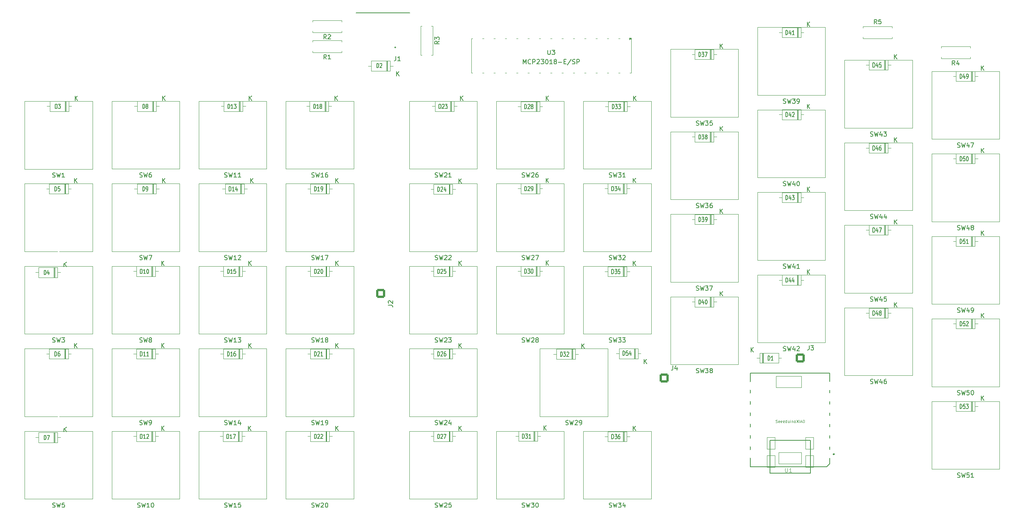
<source format=gto>
%TF.GenerationSoftware,KiCad,Pcbnew,(6.0.1)*%
%TF.CreationDate,2022-05-08T14:53:20-04:00*%
%TF.ProjectId,InductorSchem,496e6475-6374-46f7-9253-6368656d2e6b,1*%
%TF.SameCoordinates,Original*%
%TF.FileFunction,Legend,Top*%
%TF.FilePolarity,Positive*%
%FSLAX46Y46*%
G04 Gerber Fmt 4.6, Leading zero omitted, Abs format (unit mm)*
G04 Created by KiCad (PCBNEW (6.0.1)) date 2022-05-08 14:53:20*
%MOMM*%
%LPD*%
G01*
G04 APERTURE LIST*
G04 Aperture macros list*
%AMRoundRect*
0 Rectangle with rounded corners*
0 $1 Rounding radius*
0 $2 $3 $4 $5 $6 $7 $8 $9 X,Y pos of 4 corners*
0 Add a 4 corners polygon primitive as box body*
4,1,4,$2,$3,$4,$5,$6,$7,$8,$9,$2,$3,0*
0 Add four circle primitives for the rounded corners*
1,1,$1+$1,$2,$3*
1,1,$1+$1,$4,$5*
1,1,$1+$1,$6,$7*
1,1,$1+$1,$8,$9*
0 Add four rect primitives between the rounded corners*
20,1,$1+$1,$2,$3,$4,$5,0*
20,1,$1+$1,$4,$5,$6,$7,0*
20,1,$1+$1,$6,$7,$8,$9,0*
20,1,$1+$1,$8,$9,$2,$3,0*%
G04 Aperture macros list end*
%ADD10C,0.150000*%
%ADD11C,0.101600*%
%ADD12C,0.076200*%
%ADD13C,0.200000*%
%ADD14C,0.120000*%
%ADD15C,0.066040*%
%ADD16C,0.127000*%
%ADD17C,0.254000*%
%ADD18C,3.200000*%
%ADD19C,1.800000*%
%ADD20C,2.200000*%
%ADD21O,1.100000X2.500000*%
%ADD22O,1.100000X2.000000*%
%ADD23R,0.700000X1.200000*%
%ADD24R,0.760000X1.200000*%
%ADD25R,0.800000X1.200000*%
%ADD26O,3.050000X1.800000*%
%ADD27O,2.450000X2.200000*%
%ADD28R,1.600000X1.600000*%
%ADD29O,1.600000X1.600000*%
%ADD30RoundRect,0.250001X-0.799999X-0.799999X0.799999X-0.799999X0.799999X0.799999X-0.799999X0.799999X0*%
%ADD31C,2.100000*%
%ADD32C,1.600000*%
%ADD33O,2.748280X1.998980*%
%ADD34O,1.016000X2.032000*%
%ADD35C,1.143000*%
%ADD36R,1.498600X1.498600*%
%ADD37C,1.498600*%
%ADD38RoundRect,0.250001X-0.799999X0.799999X-0.799999X-0.799999X0.799999X-0.799999X0.799999X0.799999X0*%
G04 APERTURE END LIST*
D10*
%TO.C,J1*%
X186411666Y-104839880D02*
X186411666Y-105554166D01*
X186364047Y-105697023D01*
X186268809Y-105792261D01*
X186125952Y-105839880D01*
X186030714Y-105839880D01*
X187411666Y-105839880D02*
X186840238Y-105839880D01*
X187125952Y-105839880D02*
X187125952Y-104839880D01*
X187030714Y-104982738D01*
X186935476Y-105077976D01*
X186840238Y-105125595D01*
%TO.C,SW3*%
X109525503Y-168904761D02*
X109668360Y-168952380D01*
X109906456Y-168952380D01*
X110001694Y-168904761D01*
X110049313Y-168857142D01*
X110096932Y-168761904D01*
X110096932Y-168666666D01*
X110049313Y-168571428D01*
X110001694Y-168523809D01*
X109906456Y-168476190D01*
X109715979Y-168428571D01*
X109620741Y-168380952D01*
X109573122Y-168333333D01*
X109525503Y-168238095D01*
X109525503Y-168142857D01*
X109573122Y-168047619D01*
X109620741Y-168000000D01*
X109715979Y-167952380D01*
X109954075Y-167952380D01*
X110096932Y-168000000D01*
X110430265Y-167952380D02*
X110668360Y-168952380D01*
X110858837Y-168238095D01*
X111049313Y-168952380D01*
X111287408Y-167952380D01*
X111573122Y-167952380D02*
X112192170Y-167952380D01*
X111858837Y-168333333D01*
X112001694Y-168333333D01*
X112096932Y-168380952D01*
X112144551Y-168428571D01*
X112192170Y-168523809D01*
X112192170Y-168761904D01*
X112144551Y-168857142D01*
X112096932Y-168904761D01*
X112001694Y-168952380D01*
X111715979Y-168952380D01*
X111620741Y-168904761D01*
X111573122Y-168857142D01*
%TO.C,SW29*%
X224440476Y-187404761D02*
X224583333Y-187452380D01*
X224821428Y-187452380D01*
X224916666Y-187404761D01*
X224964285Y-187357142D01*
X225011904Y-187261904D01*
X225011904Y-187166666D01*
X224964285Y-187071428D01*
X224916666Y-187023809D01*
X224821428Y-186976190D01*
X224630952Y-186928571D01*
X224535714Y-186880952D01*
X224488095Y-186833333D01*
X224440476Y-186738095D01*
X224440476Y-186642857D01*
X224488095Y-186547619D01*
X224535714Y-186500000D01*
X224630952Y-186452380D01*
X224869047Y-186452380D01*
X225011904Y-186500000D01*
X225345238Y-186452380D02*
X225583333Y-187452380D01*
X225773809Y-186738095D01*
X225964285Y-187452380D01*
X226202380Y-186452380D01*
X226535714Y-186547619D02*
X226583333Y-186500000D01*
X226678571Y-186452380D01*
X226916666Y-186452380D01*
X227011904Y-186500000D01*
X227059523Y-186547619D01*
X227107142Y-186642857D01*
X227107142Y-186738095D01*
X227059523Y-186880952D01*
X226488095Y-187452380D01*
X227107142Y-187452380D01*
X227583333Y-187452380D02*
X227773809Y-187452380D01*
X227869047Y-187404761D01*
X227916666Y-187357142D01*
X228011904Y-187214285D01*
X228059523Y-187023809D01*
X228059523Y-186642857D01*
X228011904Y-186547619D01*
X227964285Y-186500000D01*
X227869047Y-186452380D01*
X227678571Y-186452380D01*
X227583333Y-186500000D01*
X227535714Y-186547619D01*
X227488095Y-186642857D01*
X227488095Y-186880952D01*
X227535714Y-186976190D01*
X227583333Y-187023809D01*
X227678571Y-187071428D01*
X227869047Y-187071428D01*
X227964285Y-187023809D01*
X228011904Y-186976190D01*
X228059523Y-186880952D01*
%TO.C,SW24*%
X195190476Y-187404761D02*
X195333333Y-187452380D01*
X195571428Y-187452380D01*
X195666666Y-187404761D01*
X195714285Y-187357142D01*
X195761904Y-187261904D01*
X195761904Y-187166666D01*
X195714285Y-187071428D01*
X195666666Y-187023809D01*
X195571428Y-186976190D01*
X195380952Y-186928571D01*
X195285714Y-186880952D01*
X195238095Y-186833333D01*
X195190476Y-186738095D01*
X195190476Y-186642857D01*
X195238095Y-186547619D01*
X195285714Y-186500000D01*
X195380952Y-186452380D01*
X195619047Y-186452380D01*
X195761904Y-186500000D01*
X196095238Y-186452380D02*
X196333333Y-187452380D01*
X196523809Y-186738095D01*
X196714285Y-187452380D01*
X196952380Y-186452380D01*
X197285714Y-186547619D02*
X197333333Y-186500000D01*
X197428571Y-186452380D01*
X197666666Y-186452380D01*
X197761904Y-186500000D01*
X197809523Y-186547619D01*
X197857142Y-186642857D01*
X197857142Y-186738095D01*
X197809523Y-186880952D01*
X197238095Y-187452380D01*
X197857142Y-187452380D01*
X198714285Y-186785714D02*
X198714285Y-187452380D01*
X198476190Y-186404761D02*
X198238095Y-187119047D01*
X198857142Y-187119047D01*
%TO.C,SW51*%
X312190476Y-199196180D02*
X312333333Y-199243799D01*
X312571428Y-199243799D01*
X312666666Y-199196180D01*
X312714285Y-199148561D01*
X312761904Y-199053323D01*
X312761904Y-198958085D01*
X312714285Y-198862847D01*
X312666666Y-198815228D01*
X312571428Y-198767609D01*
X312380952Y-198719990D01*
X312285714Y-198672371D01*
X312238095Y-198624752D01*
X312190476Y-198529514D01*
X312190476Y-198434276D01*
X312238095Y-198339038D01*
X312285714Y-198291419D01*
X312380952Y-198243799D01*
X312619047Y-198243799D01*
X312761904Y-198291419D01*
X313095238Y-198243799D02*
X313333333Y-199243799D01*
X313523809Y-198529514D01*
X313714285Y-199243799D01*
X313952380Y-198243799D01*
X314809523Y-198243799D02*
X314333333Y-198243799D01*
X314285714Y-198719990D01*
X314333333Y-198672371D01*
X314428571Y-198624752D01*
X314666666Y-198624752D01*
X314761904Y-198672371D01*
X314809523Y-198719990D01*
X314857142Y-198815228D01*
X314857142Y-199053323D01*
X314809523Y-199148561D01*
X314761904Y-199196180D01*
X314666666Y-199243799D01*
X314428571Y-199243799D01*
X314333333Y-199196180D01*
X314285714Y-199148561D01*
X315809523Y-199243799D02*
X315238095Y-199243799D01*
X315523809Y-199243799D02*
X315523809Y-198243799D01*
X315428571Y-198386657D01*
X315333333Y-198481895D01*
X315238095Y-198529514D01*
%TO.C,SW44*%
X292690476Y-141208820D02*
X292833333Y-141256439D01*
X293071428Y-141256439D01*
X293166666Y-141208820D01*
X293214285Y-141161201D01*
X293261904Y-141065963D01*
X293261904Y-140970725D01*
X293214285Y-140875487D01*
X293166666Y-140827868D01*
X293071428Y-140780249D01*
X292880952Y-140732630D01*
X292785714Y-140685011D01*
X292738095Y-140637392D01*
X292690476Y-140542154D01*
X292690476Y-140446916D01*
X292738095Y-140351678D01*
X292785714Y-140304059D01*
X292880952Y-140256439D01*
X293119047Y-140256439D01*
X293261904Y-140304059D01*
X293595238Y-140256439D02*
X293833333Y-141256439D01*
X294023809Y-140542154D01*
X294214285Y-141256439D01*
X294452380Y-140256439D01*
X295261904Y-140589773D02*
X295261904Y-141256439D01*
X295023809Y-140208820D02*
X294785714Y-140923106D01*
X295404761Y-140923106D01*
X296214285Y-140589773D02*
X296214285Y-141256439D01*
X295976190Y-140208820D02*
X295738095Y-140923106D01*
X296357142Y-140923106D01*
%TO.C,SW23*%
X195190476Y-168904761D02*
X195333333Y-168952380D01*
X195571428Y-168952380D01*
X195666666Y-168904761D01*
X195714285Y-168857142D01*
X195761904Y-168761904D01*
X195761904Y-168666666D01*
X195714285Y-168571428D01*
X195666666Y-168523809D01*
X195571428Y-168476190D01*
X195380952Y-168428571D01*
X195285714Y-168380952D01*
X195238095Y-168333333D01*
X195190476Y-168238095D01*
X195190476Y-168142857D01*
X195238095Y-168047619D01*
X195285714Y-168000000D01*
X195380952Y-167952380D01*
X195619047Y-167952380D01*
X195761904Y-168000000D01*
X196095238Y-167952380D02*
X196333333Y-168952380D01*
X196523809Y-168238095D01*
X196714285Y-168952380D01*
X196952380Y-167952380D01*
X197285714Y-168047619D02*
X197333333Y-168000000D01*
X197428571Y-167952380D01*
X197666666Y-167952380D01*
X197761904Y-168000000D01*
X197809523Y-168047619D01*
X197857142Y-168142857D01*
X197857142Y-168238095D01*
X197809523Y-168380952D01*
X197238095Y-168952380D01*
X197857142Y-168952380D01*
X198190476Y-167952380D02*
X198809523Y-167952380D01*
X198476190Y-168333333D01*
X198619047Y-168333333D01*
X198714285Y-168380952D01*
X198761904Y-168428571D01*
X198809523Y-168523809D01*
X198809523Y-168761904D01*
X198761904Y-168857142D01*
X198714285Y-168904761D01*
X198619047Y-168952380D01*
X198333333Y-168952380D01*
X198238095Y-168904761D01*
X198190476Y-168857142D01*
%TO.C,D1*%
X269766428Y-173002380D02*
X269766428Y-172002380D01*
X269945000Y-172002380D01*
X270052142Y-172050000D01*
X270123571Y-172145238D01*
X270159285Y-172240476D01*
X270195000Y-172430952D01*
X270195000Y-172573809D01*
X270159285Y-172764285D01*
X270123571Y-172859523D01*
X270052142Y-172954761D01*
X269945000Y-173002380D01*
X269766428Y-173002380D01*
X270909285Y-173002380D02*
X270480714Y-173002380D01*
X270695000Y-173002380D02*
X270695000Y-172002380D01*
X270623571Y-172145238D01*
X270552142Y-172240476D01*
X270480714Y-172288095D01*
X265928095Y-171152380D02*
X265928095Y-170152380D01*
X266499523Y-171152380D02*
X266070952Y-170580952D01*
X266499523Y-170152380D02*
X265928095Y-170723809D01*
%TO.C,SW21*%
X195190476Y-131904761D02*
X195333333Y-131952380D01*
X195571428Y-131952380D01*
X195666666Y-131904761D01*
X195714285Y-131857142D01*
X195761904Y-131761904D01*
X195761904Y-131666666D01*
X195714285Y-131571428D01*
X195666666Y-131523809D01*
X195571428Y-131476190D01*
X195380952Y-131428571D01*
X195285714Y-131380952D01*
X195238095Y-131333333D01*
X195190476Y-131238095D01*
X195190476Y-131142857D01*
X195238095Y-131047619D01*
X195285714Y-131000000D01*
X195380952Y-130952380D01*
X195619047Y-130952380D01*
X195761904Y-131000000D01*
X196095238Y-130952380D02*
X196333333Y-131952380D01*
X196523809Y-131238095D01*
X196714285Y-131952380D01*
X196952380Y-130952380D01*
X197285714Y-131047619D02*
X197333333Y-131000000D01*
X197428571Y-130952380D01*
X197666666Y-130952380D01*
X197761904Y-131000000D01*
X197809523Y-131047619D01*
X197857142Y-131142857D01*
X197857142Y-131238095D01*
X197809523Y-131380952D01*
X197238095Y-131952380D01*
X197857142Y-131952380D01*
X198809523Y-131952380D02*
X198238095Y-131952380D01*
X198523809Y-131952380D02*
X198523809Y-130952380D01*
X198428571Y-131095238D01*
X198333333Y-131190476D01*
X198238095Y-131238095D01*
%TO.C,J3*%
X278966666Y-169702380D02*
X278966666Y-170416666D01*
X278919047Y-170559523D01*
X278823809Y-170654761D01*
X278680952Y-170702380D01*
X278585714Y-170702380D01*
X279347619Y-169702380D02*
X279966666Y-169702380D01*
X279633333Y-170083333D01*
X279776190Y-170083333D01*
X279871428Y-170130952D01*
X279919047Y-170178571D01*
X279966666Y-170273809D01*
X279966666Y-170511904D01*
X279919047Y-170607142D01*
X279871428Y-170654761D01*
X279776190Y-170702380D01*
X279490476Y-170702380D01*
X279395238Y-170654761D01*
X279347619Y-170607142D01*
%TO.C,SW40*%
X273190476Y-133831142D02*
X273333333Y-133878761D01*
X273571428Y-133878761D01*
X273666666Y-133831142D01*
X273714285Y-133783523D01*
X273761904Y-133688285D01*
X273761904Y-133593047D01*
X273714285Y-133497809D01*
X273666666Y-133450190D01*
X273571428Y-133402571D01*
X273380952Y-133354952D01*
X273285714Y-133307333D01*
X273238095Y-133259714D01*
X273190476Y-133164476D01*
X273190476Y-133069238D01*
X273238095Y-132974000D01*
X273285714Y-132926381D01*
X273380952Y-132878761D01*
X273619047Y-132878761D01*
X273761904Y-132926381D01*
X274095238Y-132878761D02*
X274333333Y-133878761D01*
X274523809Y-133164476D01*
X274714285Y-133878761D01*
X274952380Y-132878761D01*
X275761904Y-133212095D02*
X275761904Y-133878761D01*
X275523809Y-132831142D02*
X275285714Y-133545428D01*
X275904761Y-133545428D01*
X276476190Y-132878761D02*
X276571428Y-132878761D01*
X276666666Y-132926381D01*
X276714285Y-132974000D01*
X276761904Y-133069238D01*
X276809523Y-133259714D01*
X276809523Y-133497809D01*
X276761904Y-133688285D01*
X276714285Y-133783523D01*
X276666666Y-133831142D01*
X276571428Y-133878761D01*
X276476190Y-133878761D01*
X276380952Y-133831142D01*
X276333333Y-133783523D01*
X276285714Y-133688285D01*
X276238095Y-133497809D01*
X276238095Y-133259714D01*
X276285714Y-133069238D01*
X276333333Y-132974000D01*
X276380952Y-132926381D01*
X276476190Y-132878761D01*
%TO.C,SW47*%
X312190476Y-125196180D02*
X312333333Y-125243799D01*
X312571428Y-125243799D01*
X312666666Y-125196180D01*
X312714285Y-125148561D01*
X312761904Y-125053323D01*
X312761904Y-124958085D01*
X312714285Y-124862847D01*
X312666666Y-124815228D01*
X312571428Y-124767609D01*
X312380952Y-124719990D01*
X312285714Y-124672371D01*
X312238095Y-124624752D01*
X312190476Y-124529514D01*
X312190476Y-124434276D01*
X312238095Y-124339038D01*
X312285714Y-124291419D01*
X312380952Y-124243799D01*
X312619047Y-124243799D01*
X312761904Y-124291419D01*
X313095238Y-124243799D02*
X313333333Y-125243799D01*
X313523809Y-124529514D01*
X313714285Y-125243799D01*
X313952380Y-124243799D01*
X314761904Y-124577133D02*
X314761904Y-125243799D01*
X314523809Y-124196180D02*
X314285714Y-124910466D01*
X314904761Y-124910466D01*
X315190476Y-124243799D02*
X315857142Y-124243799D01*
X315428571Y-125243799D01*
%TO.C,SW25*%
X195190476Y-205904761D02*
X195333333Y-205952380D01*
X195571428Y-205952380D01*
X195666666Y-205904761D01*
X195714285Y-205857142D01*
X195761904Y-205761904D01*
X195761904Y-205666666D01*
X195714285Y-205571428D01*
X195666666Y-205523809D01*
X195571428Y-205476190D01*
X195380952Y-205428571D01*
X195285714Y-205380952D01*
X195238095Y-205333333D01*
X195190476Y-205238095D01*
X195190476Y-205142857D01*
X195238095Y-205047619D01*
X195285714Y-205000000D01*
X195380952Y-204952380D01*
X195619047Y-204952380D01*
X195761904Y-205000000D01*
X196095238Y-204952380D02*
X196333333Y-205952380D01*
X196523809Y-205238095D01*
X196714285Y-205952380D01*
X196952380Y-204952380D01*
X197285714Y-205047619D02*
X197333333Y-205000000D01*
X197428571Y-204952380D01*
X197666666Y-204952380D01*
X197761904Y-205000000D01*
X197809523Y-205047619D01*
X197857142Y-205142857D01*
X197857142Y-205238095D01*
X197809523Y-205380952D01*
X197238095Y-205952380D01*
X197857142Y-205952380D01*
X198761904Y-204952380D02*
X198285714Y-204952380D01*
X198238095Y-205428571D01*
X198285714Y-205380952D01*
X198380952Y-205333333D01*
X198619047Y-205333333D01*
X198714285Y-205380952D01*
X198761904Y-205428571D01*
X198809523Y-205523809D01*
X198809523Y-205761904D01*
X198761904Y-205857142D01*
X198714285Y-205904761D01*
X198619047Y-205952380D01*
X198380952Y-205952380D01*
X198285714Y-205904761D01*
X198238095Y-205857142D01*
%TO.C,SW37*%
X253690476Y-157263372D02*
X253833333Y-157310991D01*
X254071428Y-157310991D01*
X254166666Y-157263372D01*
X254214285Y-157215753D01*
X254261904Y-157120515D01*
X254261904Y-157025277D01*
X254214285Y-156930039D01*
X254166666Y-156882420D01*
X254071428Y-156834801D01*
X253880952Y-156787182D01*
X253785714Y-156739563D01*
X253738095Y-156691944D01*
X253690476Y-156596706D01*
X253690476Y-156501468D01*
X253738095Y-156406230D01*
X253785714Y-156358611D01*
X253880952Y-156310991D01*
X254119047Y-156310991D01*
X254261904Y-156358611D01*
X254595238Y-156310991D02*
X254833333Y-157310991D01*
X255023809Y-156596706D01*
X255214285Y-157310991D01*
X255452380Y-156310991D01*
X255738095Y-156310991D02*
X256357142Y-156310991D01*
X256023809Y-156691944D01*
X256166666Y-156691944D01*
X256261904Y-156739563D01*
X256309523Y-156787182D01*
X256357142Y-156882420D01*
X256357142Y-157120515D01*
X256309523Y-157215753D01*
X256261904Y-157263372D01*
X256166666Y-157310991D01*
X255880952Y-157310991D01*
X255785714Y-157263372D01*
X255738095Y-157215753D01*
X256690476Y-156310991D02*
X257357142Y-156310991D01*
X256928571Y-157310991D01*
%TO.C,R5*%
X294133333Y-97582380D02*
X293800000Y-97106190D01*
X293561904Y-97582380D02*
X293561904Y-96582380D01*
X293942857Y-96582380D01*
X294038095Y-96630000D01*
X294085714Y-96677619D01*
X294133333Y-96772857D01*
X294133333Y-96915714D01*
X294085714Y-97010952D01*
X294038095Y-97058571D01*
X293942857Y-97106190D01*
X293561904Y-97106190D01*
X295038095Y-96582380D02*
X294561904Y-96582380D01*
X294514285Y-97058571D01*
X294561904Y-97010952D01*
X294657142Y-96963333D01*
X294895238Y-96963333D01*
X294990476Y-97010952D01*
X295038095Y-97058571D01*
X295085714Y-97153809D01*
X295085714Y-97391904D01*
X295038095Y-97487142D01*
X294990476Y-97534761D01*
X294895238Y-97582380D01*
X294657142Y-97582380D01*
X294561904Y-97534761D01*
X294514285Y-97487142D01*
%TO.C,SW12*%
X148049313Y-150404761D02*
X148192170Y-150452380D01*
X148430265Y-150452380D01*
X148525503Y-150404761D01*
X148573122Y-150357142D01*
X148620741Y-150261904D01*
X148620741Y-150166666D01*
X148573122Y-150071428D01*
X148525503Y-150023809D01*
X148430265Y-149976190D01*
X148239789Y-149928571D01*
X148144551Y-149880952D01*
X148096932Y-149833333D01*
X148049313Y-149738095D01*
X148049313Y-149642857D01*
X148096932Y-149547619D01*
X148144551Y-149500000D01*
X148239789Y-149452380D01*
X148477884Y-149452380D01*
X148620741Y-149500000D01*
X148954075Y-149452380D02*
X149192170Y-150452380D01*
X149382646Y-149738095D01*
X149573122Y-150452380D01*
X149811217Y-149452380D01*
X150715979Y-150452380D02*
X150144551Y-150452380D01*
X150430265Y-150452380D02*
X150430265Y-149452380D01*
X150335027Y-149595238D01*
X150239789Y-149690476D01*
X150144551Y-149738095D01*
X151096932Y-149547619D02*
X151144551Y-149500000D01*
X151239789Y-149452380D01*
X151477884Y-149452380D01*
X151573122Y-149500000D01*
X151620741Y-149547619D01*
X151668360Y-149642857D01*
X151668360Y-149738095D01*
X151620741Y-149880952D01*
X151049313Y-150452380D01*
X151668360Y-150452380D01*
%TO.C,SW33*%
X234190476Y-168904761D02*
X234333333Y-168952380D01*
X234571428Y-168952380D01*
X234666666Y-168904761D01*
X234714285Y-168857142D01*
X234761904Y-168761904D01*
X234761904Y-168666666D01*
X234714285Y-168571428D01*
X234666666Y-168523809D01*
X234571428Y-168476190D01*
X234380952Y-168428571D01*
X234285714Y-168380952D01*
X234238095Y-168333333D01*
X234190476Y-168238095D01*
X234190476Y-168142857D01*
X234238095Y-168047619D01*
X234285714Y-168000000D01*
X234380952Y-167952380D01*
X234619047Y-167952380D01*
X234761904Y-168000000D01*
X235095238Y-167952380D02*
X235333333Y-168952380D01*
X235523809Y-168238095D01*
X235714285Y-168952380D01*
X235952380Y-167952380D01*
X236238095Y-167952380D02*
X236857142Y-167952380D01*
X236523809Y-168333333D01*
X236666666Y-168333333D01*
X236761904Y-168380952D01*
X236809523Y-168428571D01*
X236857142Y-168523809D01*
X236857142Y-168761904D01*
X236809523Y-168857142D01*
X236761904Y-168904761D01*
X236666666Y-168952380D01*
X236380952Y-168952380D01*
X236285714Y-168904761D01*
X236238095Y-168857142D01*
X237190476Y-167952380D02*
X237809523Y-167952380D01*
X237476190Y-168333333D01*
X237619047Y-168333333D01*
X237714285Y-168380952D01*
X237761904Y-168428571D01*
X237809523Y-168523809D01*
X237809523Y-168761904D01*
X237761904Y-168857142D01*
X237714285Y-168904761D01*
X237619047Y-168952380D01*
X237333333Y-168952380D01*
X237238095Y-168904761D01*
X237190476Y-168857142D01*
%TO.C,D54*%
X237269285Y-171902380D02*
X237269285Y-170902380D01*
X237447857Y-170902380D01*
X237555000Y-170950000D01*
X237626428Y-171045238D01*
X237662142Y-171140476D01*
X237697857Y-171330952D01*
X237697857Y-171473809D01*
X237662142Y-171664285D01*
X237626428Y-171759523D01*
X237555000Y-171854761D01*
X237447857Y-171902380D01*
X237269285Y-171902380D01*
X238376428Y-170902380D02*
X238019285Y-170902380D01*
X237983571Y-171378571D01*
X238019285Y-171330952D01*
X238090714Y-171283333D01*
X238269285Y-171283333D01*
X238340714Y-171330952D01*
X238376428Y-171378571D01*
X238412142Y-171473809D01*
X238412142Y-171711904D01*
X238376428Y-171807142D01*
X238340714Y-171854761D01*
X238269285Y-171902380D01*
X238090714Y-171902380D01*
X238019285Y-171854761D01*
X237983571Y-171807142D01*
X239055000Y-171235714D02*
X239055000Y-171902380D01*
X238876428Y-170854761D02*
X238697857Y-171569047D01*
X239162142Y-171569047D01*
X242048095Y-173752380D02*
X242048095Y-172752380D01*
X242619523Y-173752380D02*
X242190952Y-173180952D01*
X242619523Y-172752380D02*
X242048095Y-173323809D01*
%TO.C,SW49*%
X312190476Y-162196180D02*
X312333333Y-162243799D01*
X312571428Y-162243799D01*
X312666666Y-162196180D01*
X312714285Y-162148561D01*
X312761904Y-162053323D01*
X312761904Y-161958085D01*
X312714285Y-161862847D01*
X312666666Y-161815228D01*
X312571428Y-161767609D01*
X312380952Y-161719990D01*
X312285714Y-161672371D01*
X312238095Y-161624752D01*
X312190476Y-161529514D01*
X312190476Y-161434276D01*
X312238095Y-161339038D01*
X312285714Y-161291419D01*
X312380952Y-161243799D01*
X312619047Y-161243799D01*
X312761904Y-161291419D01*
X313095238Y-161243799D02*
X313333333Y-162243799D01*
X313523809Y-161529514D01*
X313714285Y-162243799D01*
X313952380Y-161243799D01*
X314761904Y-161577133D02*
X314761904Y-162243799D01*
X314523809Y-161196180D02*
X314285714Y-161910466D01*
X314904761Y-161910466D01*
X315333333Y-162243799D02*
X315523809Y-162243799D01*
X315619047Y-162196180D01*
X315666666Y-162148561D01*
X315761904Y-162005704D01*
X315809523Y-161815228D01*
X315809523Y-161434276D01*
X315761904Y-161339038D01*
X315714285Y-161291419D01*
X315619047Y-161243799D01*
X315428571Y-161243799D01*
X315333333Y-161291419D01*
X315285714Y-161339038D01*
X315238095Y-161434276D01*
X315238095Y-161672371D01*
X315285714Y-161767609D01*
X315333333Y-161815228D01*
X315428571Y-161862847D01*
X315619047Y-161862847D01*
X315714285Y-161815228D01*
X315761904Y-161767609D01*
X315809523Y-161672371D01*
%TO.C,R2*%
X170833333Y-100954880D02*
X170500000Y-100478690D01*
X170261904Y-100954880D02*
X170261904Y-99954880D01*
X170642857Y-99954880D01*
X170738095Y-100002500D01*
X170785714Y-100050119D01*
X170833333Y-100145357D01*
X170833333Y-100288214D01*
X170785714Y-100383452D01*
X170738095Y-100431071D01*
X170642857Y-100478690D01*
X170261904Y-100478690D01*
X171214285Y-100050119D02*
X171261904Y-100002500D01*
X171357142Y-99954880D01*
X171595238Y-99954880D01*
X171690476Y-100002500D01*
X171738095Y-100050119D01*
X171785714Y-100145357D01*
X171785714Y-100240595D01*
X171738095Y-100383452D01*
X171166666Y-100954880D01*
X171785714Y-100954880D01*
D11*
%TO.C,U1*%
X273602576Y-197175356D02*
X273602576Y-197895023D01*
X273644910Y-197979690D01*
X273687243Y-198022023D01*
X273771910Y-198064356D01*
X273941243Y-198064356D01*
X274025910Y-198022023D01*
X274068243Y-197979690D01*
X274110576Y-197895023D01*
X274110576Y-197175356D01*
X274999576Y-198064356D02*
X274491576Y-198064356D01*
X274745576Y-198064356D02*
X274745576Y-197175356D01*
X274660910Y-197302356D01*
X274576243Y-197387023D01*
X274491576Y-197429356D01*
D12*
X271502238Y-186923432D02*
X271589324Y-186952461D01*
X271734467Y-186952461D01*
X271792524Y-186923432D01*
X271821552Y-186894404D01*
X271850581Y-186836347D01*
X271850581Y-186778290D01*
X271821552Y-186720232D01*
X271792524Y-186691204D01*
X271734467Y-186662175D01*
X271618352Y-186633147D01*
X271560295Y-186604118D01*
X271531267Y-186575090D01*
X271502238Y-186517032D01*
X271502238Y-186458975D01*
X271531267Y-186400918D01*
X271560295Y-186371890D01*
X271618352Y-186342861D01*
X271763495Y-186342861D01*
X271850581Y-186371890D01*
X272344067Y-186923432D02*
X272286010Y-186952461D01*
X272169895Y-186952461D01*
X272111838Y-186923432D01*
X272082810Y-186865375D01*
X272082810Y-186633147D01*
X272111838Y-186575090D01*
X272169895Y-186546061D01*
X272286010Y-186546061D01*
X272344067Y-186575090D01*
X272373095Y-186633147D01*
X272373095Y-186691204D01*
X272082810Y-186749261D01*
X272866581Y-186923432D02*
X272808524Y-186952461D01*
X272692410Y-186952461D01*
X272634352Y-186923432D01*
X272605324Y-186865375D01*
X272605324Y-186633147D01*
X272634352Y-186575090D01*
X272692410Y-186546061D01*
X272808524Y-186546061D01*
X272866581Y-186575090D01*
X272895610Y-186633147D01*
X272895610Y-186691204D01*
X272605324Y-186749261D01*
X273389095Y-186923432D02*
X273331038Y-186952461D01*
X273214924Y-186952461D01*
X273156867Y-186923432D01*
X273127838Y-186865375D01*
X273127838Y-186633147D01*
X273156867Y-186575090D01*
X273214924Y-186546061D01*
X273331038Y-186546061D01*
X273389095Y-186575090D01*
X273418124Y-186633147D01*
X273418124Y-186691204D01*
X273127838Y-186749261D01*
X273940638Y-186952461D02*
X273940638Y-186342861D01*
X273940638Y-186923432D02*
X273882581Y-186952461D01*
X273766467Y-186952461D01*
X273708410Y-186923432D01*
X273679381Y-186894404D01*
X273650352Y-186836347D01*
X273650352Y-186662175D01*
X273679381Y-186604118D01*
X273708410Y-186575090D01*
X273766467Y-186546061D01*
X273882581Y-186546061D01*
X273940638Y-186575090D01*
X274492181Y-186546061D02*
X274492181Y-186952461D01*
X274230924Y-186546061D02*
X274230924Y-186865375D01*
X274259952Y-186923432D01*
X274318010Y-186952461D01*
X274405095Y-186952461D01*
X274463152Y-186923432D01*
X274492181Y-186894404D01*
X274782467Y-186952461D02*
X274782467Y-186546061D01*
X274782467Y-186342861D02*
X274753438Y-186371890D01*
X274782467Y-186400918D01*
X274811495Y-186371890D01*
X274782467Y-186342861D01*
X274782467Y-186400918D01*
X275072752Y-186546061D02*
X275072752Y-186952461D01*
X275072752Y-186604118D02*
X275101781Y-186575090D01*
X275159838Y-186546061D01*
X275246924Y-186546061D01*
X275304981Y-186575090D01*
X275334010Y-186633147D01*
X275334010Y-186952461D01*
X275711381Y-186952461D02*
X275653324Y-186923432D01*
X275624295Y-186894404D01*
X275595267Y-186836347D01*
X275595267Y-186662175D01*
X275624295Y-186604118D01*
X275653324Y-186575090D01*
X275711381Y-186546061D01*
X275798467Y-186546061D01*
X275856524Y-186575090D01*
X275885552Y-186604118D01*
X275914581Y-186662175D01*
X275914581Y-186836347D01*
X275885552Y-186894404D01*
X275856524Y-186923432D01*
X275798467Y-186952461D01*
X275711381Y-186952461D01*
X276117781Y-186342861D02*
X276524181Y-186952461D01*
X276524181Y-186342861D02*
X276117781Y-186952461D01*
X276756410Y-186952461D02*
X276756410Y-186342861D01*
X277017667Y-186778290D02*
X277307952Y-186778290D01*
X276959610Y-186952461D02*
X277162810Y-186342861D01*
X277366010Y-186952461D01*
X277685324Y-186342861D02*
X277801438Y-186342861D01*
X277859495Y-186371890D01*
X277917552Y-186429947D01*
X277946581Y-186546061D01*
X277946581Y-186749261D01*
X277917552Y-186865375D01*
X277859495Y-186923432D01*
X277801438Y-186952461D01*
X277685324Y-186952461D01*
X277627267Y-186923432D01*
X277569210Y-186865375D01*
X277540181Y-186749261D01*
X277540181Y-186546061D01*
X277569210Y-186429947D01*
X277627267Y-186371890D01*
X277685324Y-186342861D01*
D10*
%TO.C,SW28*%
X214690476Y-168904761D02*
X214833333Y-168952380D01*
X215071428Y-168952380D01*
X215166666Y-168904761D01*
X215214285Y-168857142D01*
X215261904Y-168761904D01*
X215261904Y-168666666D01*
X215214285Y-168571428D01*
X215166666Y-168523809D01*
X215071428Y-168476190D01*
X214880952Y-168428571D01*
X214785714Y-168380952D01*
X214738095Y-168333333D01*
X214690476Y-168238095D01*
X214690476Y-168142857D01*
X214738095Y-168047619D01*
X214785714Y-168000000D01*
X214880952Y-167952380D01*
X215119047Y-167952380D01*
X215261904Y-168000000D01*
X215595238Y-167952380D02*
X215833333Y-168952380D01*
X216023809Y-168238095D01*
X216214285Y-168952380D01*
X216452380Y-167952380D01*
X216785714Y-168047619D02*
X216833333Y-168000000D01*
X216928571Y-167952380D01*
X217166666Y-167952380D01*
X217261904Y-168000000D01*
X217309523Y-168047619D01*
X217357142Y-168142857D01*
X217357142Y-168238095D01*
X217309523Y-168380952D01*
X216738095Y-168952380D01*
X217357142Y-168952380D01*
X217928571Y-168380952D02*
X217833333Y-168333333D01*
X217785714Y-168285714D01*
X217738095Y-168190476D01*
X217738095Y-168142857D01*
X217785714Y-168047619D01*
X217833333Y-168000000D01*
X217928571Y-167952380D01*
X218119047Y-167952380D01*
X218214285Y-168000000D01*
X218261904Y-168047619D01*
X218309523Y-168142857D01*
X218309523Y-168190476D01*
X218261904Y-168285714D01*
X218214285Y-168333333D01*
X218119047Y-168380952D01*
X217928571Y-168380952D01*
X217833333Y-168428571D01*
X217785714Y-168476190D01*
X217738095Y-168571428D01*
X217738095Y-168761904D01*
X217785714Y-168857142D01*
X217833333Y-168904761D01*
X217928571Y-168952380D01*
X218119047Y-168952380D01*
X218214285Y-168904761D01*
X218261904Y-168857142D01*
X218309523Y-168761904D01*
X218309523Y-168571428D01*
X218261904Y-168476190D01*
X218214285Y-168428571D01*
X218119047Y-168380952D01*
%TO.C,D2*%
X182126428Y-107402380D02*
X182126428Y-106402380D01*
X182305000Y-106402380D01*
X182412142Y-106450000D01*
X182483571Y-106545238D01*
X182519285Y-106640476D01*
X182555000Y-106830952D01*
X182555000Y-106973809D01*
X182519285Y-107164285D01*
X182483571Y-107259523D01*
X182412142Y-107354761D01*
X182305000Y-107402380D01*
X182126428Y-107402380D01*
X182840714Y-106497619D02*
X182876428Y-106450000D01*
X182947857Y-106402380D01*
X183126428Y-106402380D01*
X183197857Y-106450000D01*
X183233571Y-106497619D01*
X183269285Y-106592857D01*
X183269285Y-106688095D01*
X183233571Y-106830952D01*
X182805000Y-107402380D01*
X183269285Y-107402380D01*
X186548095Y-109252380D02*
X186548095Y-108252380D01*
X187119523Y-109252380D02*
X186690952Y-108680952D01*
X187119523Y-108252380D02*
X186548095Y-108823809D01*
%TO.C,SW43*%
X292690476Y-122708820D02*
X292833333Y-122756439D01*
X293071428Y-122756439D01*
X293166666Y-122708820D01*
X293214285Y-122661201D01*
X293261904Y-122565963D01*
X293261904Y-122470725D01*
X293214285Y-122375487D01*
X293166666Y-122327868D01*
X293071428Y-122280249D01*
X292880952Y-122232630D01*
X292785714Y-122185011D01*
X292738095Y-122137392D01*
X292690476Y-122042154D01*
X292690476Y-121946916D01*
X292738095Y-121851678D01*
X292785714Y-121804059D01*
X292880952Y-121756439D01*
X293119047Y-121756439D01*
X293261904Y-121804059D01*
X293595238Y-121756439D02*
X293833333Y-122756439D01*
X294023809Y-122042154D01*
X294214285Y-122756439D01*
X294452380Y-121756439D01*
X295261904Y-122089773D02*
X295261904Y-122756439D01*
X295023809Y-121708820D02*
X294785714Y-122423106D01*
X295404761Y-122423106D01*
X295690476Y-121756439D02*
X296309523Y-121756439D01*
X295976190Y-122137392D01*
X296119047Y-122137392D01*
X296214285Y-122185011D01*
X296261904Y-122232630D01*
X296309523Y-122327868D01*
X296309523Y-122565963D01*
X296261904Y-122661201D01*
X296214285Y-122708820D01*
X296119047Y-122756439D01*
X295833333Y-122756439D01*
X295738095Y-122708820D01*
X295690476Y-122661201D01*
%TO.C,SW36*%
X253690476Y-138763372D02*
X253833333Y-138810991D01*
X254071428Y-138810991D01*
X254166666Y-138763372D01*
X254214285Y-138715753D01*
X254261904Y-138620515D01*
X254261904Y-138525277D01*
X254214285Y-138430039D01*
X254166666Y-138382420D01*
X254071428Y-138334801D01*
X253880952Y-138287182D01*
X253785714Y-138239563D01*
X253738095Y-138191944D01*
X253690476Y-138096706D01*
X253690476Y-138001468D01*
X253738095Y-137906230D01*
X253785714Y-137858611D01*
X253880952Y-137810991D01*
X254119047Y-137810991D01*
X254261904Y-137858611D01*
X254595238Y-137810991D02*
X254833333Y-138810991D01*
X255023809Y-138096706D01*
X255214285Y-138810991D01*
X255452380Y-137810991D01*
X255738095Y-137810991D02*
X256357142Y-137810991D01*
X256023809Y-138191944D01*
X256166666Y-138191944D01*
X256261904Y-138239563D01*
X256309523Y-138287182D01*
X256357142Y-138382420D01*
X256357142Y-138620515D01*
X256309523Y-138715753D01*
X256261904Y-138763372D01*
X256166666Y-138810991D01*
X255880952Y-138810991D01*
X255785714Y-138763372D01*
X255738095Y-138715753D01*
X257214285Y-137810991D02*
X257023809Y-137810991D01*
X256928571Y-137858611D01*
X256880952Y-137906230D01*
X256785714Y-138049087D01*
X256738095Y-138239563D01*
X256738095Y-138620515D01*
X256785714Y-138715753D01*
X256833333Y-138763372D01*
X256928571Y-138810991D01*
X257119047Y-138810991D01*
X257214285Y-138763372D01*
X257261904Y-138715753D01*
X257309523Y-138620515D01*
X257309523Y-138382420D01*
X257261904Y-138287182D01*
X257214285Y-138239563D01*
X257119047Y-138191944D01*
X256928571Y-138191944D01*
X256833333Y-138239563D01*
X256785714Y-138287182D01*
X256738095Y-138382420D01*
%TO.C,SW13*%
X148049313Y-168904761D02*
X148192170Y-168952380D01*
X148430265Y-168952380D01*
X148525503Y-168904761D01*
X148573122Y-168857142D01*
X148620741Y-168761904D01*
X148620741Y-168666666D01*
X148573122Y-168571428D01*
X148525503Y-168523809D01*
X148430265Y-168476190D01*
X148239789Y-168428571D01*
X148144551Y-168380952D01*
X148096932Y-168333333D01*
X148049313Y-168238095D01*
X148049313Y-168142857D01*
X148096932Y-168047619D01*
X148144551Y-168000000D01*
X148239789Y-167952380D01*
X148477884Y-167952380D01*
X148620741Y-168000000D01*
X148954075Y-167952380D02*
X149192170Y-168952380D01*
X149382646Y-168238095D01*
X149573122Y-168952380D01*
X149811217Y-167952380D01*
X150715979Y-168952380D02*
X150144551Y-168952380D01*
X150430265Y-168952380D02*
X150430265Y-167952380D01*
X150335027Y-168095238D01*
X150239789Y-168190476D01*
X150144551Y-168238095D01*
X151049313Y-167952380D02*
X151668360Y-167952380D01*
X151335027Y-168333333D01*
X151477884Y-168333333D01*
X151573122Y-168380952D01*
X151620741Y-168428571D01*
X151668360Y-168523809D01*
X151668360Y-168761904D01*
X151620741Y-168857142D01*
X151573122Y-168904761D01*
X151477884Y-168952380D01*
X151192170Y-168952380D01*
X151096932Y-168904761D01*
X151049313Y-168857142D01*
%TO.C,SW4*%
X109525503Y-187404761D02*
X109668360Y-187452380D01*
X109906456Y-187452380D01*
X110001694Y-187404761D01*
X110049313Y-187357142D01*
X110096932Y-187261904D01*
X110096932Y-187166666D01*
X110049313Y-187071428D01*
X110001694Y-187023809D01*
X109906456Y-186976190D01*
X109715979Y-186928571D01*
X109620741Y-186880952D01*
X109573122Y-186833333D01*
X109525503Y-186738095D01*
X109525503Y-186642857D01*
X109573122Y-186547619D01*
X109620741Y-186500000D01*
X109715979Y-186452380D01*
X109954075Y-186452380D01*
X110096932Y-186500000D01*
X110430265Y-186452380D02*
X110668360Y-187452380D01*
X110858837Y-186738095D01*
X111049313Y-187452380D01*
X111287408Y-186452380D01*
X112096932Y-186785714D02*
X112096932Y-187452380D01*
X111858837Y-186404761D02*
X111620741Y-187119047D01*
X112239789Y-187119047D01*
%TO.C,R4*%
X311623333Y-106822380D02*
X311290000Y-106346190D01*
X311051904Y-106822380D02*
X311051904Y-105822380D01*
X311432857Y-105822380D01*
X311528095Y-105870000D01*
X311575714Y-105917619D01*
X311623333Y-106012857D01*
X311623333Y-106155714D01*
X311575714Y-106250952D01*
X311528095Y-106298571D01*
X311432857Y-106346190D01*
X311051904Y-106346190D01*
X312480476Y-106155714D02*
X312480476Y-106822380D01*
X312242380Y-105774761D02*
X312004285Y-106489047D01*
X312623333Y-106489047D01*
%TO.C,U3*%
X220438095Y-103442380D02*
X220438095Y-104251904D01*
X220485714Y-104347142D01*
X220533333Y-104394761D01*
X220628571Y-104442380D01*
X220819047Y-104442380D01*
X220914285Y-104394761D01*
X220961904Y-104347142D01*
X221009523Y-104251904D01*
X221009523Y-103442380D01*
X221390476Y-103442380D02*
X222009523Y-103442380D01*
X221676190Y-103823333D01*
X221819047Y-103823333D01*
X221914285Y-103870952D01*
X221961904Y-103918571D01*
X222009523Y-104013809D01*
X222009523Y-104251904D01*
X221961904Y-104347142D01*
X221914285Y-104394761D01*
X221819047Y-104442380D01*
X221533333Y-104442380D01*
X221438095Y-104394761D01*
X221390476Y-104347142D01*
X214914285Y-106542380D02*
X214914285Y-105542380D01*
X215247619Y-106256666D01*
X215580952Y-105542380D01*
X215580952Y-106542380D01*
X216628571Y-106447142D02*
X216580952Y-106494761D01*
X216438095Y-106542380D01*
X216342857Y-106542380D01*
X216200000Y-106494761D01*
X216104761Y-106399523D01*
X216057142Y-106304285D01*
X216009523Y-106113809D01*
X216009523Y-105970952D01*
X216057142Y-105780476D01*
X216104761Y-105685238D01*
X216200000Y-105590000D01*
X216342857Y-105542380D01*
X216438095Y-105542380D01*
X216580952Y-105590000D01*
X216628571Y-105637619D01*
X217057142Y-106542380D02*
X217057142Y-105542380D01*
X217438095Y-105542380D01*
X217533333Y-105590000D01*
X217580952Y-105637619D01*
X217628571Y-105732857D01*
X217628571Y-105875714D01*
X217580952Y-105970952D01*
X217533333Y-106018571D01*
X217438095Y-106066190D01*
X217057142Y-106066190D01*
X218009523Y-105637619D02*
X218057142Y-105590000D01*
X218152380Y-105542380D01*
X218390476Y-105542380D01*
X218485714Y-105590000D01*
X218533333Y-105637619D01*
X218580952Y-105732857D01*
X218580952Y-105828095D01*
X218533333Y-105970952D01*
X217961904Y-106542380D01*
X218580952Y-106542380D01*
X218914285Y-105542380D02*
X219533333Y-105542380D01*
X219200000Y-105923333D01*
X219342857Y-105923333D01*
X219438095Y-105970952D01*
X219485714Y-106018571D01*
X219533333Y-106113809D01*
X219533333Y-106351904D01*
X219485714Y-106447142D01*
X219438095Y-106494761D01*
X219342857Y-106542380D01*
X219057142Y-106542380D01*
X218961904Y-106494761D01*
X218914285Y-106447142D01*
X220152380Y-105542380D02*
X220247619Y-105542380D01*
X220342857Y-105590000D01*
X220390476Y-105637619D01*
X220438095Y-105732857D01*
X220485714Y-105923333D01*
X220485714Y-106161428D01*
X220438095Y-106351904D01*
X220390476Y-106447142D01*
X220342857Y-106494761D01*
X220247619Y-106542380D01*
X220152380Y-106542380D01*
X220057142Y-106494761D01*
X220009523Y-106447142D01*
X219961904Y-106351904D01*
X219914285Y-106161428D01*
X219914285Y-105923333D01*
X219961904Y-105732857D01*
X220009523Y-105637619D01*
X220057142Y-105590000D01*
X220152380Y-105542380D01*
X221438095Y-106542380D02*
X220866666Y-106542380D01*
X221152380Y-106542380D02*
X221152380Y-105542380D01*
X221057142Y-105685238D01*
X220961904Y-105780476D01*
X220866666Y-105828095D01*
X222009523Y-105970952D02*
X221914285Y-105923333D01*
X221866666Y-105875714D01*
X221819047Y-105780476D01*
X221819047Y-105732857D01*
X221866666Y-105637619D01*
X221914285Y-105590000D01*
X222009523Y-105542380D01*
X222200000Y-105542380D01*
X222295238Y-105590000D01*
X222342857Y-105637619D01*
X222390476Y-105732857D01*
X222390476Y-105780476D01*
X222342857Y-105875714D01*
X222295238Y-105923333D01*
X222200000Y-105970952D01*
X222009523Y-105970952D01*
X221914285Y-106018571D01*
X221866666Y-106066190D01*
X221819047Y-106161428D01*
X221819047Y-106351904D01*
X221866666Y-106447142D01*
X221914285Y-106494761D01*
X222009523Y-106542380D01*
X222200000Y-106542380D01*
X222295238Y-106494761D01*
X222342857Y-106447142D01*
X222390476Y-106351904D01*
X222390476Y-106161428D01*
X222342857Y-106066190D01*
X222295238Y-106018571D01*
X222200000Y-105970952D01*
X222819047Y-106161428D02*
X223580952Y-106161428D01*
X224057142Y-106018571D02*
X224390476Y-106018571D01*
X224533333Y-106542380D02*
X224057142Y-106542380D01*
X224057142Y-105542380D01*
X224533333Y-105542380D01*
X225676190Y-105494761D02*
X224819047Y-106780476D01*
X225961904Y-106494761D02*
X226104761Y-106542380D01*
X226342857Y-106542380D01*
X226438095Y-106494761D01*
X226485714Y-106447142D01*
X226533333Y-106351904D01*
X226533333Y-106256666D01*
X226485714Y-106161428D01*
X226438095Y-106113809D01*
X226342857Y-106066190D01*
X226152380Y-106018571D01*
X226057142Y-105970952D01*
X226009523Y-105923333D01*
X225961904Y-105828095D01*
X225961904Y-105732857D01*
X226009523Y-105637619D01*
X226057142Y-105590000D01*
X226152380Y-105542380D01*
X226390476Y-105542380D01*
X226533333Y-105590000D01*
X226961904Y-106542380D02*
X226961904Y-105542380D01*
X227342857Y-105542380D01*
X227438095Y-105590000D01*
X227485714Y-105637619D01*
X227533333Y-105732857D01*
X227533333Y-105875714D01*
X227485714Y-105970952D01*
X227438095Y-106018571D01*
X227342857Y-106066190D01*
X226961904Y-106066190D01*
X238673680Y-100890000D02*
X238911776Y-100890000D01*
X238816538Y-101128095D02*
X238911776Y-100890000D01*
X238816538Y-100651904D01*
X239102252Y-101032857D02*
X238911776Y-100890000D01*
X239102252Y-100747142D01*
X238673680Y-100890000D02*
X238911776Y-100890000D01*
X238816538Y-101128095D02*
X238911776Y-100890000D01*
X238816538Y-100651904D01*
X239102252Y-101032857D02*
X238911776Y-100890000D01*
X239102252Y-100747142D01*
%TO.C,J4*%
X248466666Y-174202380D02*
X248466666Y-174916666D01*
X248419047Y-175059523D01*
X248323809Y-175154761D01*
X248180952Y-175202380D01*
X248085714Y-175202380D01*
X249371428Y-174535714D02*
X249371428Y-175202380D01*
X249133333Y-174154761D02*
X248895238Y-174869047D01*
X249514285Y-174869047D01*
%TO.C,SW31*%
X234190476Y-131904761D02*
X234333333Y-131952380D01*
X234571428Y-131952380D01*
X234666666Y-131904761D01*
X234714285Y-131857142D01*
X234761904Y-131761904D01*
X234761904Y-131666666D01*
X234714285Y-131571428D01*
X234666666Y-131523809D01*
X234571428Y-131476190D01*
X234380952Y-131428571D01*
X234285714Y-131380952D01*
X234238095Y-131333333D01*
X234190476Y-131238095D01*
X234190476Y-131142857D01*
X234238095Y-131047619D01*
X234285714Y-131000000D01*
X234380952Y-130952380D01*
X234619047Y-130952380D01*
X234761904Y-131000000D01*
X235095238Y-130952380D02*
X235333333Y-131952380D01*
X235523809Y-131238095D01*
X235714285Y-131952380D01*
X235952380Y-130952380D01*
X236238095Y-130952380D02*
X236857142Y-130952380D01*
X236523809Y-131333333D01*
X236666666Y-131333333D01*
X236761904Y-131380952D01*
X236809523Y-131428571D01*
X236857142Y-131523809D01*
X236857142Y-131761904D01*
X236809523Y-131857142D01*
X236761904Y-131904761D01*
X236666666Y-131952380D01*
X236380952Y-131952380D01*
X236285714Y-131904761D01*
X236238095Y-131857142D01*
X237809523Y-131952380D02*
X237238095Y-131952380D01*
X237523809Y-131952380D02*
X237523809Y-130952380D01*
X237428571Y-131095238D01*
X237333333Y-131190476D01*
X237238095Y-131238095D01*
%TO.C,SW30*%
X214690476Y-205904761D02*
X214833333Y-205952380D01*
X215071428Y-205952380D01*
X215166666Y-205904761D01*
X215214285Y-205857142D01*
X215261904Y-205761904D01*
X215261904Y-205666666D01*
X215214285Y-205571428D01*
X215166666Y-205523809D01*
X215071428Y-205476190D01*
X214880952Y-205428571D01*
X214785714Y-205380952D01*
X214738095Y-205333333D01*
X214690476Y-205238095D01*
X214690476Y-205142857D01*
X214738095Y-205047619D01*
X214785714Y-205000000D01*
X214880952Y-204952380D01*
X215119047Y-204952380D01*
X215261904Y-205000000D01*
X215595238Y-204952380D02*
X215833333Y-205952380D01*
X216023809Y-205238095D01*
X216214285Y-205952380D01*
X216452380Y-204952380D01*
X216738095Y-204952380D02*
X217357142Y-204952380D01*
X217023809Y-205333333D01*
X217166666Y-205333333D01*
X217261904Y-205380952D01*
X217309523Y-205428571D01*
X217357142Y-205523809D01*
X217357142Y-205761904D01*
X217309523Y-205857142D01*
X217261904Y-205904761D01*
X217166666Y-205952380D01*
X216880952Y-205952380D01*
X216785714Y-205904761D01*
X216738095Y-205857142D01*
X217976190Y-204952380D02*
X218071428Y-204952380D01*
X218166666Y-205000000D01*
X218214285Y-205047619D01*
X218261904Y-205142857D01*
X218309523Y-205333333D01*
X218309523Y-205571428D01*
X218261904Y-205761904D01*
X218214285Y-205857142D01*
X218166666Y-205904761D01*
X218071428Y-205952380D01*
X217976190Y-205952380D01*
X217880952Y-205904761D01*
X217833333Y-205857142D01*
X217785714Y-205761904D01*
X217738095Y-205571428D01*
X217738095Y-205333333D01*
X217785714Y-205142857D01*
X217833333Y-205047619D01*
X217880952Y-205000000D01*
X217976190Y-204952380D01*
%TO.C,SW42*%
X273190476Y-170831142D02*
X273333333Y-170878761D01*
X273571428Y-170878761D01*
X273666666Y-170831142D01*
X273714285Y-170783523D01*
X273761904Y-170688285D01*
X273761904Y-170593047D01*
X273714285Y-170497809D01*
X273666666Y-170450190D01*
X273571428Y-170402571D01*
X273380952Y-170354952D01*
X273285714Y-170307333D01*
X273238095Y-170259714D01*
X273190476Y-170164476D01*
X273190476Y-170069238D01*
X273238095Y-169974000D01*
X273285714Y-169926381D01*
X273380952Y-169878761D01*
X273619047Y-169878761D01*
X273761904Y-169926381D01*
X274095238Y-169878761D02*
X274333333Y-170878761D01*
X274523809Y-170164476D01*
X274714285Y-170878761D01*
X274952380Y-169878761D01*
X275761904Y-170212095D02*
X275761904Y-170878761D01*
X275523809Y-169831142D02*
X275285714Y-170545428D01*
X275904761Y-170545428D01*
X276238095Y-169974000D02*
X276285714Y-169926381D01*
X276380952Y-169878761D01*
X276619047Y-169878761D01*
X276714285Y-169926381D01*
X276761904Y-169974000D01*
X276809523Y-170069238D01*
X276809523Y-170164476D01*
X276761904Y-170307333D01*
X276190476Y-170878761D01*
X276809523Y-170878761D01*
%TO.C,J2*%
X184702380Y-160633333D02*
X185416666Y-160633333D01*
X185559523Y-160680952D01*
X185654761Y-160776190D01*
X185702380Y-160919047D01*
X185702380Y-161014285D01*
X184797619Y-160204761D02*
X184750000Y-160157142D01*
X184702380Y-160061904D01*
X184702380Y-159823809D01*
X184750000Y-159728571D01*
X184797619Y-159680952D01*
X184892857Y-159633333D01*
X184988095Y-159633333D01*
X185130952Y-159680952D01*
X185702380Y-160252380D01*
X185702380Y-159633333D01*
%TO.C,SW14*%
X148049313Y-187404761D02*
X148192170Y-187452380D01*
X148430265Y-187452380D01*
X148525503Y-187404761D01*
X148573122Y-187357142D01*
X148620741Y-187261904D01*
X148620741Y-187166666D01*
X148573122Y-187071428D01*
X148525503Y-187023809D01*
X148430265Y-186976190D01*
X148239789Y-186928571D01*
X148144551Y-186880952D01*
X148096932Y-186833333D01*
X148049313Y-186738095D01*
X148049313Y-186642857D01*
X148096932Y-186547619D01*
X148144551Y-186500000D01*
X148239789Y-186452380D01*
X148477884Y-186452380D01*
X148620741Y-186500000D01*
X148954075Y-186452380D02*
X149192170Y-187452380D01*
X149382646Y-186738095D01*
X149573122Y-187452380D01*
X149811217Y-186452380D01*
X150715979Y-187452380D02*
X150144551Y-187452380D01*
X150430265Y-187452380D02*
X150430265Y-186452380D01*
X150335027Y-186595238D01*
X150239789Y-186690476D01*
X150144551Y-186738095D01*
X151573122Y-186785714D02*
X151573122Y-187452380D01*
X151335027Y-186404761D02*
X151096932Y-187119047D01*
X151715979Y-187119047D01*
%TO.C,SW22*%
X195190476Y-150404761D02*
X195333333Y-150452380D01*
X195571428Y-150452380D01*
X195666666Y-150404761D01*
X195714285Y-150357142D01*
X195761904Y-150261904D01*
X195761904Y-150166666D01*
X195714285Y-150071428D01*
X195666666Y-150023809D01*
X195571428Y-149976190D01*
X195380952Y-149928571D01*
X195285714Y-149880952D01*
X195238095Y-149833333D01*
X195190476Y-149738095D01*
X195190476Y-149642857D01*
X195238095Y-149547619D01*
X195285714Y-149500000D01*
X195380952Y-149452380D01*
X195619047Y-149452380D01*
X195761904Y-149500000D01*
X196095238Y-149452380D02*
X196333333Y-150452380D01*
X196523809Y-149738095D01*
X196714285Y-150452380D01*
X196952380Y-149452380D01*
X197285714Y-149547619D02*
X197333333Y-149500000D01*
X197428571Y-149452380D01*
X197666666Y-149452380D01*
X197761904Y-149500000D01*
X197809523Y-149547619D01*
X197857142Y-149642857D01*
X197857142Y-149738095D01*
X197809523Y-149880952D01*
X197238095Y-150452380D01*
X197857142Y-150452380D01*
X198238095Y-149547619D02*
X198285714Y-149500000D01*
X198380952Y-149452380D01*
X198619047Y-149452380D01*
X198714285Y-149500000D01*
X198761904Y-149547619D01*
X198809523Y-149642857D01*
X198809523Y-149738095D01*
X198761904Y-149880952D01*
X198190476Y-150452380D01*
X198809523Y-150452380D01*
%TO.C,SW8*%
X129025503Y-168904761D02*
X129168360Y-168952380D01*
X129406456Y-168952380D01*
X129501694Y-168904761D01*
X129549313Y-168857142D01*
X129596932Y-168761904D01*
X129596932Y-168666666D01*
X129549313Y-168571428D01*
X129501694Y-168523809D01*
X129406456Y-168476190D01*
X129215979Y-168428571D01*
X129120741Y-168380952D01*
X129073122Y-168333333D01*
X129025503Y-168238095D01*
X129025503Y-168142857D01*
X129073122Y-168047619D01*
X129120741Y-168000000D01*
X129215979Y-167952380D01*
X129454075Y-167952380D01*
X129596932Y-168000000D01*
X129930265Y-167952380D02*
X130168360Y-168952380D01*
X130358837Y-168238095D01*
X130549313Y-168952380D01*
X130787408Y-167952380D01*
X131311217Y-168380952D02*
X131215979Y-168333333D01*
X131168360Y-168285714D01*
X131120741Y-168190476D01*
X131120741Y-168142857D01*
X131168360Y-168047619D01*
X131215979Y-168000000D01*
X131311217Y-167952380D01*
X131501694Y-167952380D01*
X131596932Y-168000000D01*
X131644551Y-168047619D01*
X131692170Y-168142857D01*
X131692170Y-168190476D01*
X131644551Y-168285714D01*
X131596932Y-168333333D01*
X131501694Y-168380952D01*
X131311217Y-168380952D01*
X131215979Y-168428571D01*
X131168360Y-168476190D01*
X131120741Y-168571428D01*
X131120741Y-168761904D01*
X131168360Y-168857142D01*
X131215979Y-168904761D01*
X131311217Y-168952380D01*
X131501694Y-168952380D01*
X131596932Y-168904761D01*
X131644551Y-168857142D01*
X131692170Y-168761904D01*
X131692170Y-168571428D01*
X131644551Y-168476190D01*
X131596932Y-168428571D01*
X131501694Y-168380952D01*
%TO.C,R3*%
X196122380Y-101466666D02*
X195646190Y-101800000D01*
X196122380Y-102038095D02*
X195122380Y-102038095D01*
X195122380Y-101657142D01*
X195170000Y-101561904D01*
X195217619Y-101514285D01*
X195312857Y-101466666D01*
X195455714Y-101466666D01*
X195550952Y-101514285D01*
X195598571Y-101561904D01*
X195646190Y-101657142D01*
X195646190Y-102038095D01*
X195122380Y-101133333D02*
X195122380Y-100514285D01*
X195503333Y-100847619D01*
X195503333Y-100704761D01*
X195550952Y-100609523D01*
X195598571Y-100561904D01*
X195693809Y-100514285D01*
X195931904Y-100514285D01*
X196027142Y-100561904D01*
X196074761Y-100609523D01*
X196122380Y-100704761D01*
X196122380Y-100990476D01*
X196074761Y-101085714D01*
X196027142Y-101133333D01*
%TO.C,SW11*%
X148049313Y-131904761D02*
X148192170Y-131952380D01*
X148430265Y-131952380D01*
X148525503Y-131904761D01*
X148573122Y-131857142D01*
X148620741Y-131761904D01*
X148620741Y-131666666D01*
X148573122Y-131571428D01*
X148525503Y-131523809D01*
X148430265Y-131476190D01*
X148239789Y-131428571D01*
X148144551Y-131380952D01*
X148096932Y-131333333D01*
X148049313Y-131238095D01*
X148049313Y-131142857D01*
X148096932Y-131047619D01*
X148144551Y-131000000D01*
X148239789Y-130952380D01*
X148477884Y-130952380D01*
X148620741Y-131000000D01*
X148954075Y-130952380D02*
X149192170Y-131952380D01*
X149382646Y-131238095D01*
X149573122Y-131952380D01*
X149811217Y-130952380D01*
X150715979Y-131952380D02*
X150144551Y-131952380D01*
X150430265Y-131952380D02*
X150430265Y-130952380D01*
X150335027Y-131095238D01*
X150239789Y-131190476D01*
X150144551Y-131238095D01*
X151668360Y-131952380D02*
X151096932Y-131952380D01*
X151382646Y-131952380D02*
X151382646Y-130952380D01*
X151287408Y-131095238D01*
X151192170Y-131190476D01*
X151096932Y-131238095D01*
%TO.C,SW15*%
X148049313Y-205904761D02*
X148192170Y-205952380D01*
X148430265Y-205952380D01*
X148525503Y-205904761D01*
X148573122Y-205857142D01*
X148620741Y-205761904D01*
X148620741Y-205666666D01*
X148573122Y-205571428D01*
X148525503Y-205523809D01*
X148430265Y-205476190D01*
X148239789Y-205428571D01*
X148144551Y-205380952D01*
X148096932Y-205333333D01*
X148049313Y-205238095D01*
X148049313Y-205142857D01*
X148096932Y-205047619D01*
X148144551Y-205000000D01*
X148239789Y-204952380D01*
X148477884Y-204952380D01*
X148620741Y-205000000D01*
X148954075Y-204952380D02*
X149192170Y-205952380D01*
X149382646Y-205238095D01*
X149573122Y-205952380D01*
X149811217Y-204952380D01*
X150715979Y-205952380D02*
X150144551Y-205952380D01*
X150430265Y-205952380D02*
X150430265Y-204952380D01*
X150335027Y-205095238D01*
X150239789Y-205190476D01*
X150144551Y-205238095D01*
X151620741Y-204952380D02*
X151144551Y-204952380D01*
X151096932Y-205428571D01*
X151144551Y-205380952D01*
X151239789Y-205333333D01*
X151477884Y-205333333D01*
X151573122Y-205380952D01*
X151620741Y-205428571D01*
X151668360Y-205523809D01*
X151668360Y-205761904D01*
X151620741Y-205857142D01*
X151573122Y-205904761D01*
X151477884Y-205952380D01*
X151239789Y-205952380D01*
X151144551Y-205904761D01*
X151096932Y-205857142D01*
%TO.C,SW19*%
X167549313Y-187404761D02*
X167692170Y-187452380D01*
X167930265Y-187452380D01*
X168025503Y-187404761D01*
X168073122Y-187357142D01*
X168120741Y-187261904D01*
X168120741Y-187166666D01*
X168073122Y-187071428D01*
X168025503Y-187023809D01*
X167930265Y-186976190D01*
X167739789Y-186928571D01*
X167644551Y-186880952D01*
X167596932Y-186833333D01*
X167549313Y-186738095D01*
X167549313Y-186642857D01*
X167596932Y-186547619D01*
X167644551Y-186500000D01*
X167739789Y-186452380D01*
X167977884Y-186452380D01*
X168120741Y-186500000D01*
X168454075Y-186452380D02*
X168692170Y-187452380D01*
X168882646Y-186738095D01*
X169073122Y-187452380D01*
X169311217Y-186452380D01*
X170215979Y-187452380D02*
X169644551Y-187452380D01*
X169930265Y-187452380D02*
X169930265Y-186452380D01*
X169835027Y-186595238D01*
X169739789Y-186690476D01*
X169644551Y-186738095D01*
X170692170Y-187452380D02*
X170882646Y-187452380D01*
X170977884Y-187404761D01*
X171025503Y-187357142D01*
X171120741Y-187214285D01*
X171168360Y-187023809D01*
X171168360Y-186642857D01*
X171120741Y-186547619D01*
X171073122Y-186500000D01*
X170977884Y-186452380D01*
X170787408Y-186452380D01*
X170692170Y-186500000D01*
X170644551Y-186547619D01*
X170596932Y-186642857D01*
X170596932Y-186880952D01*
X170644551Y-186976190D01*
X170692170Y-187023809D01*
X170787408Y-187071428D01*
X170977884Y-187071428D01*
X171073122Y-187023809D01*
X171120741Y-186976190D01*
X171168360Y-186880952D01*
%TO.C,SW20*%
X167549313Y-205904761D02*
X167692170Y-205952380D01*
X167930265Y-205952380D01*
X168025503Y-205904761D01*
X168073122Y-205857142D01*
X168120741Y-205761904D01*
X168120741Y-205666666D01*
X168073122Y-205571428D01*
X168025503Y-205523809D01*
X167930265Y-205476190D01*
X167739789Y-205428571D01*
X167644551Y-205380952D01*
X167596932Y-205333333D01*
X167549313Y-205238095D01*
X167549313Y-205142857D01*
X167596932Y-205047619D01*
X167644551Y-205000000D01*
X167739789Y-204952380D01*
X167977884Y-204952380D01*
X168120741Y-205000000D01*
X168454075Y-204952380D02*
X168692170Y-205952380D01*
X168882646Y-205238095D01*
X169073122Y-205952380D01*
X169311217Y-204952380D01*
X169644551Y-205047619D02*
X169692170Y-205000000D01*
X169787408Y-204952380D01*
X170025503Y-204952380D01*
X170120741Y-205000000D01*
X170168360Y-205047619D01*
X170215979Y-205142857D01*
X170215979Y-205238095D01*
X170168360Y-205380952D01*
X169596932Y-205952380D01*
X170215979Y-205952380D01*
X170835027Y-204952380D02*
X170930265Y-204952380D01*
X171025503Y-205000000D01*
X171073122Y-205047619D01*
X171120741Y-205142857D01*
X171168360Y-205333333D01*
X171168360Y-205571428D01*
X171120741Y-205761904D01*
X171073122Y-205857142D01*
X171025503Y-205904761D01*
X170930265Y-205952380D01*
X170835027Y-205952380D01*
X170739789Y-205904761D01*
X170692170Y-205857142D01*
X170644551Y-205761904D01*
X170596932Y-205571428D01*
X170596932Y-205333333D01*
X170644551Y-205142857D01*
X170692170Y-205047619D01*
X170739789Y-205000000D01*
X170835027Y-204952380D01*
%TO.C,SW5*%
X109525503Y-205904761D02*
X109668360Y-205952380D01*
X109906456Y-205952380D01*
X110001694Y-205904761D01*
X110049313Y-205857142D01*
X110096932Y-205761904D01*
X110096932Y-205666666D01*
X110049313Y-205571428D01*
X110001694Y-205523809D01*
X109906456Y-205476190D01*
X109715979Y-205428571D01*
X109620741Y-205380952D01*
X109573122Y-205333333D01*
X109525503Y-205238095D01*
X109525503Y-205142857D01*
X109573122Y-205047619D01*
X109620741Y-205000000D01*
X109715979Y-204952380D01*
X109954075Y-204952380D01*
X110096932Y-205000000D01*
X110430265Y-204952380D02*
X110668360Y-205952380D01*
X110858837Y-205238095D01*
X111049313Y-205952380D01*
X111287408Y-204952380D01*
X112144551Y-204952380D02*
X111668360Y-204952380D01*
X111620741Y-205428571D01*
X111668360Y-205380952D01*
X111763598Y-205333333D01*
X112001694Y-205333333D01*
X112096932Y-205380952D01*
X112144551Y-205428571D01*
X112192170Y-205523809D01*
X112192170Y-205761904D01*
X112144551Y-205857142D01*
X112096932Y-205904761D01*
X112001694Y-205952380D01*
X111763598Y-205952380D01*
X111668360Y-205904761D01*
X111620741Y-205857142D01*
%TO.C,SW16*%
X167549313Y-131904761D02*
X167692170Y-131952380D01*
X167930265Y-131952380D01*
X168025503Y-131904761D01*
X168073122Y-131857142D01*
X168120741Y-131761904D01*
X168120741Y-131666666D01*
X168073122Y-131571428D01*
X168025503Y-131523809D01*
X167930265Y-131476190D01*
X167739789Y-131428571D01*
X167644551Y-131380952D01*
X167596932Y-131333333D01*
X167549313Y-131238095D01*
X167549313Y-131142857D01*
X167596932Y-131047619D01*
X167644551Y-131000000D01*
X167739789Y-130952380D01*
X167977884Y-130952380D01*
X168120741Y-131000000D01*
X168454075Y-130952380D02*
X168692170Y-131952380D01*
X168882646Y-131238095D01*
X169073122Y-131952380D01*
X169311217Y-130952380D01*
X170215979Y-131952380D02*
X169644551Y-131952380D01*
X169930265Y-131952380D02*
X169930265Y-130952380D01*
X169835027Y-131095238D01*
X169739789Y-131190476D01*
X169644551Y-131238095D01*
X171073122Y-130952380D02*
X170882646Y-130952380D01*
X170787408Y-131000000D01*
X170739789Y-131047619D01*
X170644551Y-131190476D01*
X170596932Y-131380952D01*
X170596932Y-131761904D01*
X170644551Y-131857142D01*
X170692170Y-131904761D01*
X170787408Y-131952380D01*
X170977884Y-131952380D01*
X171073122Y-131904761D01*
X171120741Y-131857142D01*
X171168360Y-131761904D01*
X171168360Y-131523809D01*
X171120741Y-131428571D01*
X171073122Y-131380952D01*
X170977884Y-131333333D01*
X170787408Y-131333333D01*
X170692170Y-131380952D01*
X170644551Y-131428571D01*
X170596932Y-131523809D01*
%TO.C,SW1*%
X109525503Y-131914761D02*
X109668360Y-131962380D01*
X109906456Y-131962380D01*
X110001694Y-131914761D01*
X110049313Y-131867142D01*
X110096932Y-131771904D01*
X110096932Y-131676666D01*
X110049313Y-131581428D01*
X110001694Y-131533809D01*
X109906456Y-131486190D01*
X109715979Y-131438571D01*
X109620741Y-131390952D01*
X109573122Y-131343333D01*
X109525503Y-131248095D01*
X109525503Y-131152857D01*
X109573122Y-131057619D01*
X109620741Y-131010000D01*
X109715979Y-130962380D01*
X109954075Y-130962380D01*
X110096932Y-131010000D01*
X110430265Y-130962380D02*
X110668360Y-131962380D01*
X110858837Y-131248095D01*
X111049313Y-131962380D01*
X111287408Y-130962380D01*
X112192170Y-131962380D02*
X111620741Y-131962380D01*
X111906456Y-131962380D02*
X111906456Y-130962380D01*
X111811217Y-131105238D01*
X111715979Y-131200476D01*
X111620741Y-131248095D01*
%TO.C,SW32*%
X234190476Y-150404761D02*
X234333333Y-150452380D01*
X234571428Y-150452380D01*
X234666666Y-150404761D01*
X234714285Y-150357142D01*
X234761904Y-150261904D01*
X234761904Y-150166666D01*
X234714285Y-150071428D01*
X234666666Y-150023809D01*
X234571428Y-149976190D01*
X234380952Y-149928571D01*
X234285714Y-149880952D01*
X234238095Y-149833333D01*
X234190476Y-149738095D01*
X234190476Y-149642857D01*
X234238095Y-149547619D01*
X234285714Y-149500000D01*
X234380952Y-149452380D01*
X234619047Y-149452380D01*
X234761904Y-149500000D01*
X235095238Y-149452380D02*
X235333333Y-150452380D01*
X235523809Y-149738095D01*
X235714285Y-150452380D01*
X235952380Y-149452380D01*
X236238095Y-149452380D02*
X236857142Y-149452380D01*
X236523809Y-149833333D01*
X236666666Y-149833333D01*
X236761904Y-149880952D01*
X236809523Y-149928571D01*
X236857142Y-150023809D01*
X236857142Y-150261904D01*
X236809523Y-150357142D01*
X236761904Y-150404761D01*
X236666666Y-150452380D01*
X236380952Y-150452380D01*
X236285714Y-150404761D01*
X236238095Y-150357142D01*
X237238095Y-149547619D02*
X237285714Y-149500000D01*
X237380952Y-149452380D01*
X237619047Y-149452380D01*
X237714285Y-149500000D01*
X237761904Y-149547619D01*
X237809523Y-149642857D01*
X237809523Y-149738095D01*
X237761904Y-149880952D01*
X237190476Y-150452380D01*
X237809523Y-150452380D01*
%TO.C,SW35*%
X253690476Y-120263372D02*
X253833333Y-120310991D01*
X254071428Y-120310991D01*
X254166666Y-120263372D01*
X254214285Y-120215753D01*
X254261904Y-120120515D01*
X254261904Y-120025277D01*
X254214285Y-119930039D01*
X254166666Y-119882420D01*
X254071428Y-119834801D01*
X253880952Y-119787182D01*
X253785714Y-119739563D01*
X253738095Y-119691944D01*
X253690476Y-119596706D01*
X253690476Y-119501468D01*
X253738095Y-119406230D01*
X253785714Y-119358611D01*
X253880952Y-119310991D01*
X254119047Y-119310991D01*
X254261904Y-119358611D01*
X254595238Y-119310991D02*
X254833333Y-120310991D01*
X255023809Y-119596706D01*
X255214285Y-120310991D01*
X255452380Y-119310991D01*
X255738095Y-119310991D02*
X256357142Y-119310991D01*
X256023809Y-119691944D01*
X256166666Y-119691944D01*
X256261904Y-119739563D01*
X256309523Y-119787182D01*
X256357142Y-119882420D01*
X256357142Y-120120515D01*
X256309523Y-120215753D01*
X256261904Y-120263372D01*
X256166666Y-120310991D01*
X255880952Y-120310991D01*
X255785714Y-120263372D01*
X255738095Y-120215753D01*
X257261904Y-119310991D02*
X256785714Y-119310991D01*
X256738095Y-119787182D01*
X256785714Y-119739563D01*
X256880952Y-119691944D01*
X257119047Y-119691944D01*
X257214285Y-119739563D01*
X257261904Y-119787182D01*
X257309523Y-119882420D01*
X257309523Y-120120515D01*
X257261904Y-120215753D01*
X257214285Y-120263372D01*
X257119047Y-120310991D01*
X256880952Y-120310991D01*
X256785714Y-120263372D01*
X256738095Y-120215753D01*
%TO.C,SW46*%
X292690476Y-178208820D02*
X292833333Y-178256439D01*
X293071428Y-178256439D01*
X293166666Y-178208820D01*
X293214285Y-178161201D01*
X293261904Y-178065963D01*
X293261904Y-177970725D01*
X293214285Y-177875487D01*
X293166666Y-177827868D01*
X293071428Y-177780249D01*
X292880952Y-177732630D01*
X292785714Y-177685011D01*
X292738095Y-177637392D01*
X292690476Y-177542154D01*
X292690476Y-177446916D01*
X292738095Y-177351678D01*
X292785714Y-177304059D01*
X292880952Y-177256439D01*
X293119047Y-177256439D01*
X293261904Y-177304059D01*
X293595238Y-177256439D02*
X293833333Y-178256439D01*
X294023809Y-177542154D01*
X294214285Y-178256439D01*
X294452380Y-177256439D01*
X295261904Y-177589773D02*
X295261904Y-178256439D01*
X295023809Y-177208820D02*
X294785714Y-177923106D01*
X295404761Y-177923106D01*
X296214285Y-177256439D02*
X296023809Y-177256439D01*
X295928571Y-177304059D01*
X295880952Y-177351678D01*
X295785714Y-177494535D01*
X295738095Y-177685011D01*
X295738095Y-178065963D01*
X295785714Y-178161201D01*
X295833333Y-178208820D01*
X295928571Y-178256439D01*
X296119047Y-178256439D01*
X296214285Y-178208820D01*
X296261904Y-178161201D01*
X296309523Y-178065963D01*
X296309523Y-177827868D01*
X296261904Y-177732630D01*
X296214285Y-177685011D01*
X296119047Y-177637392D01*
X295928571Y-177637392D01*
X295833333Y-177685011D01*
X295785714Y-177732630D01*
X295738095Y-177827868D01*
%TO.C,SW10*%
X128549313Y-205904761D02*
X128692170Y-205952380D01*
X128930265Y-205952380D01*
X129025503Y-205904761D01*
X129073122Y-205857142D01*
X129120741Y-205761904D01*
X129120741Y-205666666D01*
X129073122Y-205571428D01*
X129025503Y-205523809D01*
X128930265Y-205476190D01*
X128739789Y-205428571D01*
X128644551Y-205380952D01*
X128596932Y-205333333D01*
X128549313Y-205238095D01*
X128549313Y-205142857D01*
X128596932Y-205047619D01*
X128644551Y-205000000D01*
X128739789Y-204952380D01*
X128977884Y-204952380D01*
X129120741Y-205000000D01*
X129454075Y-204952380D02*
X129692170Y-205952380D01*
X129882646Y-205238095D01*
X130073122Y-205952380D01*
X130311217Y-204952380D01*
X131215979Y-205952380D02*
X130644551Y-205952380D01*
X130930265Y-205952380D02*
X130930265Y-204952380D01*
X130835027Y-205095238D01*
X130739789Y-205190476D01*
X130644551Y-205238095D01*
X131835027Y-204952380D02*
X131930265Y-204952380D01*
X132025503Y-205000000D01*
X132073122Y-205047619D01*
X132120741Y-205142857D01*
X132168360Y-205333333D01*
X132168360Y-205571428D01*
X132120741Y-205761904D01*
X132073122Y-205857142D01*
X132025503Y-205904761D01*
X131930265Y-205952380D01*
X131835027Y-205952380D01*
X131739789Y-205904761D01*
X131692170Y-205857142D01*
X131644551Y-205761904D01*
X131596932Y-205571428D01*
X131596932Y-205333333D01*
X131644551Y-205142857D01*
X131692170Y-205047619D01*
X131739789Y-205000000D01*
X131835027Y-204952380D01*
%TO.C,SW2*%
X109535503Y-150404761D02*
X109678360Y-150452380D01*
X109916456Y-150452380D01*
X110011694Y-150404761D01*
X110059313Y-150357142D01*
X110106932Y-150261904D01*
X110106932Y-150166666D01*
X110059313Y-150071428D01*
X110011694Y-150023809D01*
X109916456Y-149976190D01*
X109725979Y-149928571D01*
X109630741Y-149880952D01*
X109583122Y-149833333D01*
X109535503Y-149738095D01*
X109535503Y-149642857D01*
X109583122Y-149547619D01*
X109630741Y-149500000D01*
X109725979Y-149452380D01*
X109964075Y-149452380D01*
X110106932Y-149500000D01*
X110440265Y-149452380D02*
X110678360Y-150452380D01*
X110868837Y-149738095D01*
X111059313Y-150452380D01*
X111297408Y-149452380D01*
X111630741Y-149547619D02*
X111678360Y-149500000D01*
X111773598Y-149452380D01*
X112011694Y-149452380D01*
X112106932Y-149500000D01*
X112154551Y-149547619D01*
X112202170Y-149642857D01*
X112202170Y-149738095D01*
X112154551Y-149880952D01*
X111583122Y-150452380D01*
X112202170Y-150452380D01*
%TO.C,SW34*%
X234190476Y-205904761D02*
X234333333Y-205952380D01*
X234571428Y-205952380D01*
X234666666Y-205904761D01*
X234714285Y-205857142D01*
X234761904Y-205761904D01*
X234761904Y-205666666D01*
X234714285Y-205571428D01*
X234666666Y-205523809D01*
X234571428Y-205476190D01*
X234380952Y-205428571D01*
X234285714Y-205380952D01*
X234238095Y-205333333D01*
X234190476Y-205238095D01*
X234190476Y-205142857D01*
X234238095Y-205047619D01*
X234285714Y-205000000D01*
X234380952Y-204952380D01*
X234619047Y-204952380D01*
X234761904Y-205000000D01*
X235095238Y-204952380D02*
X235333333Y-205952380D01*
X235523809Y-205238095D01*
X235714285Y-205952380D01*
X235952380Y-204952380D01*
X236238095Y-204952380D02*
X236857142Y-204952380D01*
X236523809Y-205333333D01*
X236666666Y-205333333D01*
X236761904Y-205380952D01*
X236809523Y-205428571D01*
X236857142Y-205523809D01*
X236857142Y-205761904D01*
X236809523Y-205857142D01*
X236761904Y-205904761D01*
X236666666Y-205952380D01*
X236380952Y-205952380D01*
X236285714Y-205904761D01*
X236238095Y-205857142D01*
X237714285Y-205285714D02*
X237714285Y-205952380D01*
X237476190Y-204904761D02*
X237238095Y-205619047D01*
X237857142Y-205619047D01*
%TO.C,SW27*%
X214690476Y-150404761D02*
X214833333Y-150452380D01*
X215071428Y-150452380D01*
X215166666Y-150404761D01*
X215214285Y-150357142D01*
X215261904Y-150261904D01*
X215261904Y-150166666D01*
X215214285Y-150071428D01*
X215166666Y-150023809D01*
X215071428Y-149976190D01*
X214880952Y-149928571D01*
X214785714Y-149880952D01*
X214738095Y-149833333D01*
X214690476Y-149738095D01*
X214690476Y-149642857D01*
X214738095Y-149547619D01*
X214785714Y-149500000D01*
X214880952Y-149452380D01*
X215119047Y-149452380D01*
X215261904Y-149500000D01*
X215595238Y-149452380D02*
X215833333Y-150452380D01*
X216023809Y-149738095D01*
X216214285Y-150452380D01*
X216452380Y-149452380D01*
X216785714Y-149547619D02*
X216833333Y-149500000D01*
X216928571Y-149452380D01*
X217166666Y-149452380D01*
X217261904Y-149500000D01*
X217309523Y-149547619D01*
X217357142Y-149642857D01*
X217357142Y-149738095D01*
X217309523Y-149880952D01*
X216738095Y-150452380D01*
X217357142Y-150452380D01*
X217690476Y-149452380D02*
X218357142Y-149452380D01*
X217928571Y-150452380D01*
%TO.C,SW39*%
X273190476Y-115331142D02*
X273333333Y-115378761D01*
X273571428Y-115378761D01*
X273666666Y-115331142D01*
X273714285Y-115283523D01*
X273761904Y-115188285D01*
X273761904Y-115093047D01*
X273714285Y-114997809D01*
X273666666Y-114950190D01*
X273571428Y-114902571D01*
X273380952Y-114854952D01*
X273285714Y-114807333D01*
X273238095Y-114759714D01*
X273190476Y-114664476D01*
X273190476Y-114569238D01*
X273238095Y-114474000D01*
X273285714Y-114426381D01*
X273380952Y-114378761D01*
X273619047Y-114378761D01*
X273761904Y-114426381D01*
X274095238Y-114378761D02*
X274333333Y-115378761D01*
X274523809Y-114664476D01*
X274714285Y-115378761D01*
X274952380Y-114378761D01*
X275238095Y-114378761D02*
X275857142Y-114378761D01*
X275523809Y-114759714D01*
X275666666Y-114759714D01*
X275761904Y-114807333D01*
X275809523Y-114854952D01*
X275857142Y-114950190D01*
X275857142Y-115188285D01*
X275809523Y-115283523D01*
X275761904Y-115331142D01*
X275666666Y-115378761D01*
X275380952Y-115378761D01*
X275285714Y-115331142D01*
X275238095Y-115283523D01*
X276333333Y-115378761D02*
X276523809Y-115378761D01*
X276619047Y-115331142D01*
X276666666Y-115283523D01*
X276761904Y-115140666D01*
X276809523Y-114950190D01*
X276809523Y-114569238D01*
X276761904Y-114474000D01*
X276714285Y-114426381D01*
X276619047Y-114378761D01*
X276428571Y-114378761D01*
X276333333Y-114426381D01*
X276285714Y-114474000D01*
X276238095Y-114569238D01*
X276238095Y-114807333D01*
X276285714Y-114902571D01*
X276333333Y-114950190D01*
X276428571Y-114997809D01*
X276619047Y-114997809D01*
X276714285Y-114950190D01*
X276761904Y-114902571D01*
X276809523Y-114807333D01*
%TO.C,SW48*%
X312190476Y-143696180D02*
X312333333Y-143743799D01*
X312571428Y-143743799D01*
X312666666Y-143696180D01*
X312714285Y-143648561D01*
X312761904Y-143553323D01*
X312761904Y-143458085D01*
X312714285Y-143362847D01*
X312666666Y-143315228D01*
X312571428Y-143267609D01*
X312380952Y-143219990D01*
X312285714Y-143172371D01*
X312238095Y-143124752D01*
X312190476Y-143029514D01*
X312190476Y-142934276D01*
X312238095Y-142839038D01*
X312285714Y-142791419D01*
X312380952Y-142743799D01*
X312619047Y-142743799D01*
X312761904Y-142791419D01*
X313095238Y-142743799D02*
X313333333Y-143743799D01*
X313523809Y-143029514D01*
X313714285Y-143743799D01*
X313952380Y-142743799D01*
X314761904Y-143077133D02*
X314761904Y-143743799D01*
X314523809Y-142696180D02*
X314285714Y-143410466D01*
X314904761Y-143410466D01*
X315428571Y-143172371D02*
X315333333Y-143124752D01*
X315285714Y-143077133D01*
X315238095Y-142981895D01*
X315238095Y-142934276D01*
X315285714Y-142839038D01*
X315333333Y-142791419D01*
X315428571Y-142743799D01*
X315619047Y-142743799D01*
X315714285Y-142791419D01*
X315761904Y-142839038D01*
X315809523Y-142934276D01*
X315809523Y-142981895D01*
X315761904Y-143077133D01*
X315714285Y-143124752D01*
X315619047Y-143172371D01*
X315428571Y-143172371D01*
X315333333Y-143219990D01*
X315285714Y-143267609D01*
X315238095Y-143362847D01*
X315238095Y-143553323D01*
X315285714Y-143648561D01*
X315333333Y-143696180D01*
X315428571Y-143743799D01*
X315619047Y-143743799D01*
X315714285Y-143696180D01*
X315761904Y-143648561D01*
X315809523Y-143553323D01*
X315809523Y-143362847D01*
X315761904Y-143267609D01*
X315714285Y-143219990D01*
X315619047Y-143172371D01*
%TO.C,SW50*%
X312190476Y-180696180D02*
X312333333Y-180743799D01*
X312571428Y-180743799D01*
X312666666Y-180696180D01*
X312714285Y-180648561D01*
X312761904Y-180553323D01*
X312761904Y-180458085D01*
X312714285Y-180362847D01*
X312666666Y-180315228D01*
X312571428Y-180267609D01*
X312380952Y-180219990D01*
X312285714Y-180172371D01*
X312238095Y-180124752D01*
X312190476Y-180029514D01*
X312190476Y-179934276D01*
X312238095Y-179839038D01*
X312285714Y-179791419D01*
X312380952Y-179743799D01*
X312619047Y-179743799D01*
X312761904Y-179791419D01*
X313095238Y-179743799D02*
X313333333Y-180743799D01*
X313523809Y-180029514D01*
X313714285Y-180743799D01*
X313952380Y-179743799D01*
X314809523Y-179743799D02*
X314333333Y-179743799D01*
X314285714Y-180219990D01*
X314333333Y-180172371D01*
X314428571Y-180124752D01*
X314666666Y-180124752D01*
X314761904Y-180172371D01*
X314809523Y-180219990D01*
X314857142Y-180315228D01*
X314857142Y-180553323D01*
X314809523Y-180648561D01*
X314761904Y-180696180D01*
X314666666Y-180743799D01*
X314428571Y-180743799D01*
X314333333Y-180696180D01*
X314285714Y-180648561D01*
X315476190Y-179743799D02*
X315571428Y-179743799D01*
X315666666Y-179791419D01*
X315714285Y-179839038D01*
X315761904Y-179934276D01*
X315809523Y-180124752D01*
X315809523Y-180362847D01*
X315761904Y-180553323D01*
X315714285Y-180648561D01*
X315666666Y-180696180D01*
X315571428Y-180743799D01*
X315476190Y-180743799D01*
X315380952Y-180696180D01*
X315333333Y-180648561D01*
X315285714Y-180553323D01*
X315238095Y-180362847D01*
X315238095Y-180124752D01*
X315285714Y-179934276D01*
X315333333Y-179839038D01*
X315380952Y-179791419D01*
X315476190Y-179743799D01*
%TO.C,SW26*%
X214690476Y-131904761D02*
X214833333Y-131952380D01*
X215071428Y-131952380D01*
X215166666Y-131904761D01*
X215214285Y-131857142D01*
X215261904Y-131761904D01*
X215261904Y-131666666D01*
X215214285Y-131571428D01*
X215166666Y-131523809D01*
X215071428Y-131476190D01*
X214880952Y-131428571D01*
X214785714Y-131380952D01*
X214738095Y-131333333D01*
X214690476Y-131238095D01*
X214690476Y-131142857D01*
X214738095Y-131047619D01*
X214785714Y-131000000D01*
X214880952Y-130952380D01*
X215119047Y-130952380D01*
X215261904Y-131000000D01*
X215595238Y-130952380D02*
X215833333Y-131952380D01*
X216023809Y-131238095D01*
X216214285Y-131952380D01*
X216452380Y-130952380D01*
X216785714Y-131047619D02*
X216833333Y-131000000D01*
X216928571Y-130952380D01*
X217166666Y-130952380D01*
X217261904Y-131000000D01*
X217309523Y-131047619D01*
X217357142Y-131142857D01*
X217357142Y-131238095D01*
X217309523Y-131380952D01*
X216738095Y-131952380D01*
X217357142Y-131952380D01*
X218214285Y-130952380D02*
X218023809Y-130952380D01*
X217928571Y-131000000D01*
X217880952Y-131047619D01*
X217785714Y-131190476D01*
X217738095Y-131380952D01*
X217738095Y-131761904D01*
X217785714Y-131857142D01*
X217833333Y-131904761D01*
X217928571Y-131952380D01*
X218119047Y-131952380D01*
X218214285Y-131904761D01*
X218261904Y-131857142D01*
X218309523Y-131761904D01*
X218309523Y-131523809D01*
X218261904Y-131428571D01*
X218214285Y-131380952D01*
X218119047Y-131333333D01*
X217928571Y-131333333D01*
X217833333Y-131380952D01*
X217785714Y-131428571D01*
X217738095Y-131523809D01*
%TO.C,SW18*%
X167549313Y-168904761D02*
X167692170Y-168952380D01*
X167930265Y-168952380D01*
X168025503Y-168904761D01*
X168073122Y-168857142D01*
X168120741Y-168761904D01*
X168120741Y-168666666D01*
X168073122Y-168571428D01*
X168025503Y-168523809D01*
X167930265Y-168476190D01*
X167739789Y-168428571D01*
X167644551Y-168380952D01*
X167596932Y-168333333D01*
X167549313Y-168238095D01*
X167549313Y-168142857D01*
X167596932Y-168047619D01*
X167644551Y-168000000D01*
X167739789Y-167952380D01*
X167977884Y-167952380D01*
X168120741Y-168000000D01*
X168454075Y-167952380D02*
X168692170Y-168952380D01*
X168882646Y-168238095D01*
X169073122Y-168952380D01*
X169311217Y-167952380D01*
X170215979Y-168952380D02*
X169644551Y-168952380D01*
X169930265Y-168952380D02*
X169930265Y-167952380D01*
X169835027Y-168095238D01*
X169739789Y-168190476D01*
X169644551Y-168238095D01*
X170787408Y-168380952D02*
X170692170Y-168333333D01*
X170644551Y-168285714D01*
X170596932Y-168190476D01*
X170596932Y-168142857D01*
X170644551Y-168047619D01*
X170692170Y-168000000D01*
X170787408Y-167952380D01*
X170977884Y-167952380D01*
X171073122Y-168000000D01*
X171120741Y-168047619D01*
X171168360Y-168142857D01*
X171168360Y-168190476D01*
X171120741Y-168285714D01*
X171073122Y-168333333D01*
X170977884Y-168380952D01*
X170787408Y-168380952D01*
X170692170Y-168428571D01*
X170644551Y-168476190D01*
X170596932Y-168571428D01*
X170596932Y-168761904D01*
X170644551Y-168857142D01*
X170692170Y-168904761D01*
X170787408Y-168952380D01*
X170977884Y-168952380D01*
X171073122Y-168904761D01*
X171120741Y-168857142D01*
X171168360Y-168761904D01*
X171168360Y-168571428D01*
X171120741Y-168476190D01*
X171073122Y-168428571D01*
X170977884Y-168380952D01*
%TO.C,SW7*%
X129025503Y-150404761D02*
X129168360Y-150452380D01*
X129406456Y-150452380D01*
X129501694Y-150404761D01*
X129549313Y-150357142D01*
X129596932Y-150261904D01*
X129596932Y-150166666D01*
X129549313Y-150071428D01*
X129501694Y-150023809D01*
X129406456Y-149976190D01*
X129215979Y-149928571D01*
X129120741Y-149880952D01*
X129073122Y-149833333D01*
X129025503Y-149738095D01*
X129025503Y-149642857D01*
X129073122Y-149547619D01*
X129120741Y-149500000D01*
X129215979Y-149452380D01*
X129454075Y-149452380D01*
X129596932Y-149500000D01*
X129930265Y-149452380D02*
X130168360Y-150452380D01*
X130358837Y-149738095D01*
X130549313Y-150452380D01*
X130787408Y-149452380D01*
X131073122Y-149452380D02*
X131739789Y-149452380D01*
X131311217Y-150452380D01*
%TO.C,SW41*%
X273190476Y-152331142D02*
X273333333Y-152378761D01*
X273571428Y-152378761D01*
X273666666Y-152331142D01*
X273714285Y-152283523D01*
X273761904Y-152188285D01*
X273761904Y-152093047D01*
X273714285Y-151997809D01*
X273666666Y-151950190D01*
X273571428Y-151902571D01*
X273380952Y-151854952D01*
X273285714Y-151807333D01*
X273238095Y-151759714D01*
X273190476Y-151664476D01*
X273190476Y-151569238D01*
X273238095Y-151474000D01*
X273285714Y-151426381D01*
X273380952Y-151378761D01*
X273619047Y-151378761D01*
X273761904Y-151426381D01*
X274095238Y-151378761D02*
X274333333Y-152378761D01*
X274523809Y-151664476D01*
X274714285Y-152378761D01*
X274952380Y-151378761D01*
X275761904Y-151712095D02*
X275761904Y-152378761D01*
X275523809Y-151331142D02*
X275285714Y-152045428D01*
X275904761Y-152045428D01*
X276809523Y-152378761D02*
X276238095Y-152378761D01*
X276523809Y-152378761D02*
X276523809Y-151378761D01*
X276428571Y-151521619D01*
X276333333Y-151616857D01*
X276238095Y-151664476D01*
%TO.C,SW6*%
X129025503Y-131904761D02*
X129168360Y-131952380D01*
X129406456Y-131952380D01*
X129501694Y-131904761D01*
X129549313Y-131857142D01*
X129596932Y-131761904D01*
X129596932Y-131666666D01*
X129549313Y-131571428D01*
X129501694Y-131523809D01*
X129406456Y-131476190D01*
X129215979Y-131428571D01*
X129120741Y-131380952D01*
X129073122Y-131333333D01*
X129025503Y-131238095D01*
X129025503Y-131142857D01*
X129073122Y-131047619D01*
X129120741Y-131000000D01*
X129215979Y-130952380D01*
X129454075Y-130952380D01*
X129596932Y-131000000D01*
X129930265Y-130952380D02*
X130168360Y-131952380D01*
X130358837Y-131238095D01*
X130549313Y-131952380D01*
X130787408Y-130952380D01*
X131596932Y-130952380D02*
X131406456Y-130952380D01*
X131311217Y-131000000D01*
X131263598Y-131047619D01*
X131168360Y-131190476D01*
X131120741Y-131380952D01*
X131120741Y-131761904D01*
X131168360Y-131857142D01*
X131215979Y-131904761D01*
X131311217Y-131952380D01*
X131501694Y-131952380D01*
X131596932Y-131904761D01*
X131644551Y-131857142D01*
X131692170Y-131761904D01*
X131692170Y-131523809D01*
X131644551Y-131428571D01*
X131596932Y-131380952D01*
X131501694Y-131333333D01*
X131311217Y-131333333D01*
X131215979Y-131380952D01*
X131168360Y-131428571D01*
X131120741Y-131523809D01*
%TO.C,R1*%
X170833333Y-105454880D02*
X170500000Y-104978690D01*
X170261904Y-105454880D02*
X170261904Y-104454880D01*
X170642857Y-104454880D01*
X170738095Y-104502500D01*
X170785714Y-104550119D01*
X170833333Y-104645357D01*
X170833333Y-104788214D01*
X170785714Y-104883452D01*
X170738095Y-104931071D01*
X170642857Y-104978690D01*
X170261904Y-104978690D01*
X171785714Y-105454880D02*
X171214285Y-105454880D01*
X171500000Y-105454880D02*
X171500000Y-104454880D01*
X171404761Y-104597738D01*
X171309523Y-104692976D01*
X171214285Y-104740595D01*
%TO.C,SW9*%
X129025503Y-187404761D02*
X129168360Y-187452380D01*
X129406456Y-187452380D01*
X129501694Y-187404761D01*
X129549313Y-187357142D01*
X129596932Y-187261904D01*
X129596932Y-187166666D01*
X129549313Y-187071428D01*
X129501694Y-187023809D01*
X129406456Y-186976190D01*
X129215979Y-186928571D01*
X129120741Y-186880952D01*
X129073122Y-186833333D01*
X129025503Y-186738095D01*
X129025503Y-186642857D01*
X129073122Y-186547619D01*
X129120741Y-186500000D01*
X129215979Y-186452380D01*
X129454075Y-186452380D01*
X129596932Y-186500000D01*
X129930265Y-186452380D02*
X130168360Y-187452380D01*
X130358837Y-186738095D01*
X130549313Y-187452380D01*
X130787408Y-186452380D01*
X131215979Y-187452380D02*
X131406456Y-187452380D01*
X131501694Y-187404761D01*
X131549313Y-187357142D01*
X131644551Y-187214285D01*
X131692170Y-187023809D01*
X131692170Y-186642857D01*
X131644551Y-186547619D01*
X131596932Y-186500000D01*
X131501694Y-186452380D01*
X131311217Y-186452380D01*
X131215979Y-186500000D01*
X131168360Y-186547619D01*
X131120741Y-186642857D01*
X131120741Y-186880952D01*
X131168360Y-186976190D01*
X131215979Y-187023809D01*
X131311217Y-187071428D01*
X131501694Y-187071428D01*
X131596932Y-187023809D01*
X131644551Y-186976190D01*
X131692170Y-186880952D01*
%TO.C,SW45*%
X292690476Y-159708820D02*
X292833333Y-159756439D01*
X293071428Y-159756439D01*
X293166666Y-159708820D01*
X293214285Y-159661201D01*
X293261904Y-159565963D01*
X293261904Y-159470725D01*
X293214285Y-159375487D01*
X293166666Y-159327868D01*
X293071428Y-159280249D01*
X292880952Y-159232630D01*
X292785714Y-159185011D01*
X292738095Y-159137392D01*
X292690476Y-159042154D01*
X292690476Y-158946916D01*
X292738095Y-158851678D01*
X292785714Y-158804059D01*
X292880952Y-158756439D01*
X293119047Y-158756439D01*
X293261904Y-158804059D01*
X293595238Y-158756439D02*
X293833333Y-159756439D01*
X294023809Y-159042154D01*
X294214285Y-159756439D01*
X294452380Y-158756439D01*
X295261904Y-159089773D02*
X295261904Y-159756439D01*
X295023809Y-158708820D02*
X294785714Y-159423106D01*
X295404761Y-159423106D01*
X296261904Y-158756439D02*
X295785714Y-158756439D01*
X295738095Y-159232630D01*
X295785714Y-159185011D01*
X295880952Y-159137392D01*
X296119047Y-159137392D01*
X296214285Y-159185011D01*
X296261904Y-159232630D01*
X296309523Y-159327868D01*
X296309523Y-159565963D01*
X296261904Y-159661201D01*
X296214285Y-159708820D01*
X296119047Y-159756439D01*
X295880952Y-159756439D01*
X295785714Y-159708820D01*
X295738095Y-159661201D01*
%TO.C,SW17*%
X167549313Y-150404761D02*
X167692170Y-150452380D01*
X167930265Y-150452380D01*
X168025503Y-150404761D01*
X168073122Y-150357142D01*
X168120741Y-150261904D01*
X168120741Y-150166666D01*
X168073122Y-150071428D01*
X168025503Y-150023809D01*
X167930265Y-149976190D01*
X167739789Y-149928571D01*
X167644551Y-149880952D01*
X167596932Y-149833333D01*
X167549313Y-149738095D01*
X167549313Y-149642857D01*
X167596932Y-149547619D01*
X167644551Y-149500000D01*
X167739789Y-149452380D01*
X167977884Y-149452380D01*
X168120741Y-149500000D01*
X168454075Y-149452380D02*
X168692170Y-150452380D01*
X168882646Y-149738095D01*
X169073122Y-150452380D01*
X169311217Y-149452380D01*
X170215979Y-150452380D02*
X169644551Y-150452380D01*
X169930265Y-150452380D02*
X169930265Y-149452380D01*
X169835027Y-149595238D01*
X169739789Y-149690476D01*
X169644551Y-149738095D01*
X170549313Y-149452380D02*
X171215979Y-149452380D01*
X170787408Y-150452380D01*
%TO.C,SW38*%
X253690476Y-175763372D02*
X253833333Y-175810991D01*
X254071428Y-175810991D01*
X254166666Y-175763372D01*
X254214285Y-175715753D01*
X254261904Y-175620515D01*
X254261904Y-175525277D01*
X254214285Y-175430039D01*
X254166666Y-175382420D01*
X254071428Y-175334801D01*
X253880952Y-175287182D01*
X253785714Y-175239563D01*
X253738095Y-175191944D01*
X253690476Y-175096706D01*
X253690476Y-175001468D01*
X253738095Y-174906230D01*
X253785714Y-174858611D01*
X253880952Y-174810991D01*
X254119047Y-174810991D01*
X254261904Y-174858611D01*
X254595238Y-174810991D02*
X254833333Y-175810991D01*
X255023809Y-175096706D01*
X255214285Y-175810991D01*
X255452380Y-174810991D01*
X255738095Y-174810991D02*
X256357142Y-174810991D01*
X256023809Y-175191944D01*
X256166666Y-175191944D01*
X256261904Y-175239563D01*
X256309523Y-175287182D01*
X256357142Y-175382420D01*
X256357142Y-175620515D01*
X256309523Y-175715753D01*
X256261904Y-175763372D01*
X256166666Y-175810991D01*
X255880952Y-175810991D01*
X255785714Y-175763372D01*
X255738095Y-175715753D01*
X256928571Y-175239563D02*
X256833333Y-175191944D01*
X256785714Y-175144325D01*
X256738095Y-175049087D01*
X256738095Y-175001468D01*
X256785714Y-174906230D01*
X256833333Y-174858611D01*
X256928571Y-174810991D01*
X257119047Y-174810991D01*
X257214285Y-174858611D01*
X257261904Y-174906230D01*
X257309523Y-175001468D01*
X257309523Y-175049087D01*
X257261904Y-175144325D01*
X257214285Y-175191944D01*
X257119047Y-175239563D01*
X256928571Y-175239563D01*
X256833333Y-175287182D01*
X256785714Y-175334801D01*
X256738095Y-175430039D01*
X256738095Y-175620515D01*
X256785714Y-175715753D01*
X256833333Y-175763372D01*
X256928571Y-175810991D01*
X257119047Y-175810991D01*
X257214285Y-175763372D01*
X257261904Y-175715753D01*
X257309523Y-175620515D01*
X257309523Y-175430039D01*
X257261904Y-175334801D01*
X257214285Y-175287182D01*
X257119047Y-175239563D01*
%TO.C,D30*%
X215269285Y-153502380D02*
X215269285Y-152502380D01*
X215447857Y-152502380D01*
X215555000Y-152550000D01*
X215626428Y-152645238D01*
X215662142Y-152740476D01*
X215697857Y-152930952D01*
X215697857Y-153073809D01*
X215662142Y-153264285D01*
X215626428Y-153359523D01*
X215555000Y-153454761D01*
X215447857Y-153502380D01*
X215269285Y-153502380D01*
X215947857Y-152502380D02*
X216412142Y-152502380D01*
X216162142Y-152883333D01*
X216269285Y-152883333D01*
X216340714Y-152930952D01*
X216376428Y-152978571D01*
X216412142Y-153073809D01*
X216412142Y-153311904D01*
X216376428Y-153407142D01*
X216340714Y-153454761D01*
X216269285Y-153502380D01*
X216055000Y-153502380D01*
X215983571Y-153454761D01*
X215947857Y-153407142D01*
X216876428Y-152502380D02*
X216947857Y-152502380D01*
X217019285Y-152550000D01*
X217055000Y-152597619D01*
X217090714Y-152692857D01*
X217126428Y-152883333D01*
X217126428Y-153121428D01*
X217090714Y-153311904D01*
X217055000Y-153407142D01*
X217019285Y-153454761D01*
X216947857Y-153502380D01*
X216876428Y-153502380D01*
X216805000Y-153454761D01*
X216769285Y-153407142D01*
X216733571Y-153311904D01*
X216697857Y-153121428D01*
X216697857Y-152883333D01*
X216733571Y-152692857D01*
X216769285Y-152597619D01*
X216805000Y-152550000D01*
X216876428Y-152502380D01*
X220048095Y-151652380D02*
X220048095Y-150652380D01*
X220619523Y-151652380D02*
X220190952Y-151080952D01*
X220619523Y-150652380D02*
X220048095Y-151223809D01*
%TO.C,D32*%
X223269285Y-172102380D02*
X223269285Y-171102380D01*
X223447857Y-171102380D01*
X223555000Y-171150000D01*
X223626428Y-171245238D01*
X223662142Y-171340476D01*
X223697857Y-171530952D01*
X223697857Y-171673809D01*
X223662142Y-171864285D01*
X223626428Y-171959523D01*
X223555000Y-172054761D01*
X223447857Y-172102380D01*
X223269285Y-172102380D01*
X223947857Y-171102380D02*
X224412142Y-171102380D01*
X224162142Y-171483333D01*
X224269285Y-171483333D01*
X224340714Y-171530952D01*
X224376428Y-171578571D01*
X224412142Y-171673809D01*
X224412142Y-171911904D01*
X224376428Y-172007142D01*
X224340714Y-172054761D01*
X224269285Y-172102380D01*
X224055000Y-172102380D01*
X223983571Y-172054761D01*
X223947857Y-172007142D01*
X224697857Y-171197619D02*
X224733571Y-171150000D01*
X224805000Y-171102380D01*
X224983571Y-171102380D01*
X225055000Y-171150000D01*
X225090714Y-171197619D01*
X225126428Y-171292857D01*
X225126428Y-171388095D01*
X225090714Y-171530952D01*
X224662142Y-172102380D01*
X225126428Y-172102380D01*
X228048095Y-170252380D02*
X228048095Y-169252380D01*
X228619523Y-170252380D02*
X228190952Y-169680952D01*
X228619523Y-169252380D02*
X228048095Y-169823809D01*
%TO.C,D53*%
X312769285Y-183802380D02*
X312769285Y-182802380D01*
X312947857Y-182802380D01*
X313055000Y-182850000D01*
X313126428Y-182945238D01*
X313162142Y-183040476D01*
X313197857Y-183230952D01*
X313197857Y-183373809D01*
X313162142Y-183564285D01*
X313126428Y-183659523D01*
X313055000Y-183754761D01*
X312947857Y-183802380D01*
X312769285Y-183802380D01*
X313876428Y-182802380D02*
X313519285Y-182802380D01*
X313483571Y-183278571D01*
X313519285Y-183230952D01*
X313590714Y-183183333D01*
X313769285Y-183183333D01*
X313840714Y-183230952D01*
X313876428Y-183278571D01*
X313912142Y-183373809D01*
X313912142Y-183611904D01*
X313876428Y-183707142D01*
X313840714Y-183754761D01*
X313769285Y-183802380D01*
X313590714Y-183802380D01*
X313519285Y-183754761D01*
X313483571Y-183707142D01*
X314162142Y-182802380D02*
X314626428Y-182802380D01*
X314376428Y-183183333D01*
X314483571Y-183183333D01*
X314555000Y-183230952D01*
X314590714Y-183278571D01*
X314626428Y-183373809D01*
X314626428Y-183611904D01*
X314590714Y-183707142D01*
X314555000Y-183754761D01*
X314483571Y-183802380D01*
X314269285Y-183802380D01*
X314197857Y-183754761D01*
X314162142Y-183707142D01*
X317548095Y-181952380D02*
X317548095Y-180952380D01*
X318119523Y-181952380D02*
X317690952Y-181380952D01*
X318119523Y-180952380D02*
X317548095Y-181523809D01*
%TO.C,D44*%
X273769285Y-155502380D02*
X273769285Y-154502380D01*
X273947857Y-154502380D01*
X274055000Y-154550000D01*
X274126428Y-154645238D01*
X274162142Y-154740476D01*
X274197857Y-154930952D01*
X274197857Y-155073809D01*
X274162142Y-155264285D01*
X274126428Y-155359523D01*
X274055000Y-155454761D01*
X273947857Y-155502380D01*
X273769285Y-155502380D01*
X274840714Y-154835714D02*
X274840714Y-155502380D01*
X274662142Y-154454761D02*
X274483571Y-155169047D01*
X274947857Y-155169047D01*
X275555000Y-154835714D02*
X275555000Y-155502380D01*
X275376428Y-154454761D02*
X275197857Y-155169047D01*
X275662142Y-155169047D01*
X278548095Y-153652380D02*
X278548095Y-152652380D01*
X279119523Y-153652380D02*
X278690952Y-153080952D01*
X279119523Y-152652380D02*
X278548095Y-153223809D01*
%TO.C,D5*%
X110029665Y-135051480D02*
X110029665Y-134051480D01*
X110208237Y-134051480D01*
X110315379Y-134099100D01*
X110386808Y-134194338D01*
X110422522Y-134289576D01*
X110458237Y-134480052D01*
X110458237Y-134622909D01*
X110422522Y-134813385D01*
X110386808Y-134908623D01*
X110315379Y-135003861D01*
X110208237Y-135051480D01*
X110029665Y-135051480D01*
X111136808Y-134051480D02*
X110779665Y-134051480D01*
X110743951Y-134527671D01*
X110779665Y-134480052D01*
X110851094Y-134432433D01*
X111029665Y-134432433D01*
X111101094Y-134480052D01*
X111136808Y-134527671D01*
X111172522Y-134622909D01*
X111172522Y-134861004D01*
X111136808Y-134956242D01*
X111101094Y-135003861D01*
X111029665Y-135051480D01*
X110851094Y-135051480D01*
X110779665Y-135003861D01*
X110743951Y-134956242D01*
X114451332Y-133201480D02*
X114451332Y-132201480D01*
X115022760Y-133201480D02*
X114594189Y-132630052D01*
X115022760Y-132201480D02*
X114451332Y-132772909D01*
%TO.C,D35*%
X234769285Y-153602380D02*
X234769285Y-152602380D01*
X234947857Y-152602380D01*
X235055000Y-152650000D01*
X235126428Y-152745238D01*
X235162142Y-152840476D01*
X235197857Y-153030952D01*
X235197857Y-153173809D01*
X235162142Y-153364285D01*
X235126428Y-153459523D01*
X235055000Y-153554761D01*
X234947857Y-153602380D01*
X234769285Y-153602380D01*
X235447857Y-152602380D02*
X235912142Y-152602380D01*
X235662142Y-152983333D01*
X235769285Y-152983333D01*
X235840714Y-153030952D01*
X235876428Y-153078571D01*
X235912142Y-153173809D01*
X235912142Y-153411904D01*
X235876428Y-153507142D01*
X235840714Y-153554761D01*
X235769285Y-153602380D01*
X235555000Y-153602380D01*
X235483571Y-153554761D01*
X235447857Y-153507142D01*
X236590714Y-152602380D02*
X236233571Y-152602380D01*
X236197857Y-153078571D01*
X236233571Y-153030952D01*
X236305000Y-152983333D01*
X236483571Y-152983333D01*
X236555000Y-153030952D01*
X236590714Y-153078571D01*
X236626428Y-153173809D01*
X236626428Y-153411904D01*
X236590714Y-153507142D01*
X236555000Y-153554761D01*
X236483571Y-153602380D01*
X236305000Y-153602380D01*
X236233571Y-153554761D01*
X236197857Y-153507142D01*
X239548095Y-151752380D02*
X239548095Y-150752380D01*
X240119523Y-151752380D02*
X239690952Y-151180952D01*
X240119523Y-150752380D02*
X239548095Y-151323809D01*
%TO.C,D52*%
X312769285Y-165302380D02*
X312769285Y-164302380D01*
X312947857Y-164302380D01*
X313055000Y-164350000D01*
X313126428Y-164445238D01*
X313162142Y-164540476D01*
X313197857Y-164730952D01*
X313197857Y-164873809D01*
X313162142Y-165064285D01*
X313126428Y-165159523D01*
X313055000Y-165254761D01*
X312947857Y-165302380D01*
X312769285Y-165302380D01*
X313876428Y-164302380D02*
X313519285Y-164302380D01*
X313483571Y-164778571D01*
X313519285Y-164730952D01*
X313590714Y-164683333D01*
X313769285Y-164683333D01*
X313840714Y-164730952D01*
X313876428Y-164778571D01*
X313912142Y-164873809D01*
X313912142Y-165111904D01*
X313876428Y-165207142D01*
X313840714Y-165254761D01*
X313769285Y-165302380D01*
X313590714Y-165302380D01*
X313519285Y-165254761D01*
X313483571Y-165207142D01*
X314197857Y-164397619D02*
X314233571Y-164350000D01*
X314305000Y-164302380D01*
X314483571Y-164302380D01*
X314555000Y-164350000D01*
X314590714Y-164397619D01*
X314626428Y-164492857D01*
X314626428Y-164588095D01*
X314590714Y-164730952D01*
X314162142Y-165302380D01*
X314626428Y-165302380D01*
X317548095Y-163452380D02*
X317548095Y-162452380D01*
X318119523Y-163452380D02*
X317690952Y-162880952D01*
X318119523Y-162452380D02*
X317548095Y-163023809D01*
%TO.C,D9*%
X129716265Y-135051480D02*
X129716265Y-134051480D01*
X129894837Y-134051480D01*
X130001979Y-134099100D01*
X130073408Y-134194338D01*
X130109122Y-134289576D01*
X130144837Y-134480052D01*
X130144837Y-134622909D01*
X130109122Y-134813385D01*
X130073408Y-134908623D01*
X130001979Y-135003861D01*
X129894837Y-135051480D01*
X129716265Y-135051480D01*
X130501979Y-135051480D02*
X130644837Y-135051480D01*
X130716265Y-135003861D01*
X130751979Y-134956242D01*
X130823408Y-134813385D01*
X130859122Y-134622909D01*
X130859122Y-134241957D01*
X130823408Y-134146719D01*
X130787694Y-134099100D01*
X130716265Y-134051480D01*
X130573408Y-134051480D01*
X130501979Y-134099100D01*
X130466265Y-134146719D01*
X130430551Y-134241957D01*
X130430551Y-134480052D01*
X130466265Y-134575290D01*
X130501979Y-134622909D01*
X130573408Y-134670528D01*
X130716265Y-134670528D01*
X130787694Y-134622909D01*
X130823408Y-134575290D01*
X130859122Y-134480052D01*
X134137932Y-133201480D02*
X134137932Y-132201480D01*
X134709360Y-133201480D02*
X134280789Y-132630052D01*
X134709360Y-132201480D02*
X134137932Y-132772909D01*
%TO.C,D12*%
X129172522Y-190551480D02*
X129172522Y-189551480D01*
X129351094Y-189551480D01*
X129458237Y-189599100D01*
X129529665Y-189694338D01*
X129565379Y-189789576D01*
X129601094Y-189980052D01*
X129601094Y-190122909D01*
X129565379Y-190313385D01*
X129529665Y-190408623D01*
X129458237Y-190503861D01*
X129351094Y-190551480D01*
X129172522Y-190551480D01*
X130315379Y-190551480D02*
X129886808Y-190551480D01*
X130101094Y-190551480D02*
X130101094Y-189551480D01*
X130029665Y-189694338D01*
X129958237Y-189789576D01*
X129886808Y-189837195D01*
X130601094Y-189646719D02*
X130636808Y-189599100D01*
X130708237Y-189551480D01*
X130886808Y-189551480D01*
X130958237Y-189599100D01*
X130993951Y-189646719D01*
X131029665Y-189741957D01*
X131029665Y-189837195D01*
X130993951Y-189980052D01*
X130565379Y-190551480D01*
X131029665Y-190551480D01*
X133951332Y-188701480D02*
X133951332Y-187701480D01*
X134522760Y-188701480D02*
X134094189Y-188130052D01*
X134522760Y-187701480D02*
X133951332Y-188272909D01*
%TO.C,D47*%
X293269285Y-144302380D02*
X293269285Y-143302380D01*
X293447857Y-143302380D01*
X293555000Y-143350000D01*
X293626428Y-143445238D01*
X293662142Y-143540476D01*
X293697857Y-143730952D01*
X293697857Y-143873809D01*
X293662142Y-144064285D01*
X293626428Y-144159523D01*
X293555000Y-144254761D01*
X293447857Y-144302380D01*
X293269285Y-144302380D01*
X294340714Y-143635714D02*
X294340714Y-144302380D01*
X294162142Y-143254761D02*
X293983571Y-143969047D01*
X294447857Y-143969047D01*
X294662142Y-143302380D02*
X295162142Y-143302380D01*
X294840714Y-144302380D01*
X298048095Y-142452380D02*
X298048095Y-141452380D01*
X298619523Y-142452380D02*
X298190952Y-141880952D01*
X298619523Y-141452380D02*
X298048095Y-142023809D01*
%TO.C,D23*%
X196072522Y-116551480D02*
X196072522Y-115551480D01*
X196251094Y-115551480D01*
X196358237Y-115599100D01*
X196429665Y-115694338D01*
X196465379Y-115789576D01*
X196501094Y-115980052D01*
X196501094Y-116122909D01*
X196465379Y-116313385D01*
X196429665Y-116408623D01*
X196358237Y-116503861D01*
X196251094Y-116551480D01*
X196072522Y-116551480D01*
X196786808Y-115646719D02*
X196822522Y-115599100D01*
X196893951Y-115551480D01*
X197072522Y-115551480D01*
X197143951Y-115599100D01*
X197179665Y-115646719D01*
X197215379Y-115741957D01*
X197215379Y-115837195D01*
X197179665Y-115980052D01*
X196751094Y-116551480D01*
X197215379Y-116551480D01*
X197465379Y-115551480D02*
X197929665Y-115551480D01*
X197679665Y-115932433D01*
X197786808Y-115932433D01*
X197858237Y-115980052D01*
X197893951Y-116027671D01*
X197929665Y-116122909D01*
X197929665Y-116361004D01*
X197893951Y-116456242D01*
X197858237Y-116503861D01*
X197786808Y-116551480D01*
X197572522Y-116551480D01*
X197501094Y-116503861D01*
X197465379Y-116456242D01*
X200851332Y-114701480D02*
X200851332Y-113701480D01*
X201422760Y-114701480D02*
X200994189Y-114130052D01*
X201422760Y-113701480D02*
X200851332Y-114272909D01*
%TO.C,D48*%
X293269285Y-162902380D02*
X293269285Y-161902380D01*
X293447857Y-161902380D01*
X293555000Y-161950000D01*
X293626428Y-162045238D01*
X293662142Y-162140476D01*
X293697857Y-162330952D01*
X293697857Y-162473809D01*
X293662142Y-162664285D01*
X293626428Y-162759523D01*
X293555000Y-162854761D01*
X293447857Y-162902380D01*
X293269285Y-162902380D01*
X294340714Y-162235714D02*
X294340714Y-162902380D01*
X294162142Y-161854761D02*
X293983571Y-162569047D01*
X294447857Y-162569047D01*
X294840714Y-162330952D02*
X294769285Y-162283333D01*
X294733571Y-162235714D01*
X294697857Y-162140476D01*
X294697857Y-162092857D01*
X294733571Y-161997619D01*
X294769285Y-161950000D01*
X294840714Y-161902380D01*
X294983571Y-161902380D01*
X295055000Y-161950000D01*
X295090714Y-161997619D01*
X295126428Y-162092857D01*
X295126428Y-162140476D01*
X295090714Y-162235714D01*
X295055000Y-162283333D01*
X294983571Y-162330952D01*
X294840714Y-162330952D01*
X294769285Y-162378571D01*
X294733571Y-162426190D01*
X294697857Y-162521428D01*
X294697857Y-162711904D01*
X294733571Y-162807142D01*
X294769285Y-162854761D01*
X294840714Y-162902380D01*
X294983571Y-162902380D01*
X295055000Y-162854761D01*
X295090714Y-162807142D01*
X295126428Y-162711904D01*
X295126428Y-162521428D01*
X295090714Y-162426190D01*
X295055000Y-162378571D01*
X294983571Y-162330952D01*
X298048095Y-161052380D02*
X298048095Y-160052380D01*
X298619523Y-161052380D02*
X298190952Y-160480952D01*
X298619523Y-160052380D02*
X298048095Y-160623809D01*
%TO.C,D37*%
X254269285Y-104902380D02*
X254269285Y-103902380D01*
X254447857Y-103902380D01*
X254555000Y-103950000D01*
X254626428Y-104045238D01*
X254662142Y-104140476D01*
X254697857Y-104330952D01*
X254697857Y-104473809D01*
X254662142Y-104664285D01*
X254626428Y-104759523D01*
X254555000Y-104854761D01*
X254447857Y-104902380D01*
X254269285Y-104902380D01*
X254947857Y-103902380D02*
X255412142Y-103902380D01*
X255162142Y-104283333D01*
X255269285Y-104283333D01*
X255340714Y-104330952D01*
X255376428Y-104378571D01*
X255412142Y-104473809D01*
X255412142Y-104711904D01*
X255376428Y-104807142D01*
X255340714Y-104854761D01*
X255269285Y-104902380D01*
X255055000Y-104902380D01*
X254983571Y-104854761D01*
X254947857Y-104807142D01*
X255662142Y-103902380D02*
X256162142Y-103902380D01*
X255840714Y-104902380D01*
X259048095Y-103052380D02*
X259048095Y-102052380D01*
X259619523Y-103052380D02*
X259190952Y-102480952D01*
X259619523Y-102052380D02*
X259048095Y-102623809D01*
%TO.C,D17*%
X148572522Y-190551480D02*
X148572522Y-189551480D01*
X148751094Y-189551480D01*
X148858237Y-189599100D01*
X148929665Y-189694338D01*
X148965379Y-189789576D01*
X149001094Y-189980052D01*
X149001094Y-190122909D01*
X148965379Y-190313385D01*
X148929665Y-190408623D01*
X148858237Y-190503861D01*
X148751094Y-190551480D01*
X148572522Y-190551480D01*
X149715379Y-190551480D02*
X149286808Y-190551480D01*
X149501094Y-190551480D02*
X149501094Y-189551480D01*
X149429665Y-189694338D01*
X149358237Y-189789576D01*
X149286808Y-189837195D01*
X149965379Y-189551480D02*
X150465379Y-189551480D01*
X150143951Y-190551480D01*
X153351332Y-188701480D02*
X153351332Y-187701480D01*
X153922760Y-188701480D02*
X153494189Y-188130052D01*
X153922760Y-187701480D02*
X153351332Y-188272909D01*
%TO.C,D46*%
X293269285Y-125902380D02*
X293269285Y-124902380D01*
X293447857Y-124902380D01*
X293555000Y-124950000D01*
X293626428Y-125045238D01*
X293662142Y-125140476D01*
X293697857Y-125330952D01*
X293697857Y-125473809D01*
X293662142Y-125664285D01*
X293626428Y-125759523D01*
X293555000Y-125854761D01*
X293447857Y-125902380D01*
X293269285Y-125902380D01*
X294340714Y-125235714D02*
X294340714Y-125902380D01*
X294162142Y-124854761D02*
X293983571Y-125569047D01*
X294447857Y-125569047D01*
X295055000Y-124902380D02*
X294912142Y-124902380D01*
X294840714Y-124950000D01*
X294805000Y-124997619D01*
X294733571Y-125140476D01*
X294697857Y-125330952D01*
X294697857Y-125711904D01*
X294733571Y-125807142D01*
X294769285Y-125854761D01*
X294840714Y-125902380D01*
X294983571Y-125902380D01*
X295055000Y-125854761D01*
X295090714Y-125807142D01*
X295126428Y-125711904D01*
X295126428Y-125473809D01*
X295090714Y-125378571D01*
X295055000Y-125330952D01*
X294983571Y-125283333D01*
X294840714Y-125283333D01*
X294769285Y-125330952D01*
X294733571Y-125378571D01*
X294697857Y-125473809D01*
X298048095Y-124052380D02*
X298048095Y-123052380D01*
X298619523Y-124052380D02*
X298190952Y-123480952D01*
X298619523Y-123052380D02*
X298048095Y-123623809D01*
%TO.C,D21*%
X168172522Y-172051480D02*
X168172522Y-171051480D01*
X168351094Y-171051480D01*
X168458237Y-171099100D01*
X168529665Y-171194338D01*
X168565379Y-171289576D01*
X168601094Y-171480052D01*
X168601094Y-171622909D01*
X168565379Y-171813385D01*
X168529665Y-171908623D01*
X168458237Y-172003861D01*
X168351094Y-172051480D01*
X168172522Y-172051480D01*
X168886808Y-171146719D02*
X168922522Y-171099100D01*
X168993951Y-171051480D01*
X169172522Y-171051480D01*
X169243951Y-171099100D01*
X169279665Y-171146719D01*
X169315379Y-171241957D01*
X169315379Y-171337195D01*
X169279665Y-171480052D01*
X168851094Y-172051480D01*
X169315379Y-172051480D01*
X170029665Y-172051480D02*
X169601094Y-172051480D01*
X169815379Y-172051480D02*
X169815379Y-171051480D01*
X169743951Y-171194338D01*
X169672522Y-171289576D01*
X169601094Y-171337195D01*
X172951332Y-170201480D02*
X172951332Y-169201480D01*
X173522760Y-170201480D02*
X173094189Y-169630052D01*
X173522760Y-169201480D02*
X172951332Y-169772909D01*
%TO.C,D18*%
X167972522Y-116551480D02*
X167972522Y-115551480D01*
X168151094Y-115551480D01*
X168258237Y-115599100D01*
X168329665Y-115694338D01*
X168365379Y-115789576D01*
X168401094Y-115980052D01*
X168401094Y-116122909D01*
X168365379Y-116313385D01*
X168329665Y-116408623D01*
X168258237Y-116503861D01*
X168151094Y-116551480D01*
X167972522Y-116551480D01*
X169115379Y-116551480D02*
X168686808Y-116551480D01*
X168901094Y-116551480D02*
X168901094Y-115551480D01*
X168829665Y-115694338D01*
X168758237Y-115789576D01*
X168686808Y-115837195D01*
X169543951Y-115980052D02*
X169472522Y-115932433D01*
X169436808Y-115884814D01*
X169401094Y-115789576D01*
X169401094Y-115741957D01*
X169436808Y-115646719D01*
X169472522Y-115599100D01*
X169543951Y-115551480D01*
X169686808Y-115551480D01*
X169758237Y-115599100D01*
X169793951Y-115646719D01*
X169829665Y-115741957D01*
X169829665Y-115789576D01*
X169793951Y-115884814D01*
X169758237Y-115932433D01*
X169686808Y-115980052D01*
X169543951Y-115980052D01*
X169472522Y-116027671D01*
X169436808Y-116075290D01*
X169401094Y-116170528D01*
X169401094Y-116361004D01*
X169436808Y-116456242D01*
X169472522Y-116503861D01*
X169543951Y-116551480D01*
X169686808Y-116551480D01*
X169758237Y-116503861D01*
X169793951Y-116456242D01*
X169829665Y-116361004D01*
X169829665Y-116170528D01*
X169793951Y-116075290D01*
X169758237Y-116027671D01*
X169686808Y-115980052D01*
X172751332Y-114701480D02*
X172751332Y-113701480D01*
X173322760Y-114701480D02*
X172894189Y-114130052D01*
X173322760Y-113701480D02*
X172751332Y-114272909D01*
%TO.C,D43*%
X273769285Y-137002380D02*
X273769285Y-136002380D01*
X273947857Y-136002380D01*
X274055000Y-136050000D01*
X274126428Y-136145238D01*
X274162142Y-136240476D01*
X274197857Y-136430952D01*
X274197857Y-136573809D01*
X274162142Y-136764285D01*
X274126428Y-136859523D01*
X274055000Y-136954761D01*
X273947857Y-137002380D01*
X273769285Y-137002380D01*
X274840714Y-136335714D02*
X274840714Y-137002380D01*
X274662142Y-135954761D02*
X274483571Y-136669047D01*
X274947857Y-136669047D01*
X275162142Y-136002380D02*
X275626428Y-136002380D01*
X275376428Y-136383333D01*
X275483571Y-136383333D01*
X275555000Y-136430952D01*
X275590714Y-136478571D01*
X275626428Y-136573809D01*
X275626428Y-136811904D01*
X275590714Y-136907142D01*
X275555000Y-136954761D01*
X275483571Y-137002380D01*
X275269285Y-137002380D01*
X275197857Y-136954761D01*
X275162142Y-136907142D01*
X278548095Y-135152380D02*
X278548095Y-134152380D01*
X279119523Y-135152380D02*
X278690952Y-134580952D01*
X279119523Y-134152380D02*
X278548095Y-134723809D01*
%TO.C,D38*%
X254269285Y-123402380D02*
X254269285Y-122402380D01*
X254447857Y-122402380D01*
X254555000Y-122450000D01*
X254626428Y-122545238D01*
X254662142Y-122640476D01*
X254697857Y-122830952D01*
X254697857Y-122973809D01*
X254662142Y-123164285D01*
X254626428Y-123259523D01*
X254555000Y-123354761D01*
X254447857Y-123402380D01*
X254269285Y-123402380D01*
X254947857Y-122402380D02*
X255412142Y-122402380D01*
X255162142Y-122783333D01*
X255269285Y-122783333D01*
X255340714Y-122830952D01*
X255376428Y-122878571D01*
X255412142Y-122973809D01*
X255412142Y-123211904D01*
X255376428Y-123307142D01*
X255340714Y-123354761D01*
X255269285Y-123402380D01*
X255055000Y-123402380D01*
X254983571Y-123354761D01*
X254947857Y-123307142D01*
X255840714Y-122830952D02*
X255769285Y-122783333D01*
X255733571Y-122735714D01*
X255697857Y-122640476D01*
X255697857Y-122592857D01*
X255733571Y-122497619D01*
X255769285Y-122450000D01*
X255840714Y-122402380D01*
X255983571Y-122402380D01*
X256055000Y-122450000D01*
X256090714Y-122497619D01*
X256126428Y-122592857D01*
X256126428Y-122640476D01*
X256090714Y-122735714D01*
X256055000Y-122783333D01*
X255983571Y-122830952D01*
X255840714Y-122830952D01*
X255769285Y-122878571D01*
X255733571Y-122926190D01*
X255697857Y-123021428D01*
X255697857Y-123211904D01*
X255733571Y-123307142D01*
X255769285Y-123354761D01*
X255840714Y-123402380D01*
X255983571Y-123402380D01*
X256055000Y-123354761D01*
X256090714Y-123307142D01*
X256126428Y-123211904D01*
X256126428Y-123021428D01*
X256090714Y-122926190D01*
X256055000Y-122878571D01*
X255983571Y-122830952D01*
X259048095Y-121552380D02*
X259048095Y-120552380D01*
X259619523Y-121552380D02*
X259190952Y-120980952D01*
X259619523Y-120552380D02*
X259048095Y-121123809D01*
%TO.C,D33*%
X234869285Y-116602380D02*
X234869285Y-115602380D01*
X235047857Y-115602380D01*
X235155000Y-115650000D01*
X235226428Y-115745238D01*
X235262142Y-115840476D01*
X235297857Y-116030952D01*
X235297857Y-116173809D01*
X235262142Y-116364285D01*
X235226428Y-116459523D01*
X235155000Y-116554761D01*
X235047857Y-116602380D01*
X234869285Y-116602380D01*
X235547857Y-115602380D02*
X236012142Y-115602380D01*
X235762142Y-115983333D01*
X235869285Y-115983333D01*
X235940714Y-116030952D01*
X235976428Y-116078571D01*
X236012142Y-116173809D01*
X236012142Y-116411904D01*
X235976428Y-116507142D01*
X235940714Y-116554761D01*
X235869285Y-116602380D01*
X235655000Y-116602380D01*
X235583571Y-116554761D01*
X235547857Y-116507142D01*
X236262142Y-115602380D02*
X236726428Y-115602380D01*
X236476428Y-115983333D01*
X236583571Y-115983333D01*
X236655000Y-116030952D01*
X236690714Y-116078571D01*
X236726428Y-116173809D01*
X236726428Y-116411904D01*
X236690714Y-116507142D01*
X236655000Y-116554761D01*
X236583571Y-116602380D01*
X236369285Y-116602380D01*
X236297857Y-116554761D01*
X236262142Y-116507142D01*
X239648095Y-114752380D02*
X239648095Y-113752380D01*
X240219523Y-114752380D02*
X239790952Y-114180952D01*
X240219523Y-113752380D02*
X239648095Y-114323809D01*
%TO.C,D10*%
X129172522Y-153551480D02*
X129172522Y-152551480D01*
X129351094Y-152551480D01*
X129458237Y-152599100D01*
X129529665Y-152694338D01*
X129565379Y-152789576D01*
X129601094Y-152980052D01*
X129601094Y-153122909D01*
X129565379Y-153313385D01*
X129529665Y-153408623D01*
X129458237Y-153503861D01*
X129351094Y-153551480D01*
X129172522Y-153551480D01*
X130315379Y-153551480D02*
X129886808Y-153551480D01*
X130101094Y-153551480D02*
X130101094Y-152551480D01*
X130029665Y-152694338D01*
X129958237Y-152789576D01*
X129886808Y-152837195D01*
X130779665Y-152551480D02*
X130851094Y-152551480D01*
X130922522Y-152599100D01*
X130958237Y-152646719D01*
X130993951Y-152741957D01*
X131029665Y-152932433D01*
X131029665Y-153170528D01*
X130993951Y-153361004D01*
X130958237Y-153456242D01*
X130922522Y-153503861D01*
X130851094Y-153551480D01*
X130779665Y-153551480D01*
X130708237Y-153503861D01*
X130672522Y-153456242D01*
X130636808Y-153361004D01*
X130601094Y-153170528D01*
X130601094Y-152932433D01*
X130636808Y-152741957D01*
X130672522Y-152646719D01*
X130708237Y-152599100D01*
X130779665Y-152551480D01*
X133951332Y-151701480D02*
X133951332Y-150701480D01*
X134522760Y-151701480D02*
X134094189Y-151130052D01*
X134522760Y-150701480D02*
X133951332Y-151272909D01*
%TO.C,D51*%
X312769285Y-146802380D02*
X312769285Y-145802380D01*
X312947857Y-145802380D01*
X313055000Y-145850000D01*
X313126428Y-145945238D01*
X313162142Y-146040476D01*
X313197857Y-146230952D01*
X313197857Y-146373809D01*
X313162142Y-146564285D01*
X313126428Y-146659523D01*
X313055000Y-146754761D01*
X312947857Y-146802380D01*
X312769285Y-146802380D01*
X313876428Y-145802380D02*
X313519285Y-145802380D01*
X313483571Y-146278571D01*
X313519285Y-146230952D01*
X313590714Y-146183333D01*
X313769285Y-146183333D01*
X313840714Y-146230952D01*
X313876428Y-146278571D01*
X313912142Y-146373809D01*
X313912142Y-146611904D01*
X313876428Y-146707142D01*
X313840714Y-146754761D01*
X313769285Y-146802380D01*
X313590714Y-146802380D01*
X313519285Y-146754761D01*
X313483571Y-146707142D01*
X314626428Y-146802380D02*
X314197857Y-146802380D01*
X314412142Y-146802380D02*
X314412142Y-145802380D01*
X314340714Y-145945238D01*
X314269285Y-146040476D01*
X314197857Y-146088095D01*
X317548095Y-144952380D02*
X317548095Y-143952380D01*
X318119523Y-144952380D02*
X317690952Y-144380952D01*
X318119523Y-143952380D02*
X317548095Y-144523809D01*
%TO.C,D40*%
X254269285Y-160402380D02*
X254269285Y-159402380D01*
X254447857Y-159402380D01*
X254555000Y-159450000D01*
X254626428Y-159545238D01*
X254662142Y-159640476D01*
X254697857Y-159830952D01*
X254697857Y-159973809D01*
X254662142Y-160164285D01*
X254626428Y-160259523D01*
X254555000Y-160354761D01*
X254447857Y-160402380D01*
X254269285Y-160402380D01*
X255340714Y-159735714D02*
X255340714Y-160402380D01*
X255162142Y-159354761D02*
X254983571Y-160069047D01*
X255447857Y-160069047D01*
X255876428Y-159402380D02*
X255947857Y-159402380D01*
X256019285Y-159450000D01*
X256055000Y-159497619D01*
X256090714Y-159592857D01*
X256126428Y-159783333D01*
X256126428Y-160021428D01*
X256090714Y-160211904D01*
X256055000Y-160307142D01*
X256019285Y-160354761D01*
X255947857Y-160402380D01*
X255876428Y-160402380D01*
X255805000Y-160354761D01*
X255769285Y-160307142D01*
X255733571Y-160211904D01*
X255697857Y-160021428D01*
X255697857Y-159783333D01*
X255733571Y-159592857D01*
X255769285Y-159497619D01*
X255805000Y-159450000D01*
X255876428Y-159402380D01*
X259048095Y-158552380D02*
X259048095Y-157552380D01*
X259619523Y-158552380D02*
X259190952Y-157980952D01*
X259619523Y-157552380D02*
X259048095Y-158123809D01*
%TO.C,D49*%
X312769285Y-109802380D02*
X312769285Y-108802380D01*
X312947857Y-108802380D01*
X313055000Y-108850000D01*
X313126428Y-108945238D01*
X313162142Y-109040476D01*
X313197857Y-109230952D01*
X313197857Y-109373809D01*
X313162142Y-109564285D01*
X313126428Y-109659523D01*
X313055000Y-109754761D01*
X312947857Y-109802380D01*
X312769285Y-109802380D01*
X313840714Y-109135714D02*
X313840714Y-109802380D01*
X313662142Y-108754761D02*
X313483571Y-109469047D01*
X313947857Y-109469047D01*
X314269285Y-109802380D02*
X314412142Y-109802380D01*
X314483571Y-109754761D01*
X314519285Y-109707142D01*
X314590714Y-109564285D01*
X314626428Y-109373809D01*
X314626428Y-108992857D01*
X314590714Y-108897619D01*
X314555000Y-108850000D01*
X314483571Y-108802380D01*
X314340714Y-108802380D01*
X314269285Y-108850000D01*
X314233571Y-108897619D01*
X314197857Y-108992857D01*
X314197857Y-109230952D01*
X314233571Y-109326190D01*
X314269285Y-109373809D01*
X314340714Y-109421428D01*
X314483571Y-109421428D01*
X314555000Y-109373809D01*
X314590714Y-109326190D01*
X314626428Y-109230952D01*
X317548095Y-107952380D02*
X317548095Y-106952380D01*
X318119523Y-107952380D02*
X317690952Y-107380952D01*
X318119523Y-106952380D02*
X317548095Y-107523809D01*
%TO.C,D42*%
X273769285Y-118402380D02*
X273769285Y-117402380D01*
X273947857Y-117402380D01*
X274055000Y-117450000D01*
X274126428Y-117545238D01*
X274162142Y-117640476D01*
X274197857Y-117830952D01*
X274197857Y-117973809D01*
X274162142Y-118164285D01*
X274126428Y-118259523D01*
X274055000Y-118354761D01*
X273947857Y-118402380D01*
X273769285Y-118402380D01*
X274840714Y-117735714D02*
X274840714Y-118402380D01*
X274662142Y-117354761D02*
X274483571Y-118069047D01*
X274947857Y-118069047D01*
X275197857Y-117497619D02*
X275233571Y-117450000D01*
X275305000Y-117402380D01*
X275483571Y-117402380D01*
X275555000Y-117450000D01*
X275590714Y-117497619D01*
X275626428Y-117592857D01*
X275626428Y-117688095D01*
X275590714Y-117830952D01*
X275162142Y-118402380D01*
X275626428Y-118402380D01*
X278548095Y-116552380D02*
X278548095Y-115552380D01*
X279119523Y-116552380D02*
X278690952Y-115980952D01*
X279119523Y-115552380D02*
X278548095Y-116123809D01*
%TO.C,D36*%
X234769285Y-190602380D02*
X234769285Y-189602380D01*
X234947857Y-189602380D01*
X235055000Y-189650000D01*
X235126428Y-189745238D01*
X235162142Y-189840476D01*
X235197857Y-190030952D01*
X235197857Y-190173809D01*
X235162142Y-190364285D01*
X235126428Y-190459523D01*
X235055000Y-190554761D01*
X234947857Y-190602380D01*
X234769285Y-190602380D01*
X235447857Y-189602380D02*
X235912142Y-189602380D01*
X235662142Y-189983333D01*
X235769285Y-189983333D01*
X235840714Y-190030952D01*
X235876428Y-190078571D01*
X235912142Y-190173809D01*
X235912142Y-190411904D01*
X235876428Y-190507142D01*
X235840714Y-190554761D01*
X235769285Y-190602380D01*
X235555000Y-190602380D01*
X235483571Y-190554761D01*
X235447857Y-190507142D01*
X236555000Y-189602380D02*
X236412142Y-189602380D01*
X236340714Y-189650000D01*
X236305000Y-189697619D01*
X236233571Y-189840476D01*
X236197857Y-190030952D01*
X236197857Y-190411904D01*
X236233571Y-190507142D01*
X236269285Y-190554761D01*
X236340714Y-190602380D01*
X236483571Y-190602380D01*
X236555000Y-190554761D01*
X236590714Y-190507142D01*
X236626428Y-190411904D01*
X236626428Y-190173809D01*
X236590714Y-190078571D01*
X236555000Y-190030952D01*
X236483571Y-189983333D01*
X236340714Y-189983333D01*
X236269285Y-190030952D01*
X236233571Y-190078571D01*
X236197857Y-190173809D01*
X239548095Y-188752380D02*
X239548095Y-187752380D01*
X240119523Y-188752380D02*
X239690952Y-188180952D01*
X240119523Y-187752380D02*
X239548095Y-188323809D01*
%TO.C,D45*%
X293269285Y-107302380D02*
X293269285Y-106302380D01*
X293447857Y-106302380D01*
X293555000Y-106350000D01*
X293626428Y-106445238D01*
X293662142Y-106540476D01*
X293697857Y-106730952D01*
X293697857Y-106873809D01*
X293662142Y-107064285D01*
X293626428Y-107159523D01*
X293555000Y-107254761D01*
X293447857Y-107302380D01*
X293269285Y-107302380D01*
X294340714Y-106635714D02*
X294340714Y-107302380D01*
X294162142Y-106254761D02*
X293983571Y-106969047D01*
X294447857Y-106969047D01*
X295090714Y-106302380D02*
X294733571Y-106302380D01*
X294697857Y-106778571D01*
X294733571Y-106730952D01*
X294805000Y-106683333D01*
X294983571Y-106683333D01*
X295055000Y-106730952D01*
X295090714Y-106778571D01*
X295126428Y-106873809D01*
X295126428Y-107111904D01*
X295090714Y-107207142D01*
X295055000Y-107254761D01*
X294983571Y-107302380D01*
X294805000Y-107302380D01*
X294733571Y-107254761D01*
X294697857Y-107207142D01*
X298048095Y-105452380D02*
X298048095Y-104452380D01*
X298619523Y-105452380D02*
X298190952Y-104880952D01*
X298619523Y-104452380D02*
X298048095Y-105023809D01*
%TO.C,D6*%
X110029665Y-172051480D02*
X110029665Y-171051480D01*
X110208237Y-171051480D01*
X110315379Y-171099100D01*
X110386808Y-171194338D01*
X110422522Y-171289576D01*
X110458237Y-171480052D01*
X110458237Y-171622909D01*
X110422522Y-171813385D01*
X110386808Y-171908623D01*
X110315379Y-172003861D01*
X110208237Y-172051480D01*
X110029665Y-172051480D01*
X111101094Y-171051480D02*
X110958237Y-171051480D01*
X110886808Y-171099100D01*
X110851094Y-171146719D01*
X110779665Y-171289576D01*
X110743951Y-171480052D01*
X110743951Y-171861004D01*
X110779665Y-171956242D01*
X110815379Y-172003861D01*
X110886808Y-172051480D01*
X111029665Y-172051480D01*
X111101094Y-172003861D01*
X111136808Y-171956242D01*
X111172522Y-171861004D01*
X111172522Y-171622909D01*
X111136808Y-171527671D01*
X111101094Y-171480052D01*
X111029665Y-171432433D01*
X110886808Y-171432433D01*
X110815379Y-171480052D01*
X110779665Y-171527671D01*
X110743951Y-171622909D01*
X114451332Y-170201480D02*
X114451332Y-169201480D01*
X115022760Y-170201480D02*
X114594189Y-169630052D01*
X115022760Y-169201480D02*
X114451332Y-169772909D01*
%TO.C,D7*%
X107626428Y-190802380D02*
X107626428Y-189802380D01*
X107805000Y-189802380D01*
X107912142Y-189850000D01*
X107983571Y-189945238D01*
X108019285Y-190040476D01*
X108055000Y-190230952D01*
X108055000Y-190373809D01*
X108019285Y-190564285D01*
X107983571Y-190659523D01*
X107912142Y-190754761D01*
X107805000Y-190802380D01*
X107626428Y-190802380D01*
X108305000Y-189802380D02*
X108805000Y-189802380D01*
X108483571Y-190802380D01*
X112048095Y-188952380D02*
X112048095Y-187952380D01*
X112619523Y-188952380D02*
X112190952Y-188380952D01*
X112619523Y-187952380D02*
X112048095Y-188523809D01*
%TO.C,D41*%
X273769285Y-100002380D02*
X273769285Y-99002380D01*
X273947857Y-99002380D01*
X274055000Y-99050000D01*
X274126428Y-99145238D01*
X274162142Y-99240476D01*
X274197857Y-99430952D01*
X274197857Y-99573809D01*
X274162142Y-99764285D01*
X274126428Y-99859523D01*
X274055000Y-99954761D01*
X273947857Y-100002380D01*
X273769285Y-100002380D01*
X274840714Y-99335714D02*
X274840714Y-100002380D01*
X274662142Y-98954761D02*
X274483571Y-99669047D01*
X274947857Y-99669047D01*
X275626428Y-100002380D02*
X275197857Y-100002380D01*
X275412142Y-100002380D02*
X275412142Y-99002380D01*
X275340714Y-99145238D01*
X275269285Y-99240476D01*
X275197857Y-99288095D01*
X278548095Y-98152380D02*
X278548095Y-97152380D01*
X279119523Y-98152380D02*
X278690952Y-97580952D01*
X279119523Y-97152380D02*
X278548095Y-97723809D01*
%TO.C,D4*%
X107626428Y-153802380D02*
X107626428Y-152802380D01*
X107805000Y-152802380D01*
X107912142Y-152850000D01*
X107983571Y-152945238D01*
X108019285Y-153040476D01*
X108055000Y-153230952D01*
X108055000Y-153373809D01*
X108019285Y-153564285D01*
X107983571Y-153659523D01*
X107912142Y-153754761D01*
X107805000Y-153802380D01*
X107626428Y-153802380D01*
X108697857Y-153135714D02*
X108697857Y-153802380D01*
X108519285Y-152754761D02*
X108340714Y-153469047D01*
X108805000Y-153469047D01*
X112048095Y-151952380D02*
X112048095Y-150952380D01*
X112619523Y-151952380D02*
X112190952Y-151380952D01*
X112619523Y-150952380D02*
X112048095Y-151523809D01*
%TO.C,D27*%
X195772522Y-190551480D02*
X195772522Y-189551480D01*
X195951094Y-189551480D01*
X196058237Y-189599100D01*
X196129665Y-189694338D01*
X196165379Y-189789576D01*
X196201094Y-189980052D01*
X196201094Y-190122909D01*
X196165379Y-190313385D01*
X196129665Y-190408623D01*
X196058237Y-190503861D01*
X195951094Y-190551480D01*
X195772522Y-190551480D01*
X196486808Y-189646719D02*
X196522522Y-189599100D01*
X196593951Y-189551480D01*
X196772522Y-189551480D01*
X196843951Y-189599100D01*
X196879665Y-189646719D01*
X196915379Y-189741957D01*
X196915379Y-189837195D01*
X196879665Y-189980052D01*
X196451094Y-190551480D01*
X196915379Y-190551480D01*
X197165379Y-189551480D02*
X197665379Y-189551480D01*
X197343951Y-190551480D01*
X200551332Y-188701480D02*
X200551332Y-187701480D01*
X201122760Y-188701480D02*
X200694189Y-188130052D01*
X201122760Y-187701480D02*
X200551332Y-188272909D01*
%TO.C,D50*%
X312769285Y-128302380D02*
X312769285Y-127302380D01*
X312947857Y-127302380D01*
X313055000Y-127350000D01*
X313126428Y-127445238D01*
X313162142Y-127540476D01*
X313197857Y-127730952D01*
X313197857Y-127873809D01*
X313162142Y-128064285D01*
X313126428Y-128159523D01*
X313055000Y-128254761D01*
X312947857Y-128302380D01*
X312769285Y-128302380D01*
X313876428Y-127302380D02*
X313519285Y-127302380D01*
X313483571Y-127778571D01*
X313519285Y-127730952D01*
X313590714Y-127683333D01*
X313769285Y-127683333D01*
X313840714Y-127730952D01*
X313876428Y-127778571D01*
X313912142Y-127873809D01*
X313912142Y-128111904D01*
X313876428Y-128207142D01*
X313840714Y-128254761D01*
X313769285Y-128302380D01*
X313590714Y-128302380D01*
X313519285Y-128254761D01*
X313483571Y-128207142D01*
X314376428Y-127302380D02*
X314447857Y-127302380D01*
X314519285Y-127350000D01*
X314555000Y-127397619D01*
X314590714Y-127492857D01*
X314626428Y-127683333D01*
X314626428Y-127921428D01*
X314590714Y-128111904D01*
X314555000Y-128207142D01*
X314519285Y-128254761D01*
X314447857Y-128302380D01*
X314376428Y-128302380D01*
X314305000Y-128254761D01*
X314269285Y-128207142D01*
X314233571Y-128111904D01*
X314197857Y-127921428D01*
X314197857Y-127683333D01*
X314233571Y-127492857D01*
X314269285Y-127397619D01*
X314305000Y-127350000D01*
X314376428Y-127302380D01*
X317548095Y-126452380D02*
X317548095Y-125452380D01*
X318119523Y-126452380D02*
X317690952Y-125880952D01*
X318119523Y-125452380D02*
X317548095Y-126023809D01*
%TO.C,D39*%
X254269285Y-141902380D02*
X254269285Y-140902380D01*
X254447857Y-140902380D01*
X254555000Y-140950000D01*
X254626428Y-141045238D01*
X254662142Y-141140476D01*
X254697857Y-141330952D01*
X254697857Y-141473809D01*
X254662142Y-141664285D01*
X254626428Y-141759523D01*
X254555000Y-141854761D01*
X254447857Y-141902380D01*
X254269285Y-141902380D01*
X254947857Y-140902380D02*
X255412142Y-140902380D01*
X255162142Y-141283333D01*
X255269285Y-141283333D01*
X255340714Y-141330952D01*
X255376428Y-141378571D01*
X255412142Y-141473809D01*
X255412142Y-141711904D01*
X255376428Y-141807142D01*
X255340714Y-141854761D01*
X255269285Y-141902380D01*
X255055000Y-141902380D01*
X254983571Y-141854761D01*
X254947857Y-141807142D01*
X255769285Y-141902380D02*
X255912142Y-141902380D01*
X255983571Y-141854761D01*
X256019285Y-141807142D01*
X256090714Y-141664285D01*
X256126428Y-141473809D01*
X256126428Y-141092857D01*
X256090714Y-140997619D01*
X256055000Y-140950000D01*
X255983571Y-140902380D01*
X255840714Y-140902380D01*
X255769285Y-140950000D01*
X255733571Y-140997619D01*
X255697857Y-141092857D01*
X255697857Y-141330952D01*
X255733571Y-141426190D01*
X255769285Y-141473809D01*
X255840714Y-141521428D01*
X255983571Y-141521428D01*
X256055000Y-141473809D01*
X256090714Y-141426190D01*
X256126428Y-141330952D01*
X259048095Y-140052380D02*
X259048095Y-139052380D01*
X259619523Y-140052380D02*
X259190952Y-139480952D01*
X259619523Y-139052380D02*
X259048095Y-139623809D01*
%TO.C,D3*%
X110129665Y-116551480D02*
X110129665Y-115551480D01*
X110308237Y-115551480D01*
X110415379Y-115599100D01*
X110486808Y-115694338D01*
X110522522Y-115789576D01*
X110558237Y-115980052D01*
X110558237Y-116122909D01*
X110522522Y-116313385D01*
X110486808Y-116408623D01*
X110415379Y-116503861D01*
X110308237Y-116551480D01*
X110129665Y-116551480D01*
X110808237Y-115551480D02*
X111272522Y-115551480D01*
X111022522Y-115932433D01*
X111129665Y-115932433D01*
X111201094Y-115980052D01*
X111236808Y-116027671D01*
X111272522Y-116122909D01*
X111272522Y-116361004D01*
X111236808Y-116456242D01*
X111201094Y-116503861D01*
X111129665Y-116551480D01*
X110915379Y-116551480D01*
X110843951Y-116503861D01*
X110808237Y-116456242D01*
X114551332Y-114701480D02*
X114551332Y-113701480D01*
X115122760Y-114701480D02*
X114694189Y-114130052D01*
X115122760Y-113701480D02*
X114551332Y-114272909D01*
%TO.C,D15*%
X148672522Y-153551480D02*
X148672522Y-152551480D01*
X148851094Y-152551480D01*
X148958237Y-152599100D01*
X149029665Y-152694338D01*
X149065379Y-152789576D01*
X149101094Y-152980052D01*
X149101094Y-153122909D01*
X149065379Y-153313385D01*
X149029665Y-153408623D01*
X148958237Y-153503861D01*
X148851094Y-153551480D01*
X148672522Y-153551480D01*
X149815379Y-153551480D02*
X149386808Y-153551480D01*
X149601094Y-153551480D02*
X149601094Y-152551480D01*
X149529665Y-152694338D01*
X149458237Y-152789576D01*
X149386808Y-152837195D01*
X150493951Y-152551480D02*
X150136808Y-152551480D01*
X150101094Y-153027671D01*
X150136808Y-152980052D01*
X150208237Y-152932433D01*
X150386808Y-152932433D01*
X150458237Y-152980052D01*
X150493951Y-153027671D01*
X150529665Y-153122909D01*
X150529665Y-153361004D01*
X150493951Y-153456242D01*
X150458237Y-153503861D01*
X150386808Y-153551480D01*
X150208237Y-153551480D01*
X150136808Y-153503861D01*
X150101094Y-153456242D01*
X153451332Y-151701480D02*
X153451332Y-150701480D01*
X154022760Y-151701480D02*
X153594189Y-151130052D01*
X154022760Y-150701480D02*
X153451332Y-151272909D01*
%TO.C,D28*%
X215269285Y-116602380D02*
X215269285Y-115602380D01*
X215447857Y-115602380D01*
X215555000Y-115650000D01*
X215626428Y-115745238D01*
X215662142Y-115840476D01*
X215697857Y-116030952D01*
X215697857Y-116173809D01*
X215662142Y-116364285D01*
X215626428Y-116459523D01*
X215555000Y-116554761D01*
X215447857Y-116602380D01*
X215269285Y-116602380D01*
X215983571Y-115697619D02*
X216019285Y-115650000D01*
X216090714Y-115602380D01*
X216269285Y-115602380D01*
X216340714Y-115650000D01*
X216376428Y-115697619D01*
X216412142Y-115792857D01*
X216412142Y-115888095D01*
X216376428Y-116030952D01*
X215947857Y-116602380D01*
X216412142Y-116602380D01*
X216840714Y-116030952D02*
X216769285Y-115983333D01*
X216733571Y-115935714D01*
X216697857Y-115840476D01*
X216697857Y-115792857D01*
X216733571Y-115697619D01*
X216769285Y-115650000D01*
X216840714Y-115602380D01*
X216983571Y-115602380D01*
X217055000Y-115650000D01*
X217090714Y-115697619D01*
X217126428Y-115792857D01*
X217126428Y-115840476D01*
X217090714Y-115935714D01*
X217055000Y-115983333D01*
X216983571Y-116030952D01*
X216840714Y-116030952D01*
X216769285Y-116078571D01*
X216733571Y-116126190D01*
X216697857Y-116221428D01*
X216697857Y-116411904D01*
X216733571Y-116507142D01*
X216769285Y-116554761D01*
X216840714Y-116602380D01*
X216983571Y-116602380D01*
X217055000Y-116554761D01*
X217090714Y-116507142D01*
X217126428Y-116411904D01*
X217126428Y-116221428D01*
X217090714Y-116126190D01*
X217055000Y-116078571D01*
X216983571Y-116030952D01*
X220048095Y-114752380D02*
X220048095Y-113752380D01*
X220619523Y-114752380D02*
X220190952Y-114180952D01*
X220619523Y-113752380D02*
X220048095Y-114323809D01*
%TO.C,D29*%
X215269285Y-135002380D02*
X215269285Y-134002380D01*
X215447857Y-134002380D01*
X215555000Y-134050000D01*
X215626428Y-134145238D01*
X215662142Y-134240476D01*
X215697857Y-134430952D01*
X215697857Y-134573809D01*
X215662142Y-134764285D01*
X215626428Y-134859523D01*
X215555000Y-134954761D01*
X215447857Y-135002380D01*
X215269285Y-135002380D01*
X215983571Y-134097619D02*
X216019285Y-134050000D01*
X216090714Y-134002380D01*
X216269285Y-134002380D01*
X216340714Y-134050000D01*
X216376428Y-134097619D01*
X216412142Y-134192857D01*
X216412142Y-134288095D01*
X216376428Y-134430952D01*
X215947857Y-135002380D01*
X216412142Y-135002380D01*
X216769285Y-135002380D02*
X216912142Y-135002380D01*
X216983571Y-134954761D01*
X217019285Y-134907142D01*
X217090714Y-134764285D01*
X217126428Y-134573809D01*
X217126428Y-134192857D01*
X217090714Y-134097619D01*
X217055000Y-134050000D01*
X216983571Y-134002380D01*
X216840714Y-134002380D01*
X216769285Y-134050000D01*
X216733571Y-134097619D01*
X216697857Y-134192857D01*
X216697857Y-134430952D01*
X216733571Y-134526190D01*
X216769285Y-134573809D01*
X216840714Y-134621428D01*
X216983571Y-134621428D01*
X217055000Y-134573809D01*
X217090714Y-134526190D01*
X217126428Y-134430952D01*
X220048095Y-133152380D02*
X220048095Y-132152380D01*
X220619523Y-133152380D02*
X220190952Y-132580952D01*
X220619523Y-132152380D02*
X220048095Y-132723809D01*
%TO.C,D25*%
X195769285Y-153551480D02*
X195769285Y-152551480D01*
X195947857Y-152551480D01*
X196055000Y-152599100D01*
X196126428Y-152694338D01*
X196162142Y-152789576D01*
X196197857Y-152980052D01*
X196197857Y-153122909D01*
X196162142Y-153313385D01*
X196126428Y-153408623D01*
X196055000Y-153503861D01*
X195947857Y-153551480D01*
X195769285Y-153551480D01*
X196483571Y-152646719D02*
X196519285Y-152599100D01*
X196590714Y-152551480D01*
X196769285Y-152551480D01*
X196840714Y-152599100D01*
X196876428Y-152646719D01*
X196912142Y-152741957D01*
X196912142Y-152837195D01*
X196876428Y-152980052D01*
X196447857Y-153551480D01*
X196912142Y-153551480D01*
X197590714Y-152551480D02*
X197233571Y-152551480D01*
X197197857Y-153027671D01*
X197233571Y-152980052D01*
X197305000Y-152932433D01*
X197483571Y-152932433D01*
X197555000Y-152980052D01*
X197590714Y-153027671D01*
X197626428Y-153122909D01*
X197626428Y-153361004D01*
X197590714Y-153456242D01*
X197555000Y-153503861D01*
X197483571Y-153551480D01*
X197305000Y-153551480D01*
X197233571Y-153503861D01*
X197197857Y-153456242D01*
X200548095Y-151701480D02*
X200548095Y-150701480D01*
X201119523Y-151701480D02*
X200690952Y-151130052D01*
X201119523Y-150701480D02*
X200548095Y-151272909D01*
%TO.C,D31*%
X214769285Y-190502380D02*
X214769285Y-189502380D01*
X214947857Y-189502380D01*
X215055000Y-189550000D01*
X215126428Y-189645238D01*
X215162142Y-189740476D01*
X215197857Y-189930952D01*
X215197857Y-190073809D01*
X215162142Y-190264285D01*
X215126428Y-190359523D01*
X215055000Y-190454761D01*
X214947857Y-190502380D01*
X214769285Y-190502380D01*
X215447857Y-189502380D02*
X215912142Y-189502380D01*
X215662142Y-189883333D01*
X215769285Y-189883333D01*
X215840714Y-189930952D01*
X215876428Y-189978571D01*
X215912142Y-190073809D01*
X215912142Y-190311904D01*
X215876428Y-190407142D01*
X215840714Y-190454761D01*
X215769285Y-190502380D01*
X215555000Y-190502380D01*
X215483571Y-190454761D01*
X215447857Y-190407142D01*
X216626428Y-190502380D02*
X216197857Y-190502380D01*
X216412142Y-190502380D02*
X216412142Y-189502380D01*
X216340714Y-189645238D01*
X216269285Y-189740476D01*
X216197857Y-189788095D01*
X219548095Y-188652380D02*
X219548095Y-187652380D01*
X220119523Y-188652380D02*
X219690952Y-188080952D01*
X220119523Y-187652380D02*
X219548095Y-188223809D01*
%TO.C,D24*%
X195772522Y-135151480D02*
X195772522Y-134151480D01*
X195951094Y-134151480D01*
X196058237Y-134199100D01*
X196129665Y-134294338D01*
X196165379Y-134389576D01*
X196201094Y-134580052D01*
X196201094Y-134722909D01*
X196165379Y-134913385D01*
X196129665Y-135008623D01*
X196058237Y-135103861D01*
X195951094Y-135151480D01*
X195772522Y-135151480D01*
X196486808Y-134246719D02*
X196522522Y-134199100D01*
X196593951Y-134151480D01*
X196772522Y-134151480D01*
X196843951Y-134199100D01*
X196879665Y-134246719D01*
X196915379Y-134341957D01*
X196915379Y-134437195D01*
X196879665Y-134580052D01*
X196451094Y-135151480D01*
X196915379Y-135151480D01*
X197558237Y-134484814D02*
X197558237Y-135151480D01*
X197379665Y-134103861D02*
X197201094Y-134818147D01*
X197665379Y-134818147D01*
X200551332Y-133301480D02*
X200551332Y-132301480D01*
X201122760Y-133301480D02*
X200694189Y-132730052D01*
X201122760Y-132301480D02*
X200551332Y-132872909D01*
%TO.C,D26*%
X195772522Y-172051480D02*
X195772522Y-171051480D01*
X195951094Y-171051480D01*
X196058237Y-171099100D01*
X196129665Y-171194338D01*
X196165379Y-171289576D01*
X196201094Y-171480052D01*
X196201094Y-171622909D01*
X196165379Y-171813385D01*
X196129665Y-171908623D01*
X196058237Y-172003861D01*
X195951094Y-172051480D01*
X195772522Y-172051480D01*
X196486808Y-171146719D02*
X196522522Y-171099100D01*
X196593951Y-171051480D01*
X196772522Y-171051480D01*
X196843951Y-171099100D01*
X196879665Y-171146719D01*
X196915379Y-171241957D01*
X196915379Y-171337195D01*
X196879665Y-171480052D01*
X196451094Y-172051480D01*
X196915379Y-172051480D01*
X197558237Y-171051480D02*
X197415379Y-171051480D01*
X197343951Y-171099100D01*
X197308237Y-171146719D01*
X197236808Y-171289576D01*
X197201094Y-171480052D01*
X197201094Y-171861004D01*
X197236808Y-171956242D01*
X197272522Y-172003861D01*
X197343951Y-172051480D01*
X197486808Y-172051480D01*
X197558237Y-172003861D01*
X197593951Y-171956242D01*
X197629665Y-171861004D01*
X197629665Y-171622909D01*
X197593951Y-171527671D01*
X197558237Y-171480052D01*
X197486808Y-171432433D01*
X197343951Y-171432433D01*
X197272522Y-171480052D01*
X197236808Y-171527671D01*
X197201094Y-171622909D01*
X200551332Y-170201480D02*
X200551332Y-169201480D01*
X201122760Y-170201480D02*
X200694189Y-169630052D01*
X201122760Y-169201480D02*
X200551332Y-169772909D01*
%TO.C,D8*%
X129716265Y-116551480D02*
X129716265Y-115551480D01*
X129894837Y-115551480D01*
X130001979Y-115599100D01*
X130073408Y-115694338D01*
X130109122Y-115789576D01*
X130144837Y-115980052D01*
X130144837Y-116122909D01*
X130109122Y-116313385D01*
X130073408Y-116408623D01*
X130001979Y-116503861D01*
X129894837Y-116551480D01*
X129716265Y-116551480D01*
X130573408Y-115980052D02*
X130501979Y-115932433D01*
X130466265Y-115884814D01*
X130430551Y-115789576D01*
X130430551Y-115741957D01*
X130466265Y-115646719D01*
X130501979Y-115599100D01*
X130573408Y-115551480D01*
X130716265Y-115551480D01*
X130787694Y-115599100D01*
X130823408Y-115646719D01*
X130859122Y-115741957D01*
X130859122Y-115789576D01*
X130823408Y-115884814D01*
X130787694Y-115932433D01*
X130716265Y-115980052D01*
X130573408Y-115980052D01*
X130501979Y-116027671D01*
X130466265Y-116075290D01*
X130430551Y-116170528D01*
X130430551Y-116361004D01*
X130466265Y-116456242D01*
X130501979Y-116503861D01*
X130573408Y-116551480D01*
X130716265Y-116551480D01*
X130787694Y-116503861D01*
X130823408Y-116456242D01*
X130859122Y-116361004D01*
X130859122Y-116170528D01*
X130823408Y-116075290D01*
X130787694Y-116027671D01*
X130716265Y-115980052D01*
X134137932Y-114701480D02*
X134137932Y-113701480D01*
X134709360Y-114701480D02*
X134280789Y-114130052D01*
X134709360Y-113701480D02*
X134137932Y-114272909D01*
%TO.C,D19*%
X168172522Y-135051480D02*
X168172522Y-134051480D01*
X168351094Y-134051480D01*
X168458237Y-134099100D01*
X168529665Y-134194338D01*
X168565379Y-134289576D01*
X168601094Y-134480052D01*
X168601094Y-134622909D01*
X168565379Y-134813385D01*
X168529665Y-134908623D01*
X168458237Y-135003861D01*
X168351094Y-135051480D01*
X168172522Y-135051480D01*
X169315379Y-135051480D02*
X168886808Y-135051480D01*
X169101094Y-135051480D02*
X169101094Y-134051480D01*
X169029665Y-134194338D01*
X168958237Y-134289576D01*
X168886808Y-134337195D01*
X169672522Y-135051480D02*
X169815379Y-135051480D01*
X169886808Y-135003861D01*
X169922522Y-134956242D01*
X169993951Y-134813385D01*
X170029665Y-134622909D01*
X170029665Y-134241957D01*
X169993951Y-134146719D01*
X169958237Y-134099100D01*
X169886808Y-134051480D01*
X169743951Y-134051480D01*
X169672522Y-134099100D01*
X169636808Y-134146719D01*
X169601094Y-134241957D01*
X169601094Y-134480052D01*
X169636808Y-134575290D01*
X169672522Y-134622909D01*
X169743951Y-134670528D01*
X169886808Y-134670528D01*
X169958237Y-134622909D01*
X169993951Y-134575290D01*
X170029665Y-134480052D01*
X172951332Y-133201480D02*
X172951332Y-132201480D01*
X173522760Y-133201480D02*
X173094189Y-132630052D01*
X173522760Y-132201480D02*
X172951332Y-132772909D01*
%TO.C,D13*%
X148772522Y-116551480D02*
X148772522Y-115551480D01*
X148951094Y-115551480D01*
X149058237Y-115599100D01*
X149129665Y-115694338D01*
X149165379Y-115789576D01*
X149201094Y-115980052D01*
X149201094Y-116122909D01*
X149165379Y-116313385D01*
X149129665Y-116408623D01*
X149058237Y-116503861D01*
X148951094Y-116551480D01*
X148772522Y-116551480D01*
X149915379Y-116551480D02*
X149486808Y-116551480D01*
X149701094Y-116551480D02*
X149701094Y-115551480D01*
X149629665Y-115694338D01*
X149558237Y-115789576D01*
X149486808Y-115837195D01*
X150165379Y-115551480D02*
X150629665Y-115551480D01*
X150379665Y-115932433D01*
X150486808Y-115932433D01*
X150558237Y-115980052D01*
X150593951Y-116027671D01*
X150629665Y-116122909D01*
X150629665Y-116361004D01*
X150593951Y-116456242D01*
X150558237Y-116503861D01*
X150486808Y-116551480D01*
X150272522Y-116551480D01*
X150201094Y-116503861D01*
X150165379Y-116456242D01*
X153551332Y-114701480D02*
X153551332Y-113701480D01*
X154122760Y-114701480D02*
X153694189Y-114130052D01*
X154122760Y-113701480D02*
X153551332Y-114272909D01*
%TO.C,D11*%
X129172522Y-172051480D02*
X129172522Y-171051480D01*
X129351094Y-171051480D01*
X129458237Y-171099100D01*
X129529665Y-171194338D01*
X129565379Y-171289576D01*
X129601094Y-171480052D01*
X129601094Y-171622909D01*
X129565379Y-171813385D01*
X129529665Y-171908623D01*
X129458237Y-172003861D01*
X129351094Y-172051480D01*
X129172522Y-172051480D01*
X130315379Y-172051480D02*
X129886808Y-172051480D01*
X130101094Y-172051480D02*
X130101094Y-171051480D01*
X130029665Y-171194338D01*
X129958237Y-171289576D01*
X129886808Y-171337195D01*
X131029665Y-172051480D02*
X130601094Y-172051480D01*
X130815379Y-172051480D02*
X130815379Y-171051480D01*
X130743951Y-171194338D01*
X130672522Y-171289576D01*
X130601094Y-171337195D01*
X133951332Y-170201480D02*
X133951332Y-169201480D01*
X134522760Y-170201480D02*
X134094189Y-169630052D01*
X134522760Y-169201480D02*
X133951332Y-169772909D01*
%TO.C,D20*%
X168172522Y-153551480D02*
X168172522Y-152551480D01*
X168351094Y-152551480D01*
X168458237Y-152599100D01*
X168529665Y-152694338D01*
X168565379Y-152789576D01*
X168601094Y-152980052D01*
X168601094Y-153122909D01*
X168565379Y-153313385D01*
X168529665Y-153408623D01*
X168458237Y-153503861D01*
X168351094Y-153551480D01*
X168172522Y-153551480D01*
X168886808Y-152646719D02*
X168922522Y-152599100D01*
X168993951Y-152551480D01*
X169172522Y-152551480D01*
X169243951Y-152599100D01*
X169279665Y-152646719D01*
X169315379Y-152741957D01*
X169315379Y-152837195D01*
X169279665Y-152980052D01*
X168851094Y-153551480D01*
X169315379Y-153551480D01*
X169779665Y-152551480D02*
X169851094Y-152551480D01*
X169922522Y-152599100D01*
X169958237Y-152646719D01*
X169993951Y-152741957D01*
X170029665Y-152932433D01*
X170029665Y-153170528D01*
X169993951Y-153361004D01*
X169958237Y-153456242D01*
X169922522Y-153503861D01*
X169851094Y-153551480D01*
X169779665Y-153551480D01*
X169708237Y-153503861D01*
X169672522Y-153456242D01*
X169636808Y-153361004D01*
X169601094Y-153170528D01*
X169601094Y-152932433D01*
X169636808Y-152741957D01*
X169672522Y-152646719D01*
X169708237Y-152599100D01*
X169779665Y-152551480D01*
X172951332Y-151701480D02*
X172951332Y-150701480D01*
X173522760Y-151701480D02*
X173094189Y-151130052D01*
X173522760Y-150701480D02*
X172951332Y-151272909D01*
%TO.C,D34*%
X234769285Y-135002380D02*
X234769285Y-134002380D01*
X234947857Y-134002380D01*
X235055000Y-134050000D01*
X235126428Y-134145238D01*
X235162142Y-134240476D01*
X235197857Y-134430952D01*
X235197857Y-134573809D01*
X235162142Y-134764285D01*
X235126428Y-134859523D01*
X235055000Y-134954761D01*
X234947857Y-135002380D01*
X234769285Y-135002380D01*
X235447857Y-134002380D02*
X235912142Y-134002380D01*
X235662142Y-134383333D01*
X235769285Y-134383333D01*
X235840714Y-134430952D01*
X235876428Y-134478571D01*
X235912142Y-134573809D01*
X235912142Y-134811904D01*
X235876428Y-134907142D01*
X235840714Y-134954761D01*
X235769285Y-135002380D01*
X235555000Y-135002380D01*
X235483571Y-134954761D01*
X235447857Y-134907142D01*
X236555000Y-134335714D02*
X236555000Y-135002380D01*
X236376428Y-133954761D02*
X236197857Y-134669047D01*
X236662142Y-134669047D01*
X239548095Y-133152380D02*
X239548095Y-132152380D01*
X240119523Y-133152380D02*
X239690952Y-132580952D01*
X240119523Y-132152380D02*
X239548095Y-132723809D01*
%TO.C,D14*%
X149072522Y-135051480D02*
X149072522Y-134051480D01*
X149251094Y-134051480D01*
X149358237Y-134099100D01*
X149429665Y-134194338D01*
X149465379Y-134289576D01*
X149501094Y-134480052D01*
X149501094Y-134622909D01*
X149465379Y-134813385D01*
X149429665Y-134908623D01*
X149358237Y-135003861D01*
X149251094Y-135051480D01*
X149072522Y-135051480D01*
X150215379Y-135051480D02*
X149786808Y-135051480D01*
X150001094Y-135051480D02*
X150001094Y-134051480D01*
X149929665Y-134194338D01*
X149858237Y-134289576D01*
X149786808Y-134337195D01*
X150858237Y-134384814D02*
X150858237Y-135051480D01*
X150679665Y-134003861D02*
X150501094Y-134718147D01*
X150965379Y-134718147D01*
X153851332Y-133201480D02*
X153851332Y-132201480D01*
X154422760Y-133201480D02*
X153994189Y-132630052D01*
X154422760Y-132201480D02*
X153851332Y-132772909D01*
%TO.C,D16*%
X148672522Y-172051480D02*
X148672522Y-171051480D01*
X148851094Y-171051480D01*
X148958237Y-171099100D01*
X149029665Y-171194338D01*
X149065379Y-171289576D01*
X149101094Y-171480052D01*
X149101094Y-171622909D01*
X149065379Y-171813385D01*
X149029665Y-171908623D01*
X148958237Y-172003861D01*
X148851094Y-172051480D01*
X148672522Y-172051480D01*
X149815379Y-172051480D02*
X149386808Y-172051480D01*
X149601094Y-172051480D02*
X149601094Y-171051480D01*
X149529665Y-171194338D01*
X149458237Y-171289576D01*
X149386808Y-171337195D01*
X150458237Y-171051480D02*
X150315379Y-171051480D01*
X150243951Y-171099100D01*
X150208237Y-171146719D01*
X150136808Y-171289576D01*
X150101094Y-171480052D01*
X150101094Y-171861004D01*
X150136808Y-171956242D01*
X150172522Y-172003861D01*
X150243951Y-172051480D01*
X150386808Y-172051480D01*
X150458237Y-172003861D01*
X150493951Y-171956242D01*
X150529665Y-171861004D01*
X150529665Y-171622909D01*
X150493951Y-171527671D01*
X150458237Y-171480052D01*
X150386808Y-171432433D01*
X150243951Y-171432433D01*
X150172522Y-171480052D01*
X150136808Y-171527671D01*
X150101094Y-171622909D01*
X153451332Y-170201480D02*
X153451332Y-169201480D01*
X154022760Y-170201480D02*
X153594189Y-169630052D01*
X154022760Y-169201480D02*
X153451332Y-169772909D01*
%TO.C,D22*%
X168172522Y-190551480D02*
X168172522Y-189551480D01*
X168351094Y-189551480D01*
X168458237Y-189599100D01*
X168529665Y-189694338D01*
X168565379Y-189789576D01*
X168601094Y-189980052D01*
X168601094Y-190122909D01*
X168565379Y-190313385D01*
X168529665Y-190408623D01*
X168458237Y-190503861D01*
X168351094Y-190551480D01*
X168172522Y-190551480D01*
X168886808Y-189646719D02*
X168922522Y-189599100D01*
X168993951Y-189551480D01*
X169172522Y-189551480D01*
X169243951Y-189599100D01*
X169279665Y-189646719D01*
X169315379Y-189741957D01*
X169315379Y-189837195D01*
X169279665Y-189980052D01*
X168851094Y-190551480D01*
X169315379Y-190551480D01*
X169601094Y-189646719D02*
X169636808Y-189599100D01*
X169708237Y-189551480D01*
X169886808Y-189551480D01*
X169958237Y-189599100D01*
X169993951Y-189646719D01*
X170029665Y-189741957D01*
X170029665Y-189837195D01*
X169993951Y-189980052D01*
X169565379Y-190551480D01*
X170029665Y-190551480D01*
X172951332Y-188701480D02*
X172951332Y-187701480D01*
X173522760Y-188701480D02*
X173094189Y-188130052D01*
X173522760Y-187701480D02*
X172951332Y-188272909D01*
D13*
%TO.C,J1*%
X177500000Y-95082500D02*
X189500000Y-95082500D01*
X186350000Y-102842500D02*
G75*
G03*
X186350000Y-102842500I-100000J0D01*
G01*
D14*
%TO.C,SW3*%
X118458837Y-151900000D02*
X103258837Y-151900000D01*
X118458837Y-167100000D02*
X118458837Y-151900000D01*
X103258837Y-167100000D02*
X118458837Y-167100000D01*
X103258837Y-151900000D02*
X103258837Y-167100000D01*
%TO.C,SW29*%
X218650000Y-185600000D02*
X233850000Y-185600000D01*
X233850000Y-170400000D02*
X218650000Y-170400000D01*
X233850000Y-185600000D02*
X233850000Y-170400000D01*
X218650000Y-170400000D02*
X218650000Y-185600000D01*
%TO.C,SW24*%
X204600000Y-170400000D02*
X189400000Y-170400000D01*
X204600000Y-185600000D02*
X204600000Y-170400000D01*
X189400000Y-185600000D02*
X204600000Y-185600000D01*
X189400000Y-170400000D02*
X189400000Y-185600000D01*
%TO.C,SW51*%
X321600000Y-182191419D02*
X306400000Y-182191419D01*
X321600000Y-197391419D02*
X321600000Y-182191419D01*
X306400000Y-197391419D02*
X321600000Y-197391419D01*
X306400000Y-182191419D02*
X306400000Y-197391419D01*
%TO.C,SW44*%
X302100000Y-124204059D02*
X286900000Y-124204059D01*
X302100000Y-139404059D02*
X302100000Y-124204059D01*
X286900000Y-139404059D02*
X302100000Y-139404059D01*
X286900000Y-124204059D02*
X286900000Y-139404059D01*
%TO.C,SW23*%
X204600000Y-151900000D02*
X189400000Y-151900000D01*
X204600000Y-167100000D02*
X204600000Y-151900000D01*
X189400000Y-167100000D02*
X204600000Y-167100000D01*
X189400000Y-151900000D02*
X189400000Y-167100000D01*
%TO.C,D1*%
X272120000Y-171380000D02*
X267880000Y-171380000D01*
X268600000Y-171380000D02*
X268600000Y-173620000D01*
X268480000Y-171380000D02*
X268480000Y-173620000D01*
X272120000Y-173620000D02*
X272120000Y-171380000D01*
X268720000Y-171380000D02*
X268720000Y-173620000D01*
X267230000Y-172500000D02*
X267880000Y-172500000D01*
X267880000Y-171380000D02*
X267880000Y-173620000D01*
X267880000Y-173620000D02*
X272120000Y-173620000D01*
X272770000Y-172500000D02*
X272120000Y-172500000D01*
%TO.C,SW21*%
X204600000Y-114900000D02*
X189400000Y-114900000D01*
X204600000Y-130100000D02*
X204600000Y-114900000D01*
X189400000Y-130100000D02*
X204600000Y-130100000D01*
X189400000Y-114900000D02*
X189400000Y-130100000D01*
%TO.C,SW40*%
X282600000Y-116826381D02*
X267400000Y-116826381D01*
X282600000Y-132026381D02*
X282600000Y-116826381D01*
X267400000Y-132026381D02*
X282600000Y-132026381D01*
X267400000Y-116826381D02*
X267400000Y-132026381D01*
%TO.C,SW47*%
X321600000Y-108191419D02*
X306400000Y-108191419D01*
X321600000Y-123391419D02*
X321600000Y-108191419D01*
X306400000Y-123391419D02*
X321600000Y-123391419D01*
X306400000Y-108191419D02*
X306400000Y-123391419D01*
%TO.C,SW25*%
X204600000Y-188900000D02*
X189400000Y-188900000D01*
X204600000Y-204100000D02*
X204600000Y-188900000D01*
X189400000Y-204100000D02*
X204600000Y-204100000D01*
X189400000Y-188900000D02*
X189400000Y-204100000D01*
%TO.C,SW37*%
X263100000Y-140258611D02*
X247900000Y-140258611D01*
X263100000Y-155458611D02*
X263100000Y-140258611D01*
X247900000Y-155458611D02*
X263100000Y-155458611D01*
X247900000Y-140258611D02*
X247900000Y-155458611D01*
%TO.C,R5*%
X297570000Y-100870000D02*
X297570000Y-100540000D01*
X291030000Y-98130000D02*
X297570000Y-98130000D01*
X291030000Y-100870000D02*
X297570000Y-100870000D01*
X291030000Y-100540000D02*
X291030000Y-100870000D01*
X291030000Y-98460000D02*
X291030000Y-98130000D01*
X297570000Y-98130000D02*
X297570000Y-98460000D01*
%TO.C,SW12*%
X157458837Y-133400000D02*
X142258837Y-133400000D01*
X157458837Y-148600000D02*
X157458837Y-133400000D01*
X142258837Y-148600000D02*
X157458837Y-148600000D01*
X142258837Y-133400000D02*
X142258837Y-148600000D01*
%TO.C,SW33*%
X243600000Y-151900000D02*
X228400000Y-151900000D01*
X243600000Y-167100000D02*
X243600000Y-151900000D01*
X228400000Y-167100000D02*
X243600000Y-167100000D01*
X228400000Y-151900000D02*
X228400000Y-167100000D01*
%TO.C,D54*%
X236380000Y-172620000D02*
X240620000Y-172620000D01*
X239900000Y-172620000D02*
X239900000Y-170380000D01*
X240020000Y-172620000D02*
X240020000Y-170380000D01*
X236380000Y-170380000D02*
X236380000Y-172620000D01*
X239780000Y-172620000D02*
X239780000Y-170380000D01*
X241270000Y-171500000D02*
X240620000Y-171500000D01*
X240620000Y-172620000D02*
X240620000Y-170380000D01*
X240620000Y-170380000D02*
X236380000Y-170380000D01*
X235730000Y-171500000D02*
X236380000Y-171500000D01*
%TO.C,SW49*%
X321600000Y-145191419D02*
X306400000Y-145191419D01*
X321600000Y-160391419D02*
X321600000Y-145191419D01*
X306400000Y-160391419D02*
X321600000Y-160391419D01*
X306400000Y-145191419D02*
X306400000Y-160391419D01*
%TO.C,R2*%
X167730000Y-96762500D02*
X167730000Y-97092500D01*
X174270000Y-99502500D02*
X167730000Y-99502500D01*
X174270000Y-96762500D02*
X167730000Y-96762500D01*
X174270000Y-97092500D02*
X174270000Y-96762500D01*
X174270000Y-99172500D02*
X174270000Y-99502500D01*
X167730000Y-99502500D02*
X167730000Y-99172500D01*
D15*
%TO.C,U1*%
X271295410Y-194296690D02*
X269517410Y-194296690D01*
X278153410Y-190230150D02*
X278153410Y-192899690D01*
D16*
X279220210Y-190951510D02*
X279220210Y-198304810D01*
D15*
X277264410Y-176516690D02*
X277264410Y-179056690D01*
X278153410Y-194296690D02*
X278153410Y-196963690D01*
X279931410Y-190230150D02*
X278153410Y-190230150D01*
X271295410Y-190230150D02*
X269517410Y-190230150D01*
D16*
X270220990Y-198304810D02*
X270220990Y-190951510D01*
X283614410Y-196209310D02*
X283614410Y-175881690D01*
D15*
X279931410Y-192899690D02*
X278153410Y-192899690D01*
X271295410Y-192899690D02*
X269517410Y-192899690D01*
X279931410Y-194296690D02*
X278153410Y-194296690D01*
D16*
X282943850Y-196879870D02*
X283614410Y-196209310D01*
D15*
X269517410Y-190230150D02*
X269517410Y-192899690D01*
X271295410Y-190230150D02*
X271295410Y-192899690D01*
X279931410Y-194296690D02*
X279931410Y-196963690D01*
D16*
X265816630Y-196879870D02*
X282943850Y-196879870D01*
D15*
X271295410Y-194296690D02*
X271295410Y-196963690D01*
X277264410Y-193661690D02*
X277264410Y-196201690D01*
D16*
X265816630Y-175881690D02*
X265816630Y-196879870D01*
X270220990Y-190951510D02*
X279220210Y-190951510D01*
D15*
X271295410Y-196963690D02*
X269517410Y-196963690D01*
X279931410Y-190230150D02*
X279931410Y-192899690D01*
D16*
X279215130Y-198304810D02*
X270220990Y-198304810D01*
D15*
X272184410Y-193661690D02*
X272184410Y-196201690D01*
D16*
X283614410Y-175881690D02*
X265816630Y-175881690D01*
D15*
X271549410Y-176516690D02*
X271549410Y-179056690D01*
X277264410Y-179056690D02*
X271549410Y-179056690D01*
X277264410Y-196201690D02*
X272184410Y-196201690D01*
X279931410Y-196963690D02*
X278153410Y-196963690D01*
X277264410Y-176516690D02*
X271549410Y-176516690D01*
X277264410Y-193661690D02*
X272184410Y-193661690D01*
X269517410Y-194296690D02*
X269517410Y-196963690D01*
D17*
X284630410Y-194042690D02*
G75*
G03*
X284630410Y-194042690I-127000J0D01*
G01*
D14*
%TO.C,SW28*%
X224100000Y-151900000D02*
X208900000Y-151900000D01*
X224100000Y-167100000D02*
X224100000Y-151900000D01*
X208900000Y-167100000D02*
X224100000Y-167100000D01*
X208900000Y-151900000D02*
X208900000Y-167100000D01*
%TO.C,D2*%
X180880000Y-108120000D02*
X185120000Y-108120000D01*
X184400000Y-108120000D02*
X184400000Y-105880000D01*
X184520000Y-108120000D02*
X184520000Y-105880000D01*
X180880000Y-105880000D02*
X180880000Y-108120000D01*
X184280000Y-108120000D02*
X184280000Y-105880000D01*
X185770000Y-107000000D02*
X185120000Y-107000000D01*
X185120000Y-108120000D02*
X185120000Y-105880000D01*
X185120000Y-105880000D02*
X180880000Y-105880000D01*
X180230000Y-107000000D02*
X180880000Y-107000000D01*
%TO.C,SW43*%
X302100000Y-105704059D02*
X286900000Y-105704059D01*
X302100000Y-120904059D02*
X302100000Y-105704059D01*
X286900000Y-120904059D02*
X302100000Y-120904059D01*
X286900000Y-105704059D02*
X286900000Y-120904059D01*
%TO.C,SW36*%
X263100000Y-121758611D02*
X247900000Y-121758611D01*
X263100000Y-136958611D02*
X263100000Y-121758611D01*
X247900000Y-136958611D02*
X263100000Y-136958611D01*
X247900000Y-121758611D02*
X247900000Y-136958611D01*
%TO.C,SW13*%
X157458837Y-151900000D02*
X142258837Y-151900000D01*
X157458837Y-167100000D02*
X157458837Y-151900000D01*
X142258837Y-167100000D02*
X157458837Y-167100000D01*
X142258837Y-151900000D02*
X142258837Y-167100000D01*
%TO.C,SW4*%
X118458837Y-170400000D02*
X103258837Y-170400000D01*
X118458837Y-185600000D02*
X118458837Y-170400000D01*
X103258837Y-185600000D02*
X118458837Y-185600000D01*
X103258837Y-170400000D02*
X103258837Y-185600000D01*
%TO.C,R4*%
X308520000Y-102630000D02*
X308520000Y-102960000D01*
X315060000Y-105370000D02*
X308520000Y-105370000D01*
X315060000Y-102630000D02*
X308520000Y-102630000D01*
X315060000Y-102960000D02*
X315060000Y-102630000D01*
X315060000Y-105040000D02*
X315060000Y-105370000D01*
X308520000Y-105370000D02*
X308520000Y-105040000D01*
%TO.C,U3*%
X239107000Y-108573500D02*
X239107000Y-100826500D01*
X221010175Y-108573500D02*
X221389825Y-108573500D01*
X238790175Y-108573500D02*
X239107000Y-108573500D01*
X208689825Y-100826500D02*
X208310175Y-100826500D01*
X215930175Y-108573500D02*
X216309825Y-108573500D01*
X218470175Y-108573500D02*
X218849825Y-108573500D01*
X231549825Y-100826500D02*
X231170175Y-100826500D01*
X234089825Y-100826500D02*
X233710175Y-100826500D01*
X208310175Y-108573500D02*
X208689825Y-108573500D01*
X236627960Y-100826500D02*
X236250175Y-100826500D01*
X236250175Y-108573500D02*
X236629825Y-108573500D01*
X203609825Y-100826500D02*
X203293000Y-100826500D01*
X221389825Y-100826500D02*
X221010175Y-100826500D01*
X213390175Y-108573500D02*
X213769825Y-108573500D01*
X203293000Y-100826500D02*
X203293000Y-108573500D01*
X206149825Y-100826500D02*
X205770175Y-100826500D01*
X203293000Y-108573500D02*
X203609825Y-108573500D01*
X231170175Y-108573500D02*
X231549825Y-108573500D01*
X226469825Y-100826500D02*
X226090175Y-100826500D01*
X233710175Y-108573500D02*
X234089825Y-108573500D01*
X228630175Y-108573500D02*
X229009825Y-108573500D01*
X216309825Y-100826500D02*
X215930175Y-100826500D01*
X229009825Y-100826500D02*
X228630175Y-100826500D01*
X218849825Y-100826500D02*
X218470175Y-100826500D01*
X223550175Y-108573500D02*
X223929825Y-108573500D01*
X210850175Y-108573500D02*
X211229825Y-108573500D01*
X213769825Y-100826500D02*
X213390175Y-100826500D01*
X239107000Y-100826500D02*
X238792040Y-100826500D01*
X211229825Y-100826500D02*
X210850175Y-100826500D01*
X223929825Y-100826500D02*
X223550175Y-100826500D01*
X226090175Y-108573500D02*
X226469825Y-108573500D01*
X205770175Y-108573500D02*
X206149825Y-108573500D01*
%TO.C,SW31*%
X243600000Y-114900000D02*
X228400000Y-114900000D01*
X243600000Y-130100000D02*
X243600000Y-114900000D01*
X228400000Y-130100000D02*
X243600000Y-130100000D01*
X228400000Y-114900000D02*
X228400000Y-130100000D01*
%TO.C,SW30*%
X224100000Y-188900000D02*
X208900000Y-188900000D01*
X224100000Y-204100000D02*
X224100000Y-188900000D01*
X208900000Y-204100000D02*
X224100000Y-204100000D01*
X208900000Y-188900000D02*
X208900000Y-204100000D01*
%TO.C,SW42*%
X282600000Y-153826381D02*
X267400000Y-153826381D01*
X282600000Y-169026381D02*
X282600000Y-153826381D01*
X267400000Y-169026381D02*
X282600000Y-169026381D01*
X267400000Y-153826381D02*
X267400000Y-169026381D01*
%TO.C,SW14*%
X157458837Y-170400000D02*
X142258837Y-170400000D01*
X157458837Y-185600000D02*
X157458837Y-170400000D01*
X142258837Y-185600000D02*
X157458837Y-185600000D01*
X142258837Y-170400000D02*
X142258837Y-185600000D01*
%TO.C,SW22*%
X204600000Y-133400000D02*
X189400000Y-133400000D01*
X204600000Y-148600000D02*
X204600000Y-133400000D01*
X189400000Y-148600000D02*
X204600000Y-148600000D01*
X189400000Y-133400000D02*
X189400000Y-148600000D01*
%TO.C,SW8*%
X137958837Y-151900000D02*
X122758837Y-151900000D01*
X137958837Y-167100000D02*
X137958837Y-151900000D01*
X122758837Y-167100000D02*
X137958837Y-167100000D01*
X122758837Y-151900000D02*
X122758837Y-167100000D01*
%TO.C,R3*%
X191930000Y-104570000D02*
X192260000Y-104570000D01*
X194670000Y-98030000D02*
X194670000Y-104570000D01*
X191930000Y-98030000D02*
X191930000Y-104570000D01*
X192260000Y-98030000D02*
X191930000Y-98030000D01*
X194340000Y-98030000D02*
X194670000Y-98030000D01*
X194670000Y-104570000D02*
X194340000Y-104570000D01*
%TO.C,SW11*%
X157458837Y-114900000D02*
X142258837Y-114900000D01*
X157458837Y-130100000D02*
X157458837Y-114900000D01*
X142258837Y-130100000D02*
X157458837Y-130100000D01*
X142258837Y-114900000D02*
X142258837Y-130100000D01*
%TO.C,SW15*%
X157458837Y-188900000D02*
X142258837Y-188900000D01*
X157458837Y-204100000D02*
X157458837Y-188900000D01*
X142258837Y-204100000D02*
X157458837Y-204100000D01*
X142258837Y-188900000D02*
X142258837Y-204100000D01*
%TO.C,SW19*%
X176958837Y-170400000D02*
X161758837Y-170400000D01*
X176958837Y-185600000D02*
X176958837Y-170400000D01*
X161758837Y-185600000D02*
X176958837Y-185600000D01*
X161758837Y-170400000D02*
X161758837Y-185600000D01*
%TO.C,SW20*%
X176958837Y-188900000D02*
X161758837Y-188900000D01*
X176958837Y-204100000D02*
X176958837Y-188900000D01*
X161758837Y-204100000D02*
X176958837Y-204100000D01*
X161758837Y-188900000D02*
X161758837Y-204100000D01*
%TO.C,SW5*%
X118458837Y-188900000D02*
X103258837Y-188900000D01*
X118458837Y-204100000D02*
X118458837Y-188900000D01*
X103258837Y-204100000D02*
X118458837Y-204100000D01*
X103258837Y-188900000D02*
X103258837Y-204100000D01*
%TO.C,SW16*%
X176958837Y-114900000D02*
X161758837Y-114900000D01*
X176958837Y-130100000D02*
X176958837Y-114900000D01*
X161758837Y-130100000D02*
X176958837Y-130100000D01*
X161758837Y-114900000D02*
X161758837Y-130100000D01*
%TO.C,SW1*%
X118458837Y-114910000D02*
X103258837Y-114910000D01*
X118458837Y-130110000D02*
X118458837Y-114910000D01*
X103258837Y-130110000D02*
X118458837Y-130110000D01*
X103258837Y-114910000D02*
X103258837Y-130110000D01*
%TO.C,SW32*%
X243600000Y-133400000D02*
X228400000Y-133400000D01*
X243600000Y-148600000D02*
X243600000Y-133400000D01*
X228400000Y-148600000D02*
X243600000Y-148600000D01*
X228400000Y-133400000D02*
X228400000Y-148600000D01*
%TO.C,SW35*%
X263100000Y-103258611D02*
X247900000Y-103258611D01*
X263100000Y-118458611D02*
X263100000Y-103258611D01*
X247900000Y-118458611D02*
X263100000Y-118458611D01*
X247900000Y-103258611D02*
X247900000Y-118458611D01*
%TO.C,SW46*%
X302100000Y-161204059D02*
X286900000Y-161204059D01*
X302100000Y-176404059D02*
X302100000Y-161204059D01*
X286900000Y-176404059D02*
X302100000Y-176404059D01*
X286900000Y-161204059D02*
X286900000Y-176404059D01*
%TO.C,SW10*%
X137958837Y-188900000D02*
X122758837Y-188900000D01*
X137958837Y-204100000D02*
X137958837Y-188900000D01*
X122758837Y-204100000D02*
X137958837Y-204100000D01*
X122758837Y-188900000D02*
X122758837Y-204100000D01*
%TO.C,SW2*%
X118468837Y-133400000D02*
X103268837Y-133400000D01*
X118468837Y-148600000D02*
X118468837Y-133400000D01*
X103268837Y-148600000D02*
X118468837Y-148600000D01*
X103268837Y-133400000D02*
X103268837Y-148600000D01*
%TO.C,SW34*%
X243600000Y-188900000D02*
X228400000Y-188900000D01*
X243600000Y-204100000D02*
X243600000Y-188900000D01*
X228400000Y-204100000D02*
X243600000Y-204100000D01*
X228400000Y-188900000D02*
X228400000Y-204100000D01*
%TO.C,SW27*%
X224100000Y-133400000D02*
X208900000Y-133400000D01*
X224100000Y-148600000D02*
X224100000Y-133400000D01*
X208900000Y-148600000D02*
X224100000Y-148600000D01*
X208900000Y-133400000D02*
X208900000Y-148600000D01*
%TO.C,SW39*%
X282600000Y-98326381D02*
X267400000Y-98326381D01*
X282600000Y-113526381D02*
X282600000Y-98326381D01*
X267400000Y-113526381D02*
X282600000Y-113526381D01*
X267400000Y-98326381D02*
X267400000Y-113526381D01*
%TO.C,SW48*%
X321600000Y-126691419D02*
X306400000Y-126691419D01*
X321600000Y-141891419D02*
X321600000Y-126691419D01*
X306400000Y-141891419D02*
X321600000Y-141891419D01*
X306400000Y-126691419D02*
X306400000Y-141891419D01*
%TO.C,SW50*%
X321600000Y-163691419D02*
X306400000Y-163691419D01*
X321600000Y-178891419D02*
X321600000Y-163691419D01*
X306400000Y-178891419D02*
X321600000Y-178891419D01*
X306400000Y-163691419D02*
X306400000Y-178891419D01*
%TO.C,SW26*%
X224100000Y-114900000D02*
X208900000Y-114900000D01*
X224100000Y-130100000D02*
X224100000Y-114900000D01*
X208900000Y-130100000D02*
X224100000Y-130100000D01*
X208900000Y-114900000D02*
X208900000Y-130100000D01*
%TO.C,SW18*%
X176958837Y-151900000D02*
X161758837Y-151900000D01*
X176958837Y-167100000D02*
X176958837Y-151900000D01*
X161758837Y-167100000D02*
X176958837Y-167100000D01*
X161758837Y-151900000D02*
X161758837Y-167100000D01*
%TO.C,SW7*%
X137958837Y-133400000D02*
X122758837Y-133400000D01*
X137958837Y-148600000D02*
X137958837Y-133400000D01*
X122758837Y-148600000D02*
X137958837Y-148600000D01*
X122758837Y-133400000D02*
X122758837Y-148600000D01*
%TO.C,SW41*%
X282600000Y-135326381D02*
X267400000Y-135326381D01*
X282600000Y-150526381D02*
X282600000Y-135326381D01*
X267400000Y-150526381D02*
X282600000Y-150526381D01*
X267400000Y-135326381D02*
X267400000Y-150526381D01*
%TO.C,SW6*%
X137958837Y-114900000D02*
X122758837Y-114900000D01*
X137958837Y-130100000D02*
X137958837Y-114900000D01*
X122758837Y-130100000D02*
X137958837Y-130100000D01*
X122758837Y-114900000D02*
X122758837Y-130100000D01*
%TO.C,R1*%
X167730000Y-101262500D02*
X167730000Y-101592500D01*
X174270000Y-104002500D02*
X167730000Y-104002500D01*
X174270000Y-101262500D02*
X167730000Y-101262500D01*
X174270000Y-101592500D02*
X174270000Y-101262500D01*
X174270000Y-103672500D02*
X174270000Y-104002500D01*
X167730000Y-104002500D02*
X167730000Y-103672500D01*
%TO.C,SW9*%
X137958837Y-170400000D02*
X122758837Y-170400000D01*
X137958837Y-185600000D02*
X137958837Y-170400000D01*
X122758837Y-185600000D02*
X137958837Y-185600000D01*
X122758837Y-170400000D02*
X122758837Y-185600000D01*
%TO.C,SW45*%
X302100000Y-142704059D02*
X286900000Y-142704059D01*
X302100000Y-157904059D02*
X302100000Y-142704059D01*
X286900000Y-157904059D02*
X302100000Y-157904059D01*
X286900000Y-142704059D02*
X286900000Y-157904059D01*
%TO.C,SW17*%
X176958837Y-133400000D02*
X161758837Y-133400000D01*
X176958837Y-148600000D02*
X176958837Y-133400000D01*
X161758837Y-148600000D02*
X176958837Y-148600000D01*
X161758837Y-133400000D02*
X161758837Y-148600000D01*
%TO.C,SW38*%
X263100000Y-158758611D02*
X247900000Y-158758611D01*
X263100000Y-173958611D02*
X263100000Y-158758611D01*
X247900000Y-173958611D02*
X263100000Y-173958611D01*
X247900000Y-158758611D02*
X247900000Y-173958611D01*
%TO.C,D30*%
X217900000Y-151880000D02*
X217900000Y-154120000D01*
X218620000Y-151880000D02*
X218620000Y-154120000D01*
X218620000Y-154120000D02*
X214380000Y-154120000D01*
X214380000Y-151880000D02*
X218620000Y-151880000D01*
X218020000Y-151880000D02*
X218020000Y-154120000D01*
X214380000Y-154120000D02*
X214380000Y-151880000D01*
X217780000Y-151880000D02*
X217780000Y-154120000D01*
X213730000Y-153000000D02*
X214380000Y-153000000D01*
X219270000Y-153000000D02*
X218620000Y-153000000D01*
%TO.C,D32*%
X225900000Y-170480000D02*
X225900000Y-172720000D01*
X226620000Y-170480000D02*
X226620000Y-172720000D01*
X226620000Y-172720000D02*
X222380000Y-172720000D01*
X222380000Y-170480000D02*
X226620000Y-170480000D01*
X226020000Y-170480000D02*
X226020000Y-172720000D01*
X222380000Y-172720000D02*
X222380000Y-170480000D01*
X225780000Y-170480000D02*
X225780000Y-172720000D01*
X221730000Y-171600000D02*
X222380000Y-171600000D01*
X227270000Y-171600000D02*
X226620000Y-171600000D01*
%TO.C,D53*%
X315400000Y-182180000D02*
X315400000Y-184420000D01*
X316120000Y-182180000D02*
X316120000Y-184420000D01*
X316120000Y-184420000D02*
X311880000Y-184420000D01*
X311880000Y-182180000D02*
X316120000Y-182180000D01*
X315520000Y-182180000D02*
X315520000Y-184420000D01*
X311880000Y-184420000D02*
X311880000Y-182180000D01*
X315280000Y-182180000D02*
X315280000Y-184420000D01*
X311230000Y-183300000D02*
X311880000Y-183300000D01*
X316770000Y-183300000D02*
X316120000Y-183300000D01*
%TO.C,D44*%
X276400000Y-153880000D02*
X276400000Y-156120000D01*
X277120000Y-153880000D02*
X277120000Y-156120000D01*
X277120000Y-156120000D02*
X272880000Y-156120000D01*
X272880000Y-153880000D02*
X277120000Y-153880000D01*
X276520000Y-153880000D02*
X276520000Y-156120000D01*
X272880000Y-156120000D02*
X272880000Y-153880000D01*
X276280000Y-153880000D02*
X276280000Y-156120000D01*
X272230000Y-155000000D02*
X272880000Y-155000000D01*
X277770000Y-155000000D02*
X277120000Y-155000000D01*
%TO.C,D5*%
X112303237Y-133429100D02*
X112303237Y-135669100D01*
X113023237Y-133429100D02*
X113023237Y-135669100D01*
X113023237Y-135669100D02*
X108783237Y-135669100D01*
X108783237Y-133429100D02*
X113023237Y-133429100D01*
X112423237Y-133429100D02*
X112423237Y-135669100D01*
X108783237Y-135669100D02*
X108783237Y-133429100D01*
X112183237Y-133429100D02*
X112183237Y-135669100D01*
X108133237Y-134549100D02*
X108783237Y-134549100D01*
X113673237Y-134549100D02*
X113023237Y-134549100D01*
%TO.C,D35*%
X237400000Y-151980000D02*
X237400000Y-154220000D01*
X238120000Y-151980000D02*
X238120000Y-154220000D01*
X238120000Y-154220000D02*
X233880000Y-154220000D01*
X233880000Y-151980000D02*
X238120000Y-151980000D01*
X237520000Y-151980000D02*
X237520000Y-154220000D01*
X233880000Y-154220000D02*
X233880000Y-151980000D01*
X237280000Y-151980000D02*
X237280000Y-154220000D01*
X233230000Y-153100000D02*
X233880000Y-153100000D01*
X238770000Y-153100000D02*
X238120000Y-153100000D01*
%TO.C,D52*%
X315400000Y-163680000D02*
X315400000Y-165920000D01*
X316120000Y-163680000D02*
X316120000Y-165920000D01*
X316120000Y-165920000D02*
X311880000Y-165920000D01*
X311880000Y-163680000D02*
X316120000Y-163680000D01*
X315520000Y-163680000D02*
X315520000Y-165920000D01*
X311880000Y-165920000D02*
X311880000Y-163680000D01*
X315280000Y-163680000D02*
X315280000Y-165920000D01*
X311230000Y-164800000D02*
X311880000Y-164800000D01*
X316770000Y-164800000D02*
X316120000Y-164800000D01*
%TO.C,D9*%
X131989837Y-133429100D02*
X131989837Y-135669100D01*
X132709837Y-133429100D02*
X132709837Y-135669100D01*
X132709837Y-135669100D02*
X128469837Y-135669100D01*
X128469837Y-133429100D02*
X132709837Y-133429100D01*
X132109837Y-133429100D02*
X132109837Y-135669100D01*
X128469837Y-135669100D02*
X128469837Y-133429100D01*
X131869837Y-133429100D02*
X131869837Y-135669100D01*
X127819837Y-134549100D02*
X128469837Y-134549100D01*
X133359837Y-134549100D02*
X132709837Y-134549100D01*
%TO.C,D12*%
X131803237Y-188929100D02*
X131803237Y-191169100D01*
X132523237Y-188929100D02*
X132523237Y-191169100D01*
X132523237Y-191169100D02*
X128283237Y-191169100D01*
X128283237Y-188929100D02*
X132523237Y-188929100D01*
X131923237Y-188929100D02*
X131923237Y-191169100D01*
X128283237Y-191169100D02*
X128283237Y-188929100D01*
X131683237Y-188929100D02*
X131683237Y-191169100D01*
X127633237Y-190049100D02*
X128283237Y-190049100D01*
X133173237Y-190049100D02*
X132523237Y-190049100D01*
%TO.C,D47*%
X295900000Y-142680000D02*
X295900000Y-144920000D01*
X296620000Y-142680000D02*
X296620000Y-144920000D01*
X296620000Y-144920000D02*
X292380000Y-144920000D01*
X292380000Y-142680000D02*
X296620000Y-142680000D01*
X296020000Y-142680000D02*
X296020000Y-144920000D01*
X292380000Y-144920000D02*
X292380000Y-142680000D01*
X295780000Y-142680000D02*
X295780000Y-144920000D01*
X291730000Y-143800000D02*
X292380000Y-143800000D01*
X297270000Y-143800000D02*
X296620000Y-143800000D01*
%TO.C,D23*%
X198703237Y-114929100D02*
X198703237Y-117169100D01*
X199423237Y-114929100D02*
X199423237Y-117169100D01*
X199423237Y-117169100D02*
X195183237Y-117169100D01*
X195183237Y-114929100D02*
X199423237Y-114929100D01*
X198823237Y-114929100D02*
X198823237Y-117169100D01*
X195183237Y-117169100D02*
X195183237Y-114929100D01*
X198583237Y-114929100D02*
X198583237Y-117169100D01*
X194533237Y-116049100D02*
X195183237Y-116049100D01*
X200073237Y-116049100D02*
X199423237Y-116049100D01*
%TO.C,D48*%
X295900000Y-161280000D02*
X295900000Y-163520000D01*
X296620000Y-161280000D02*
X296620000Y-163520000D01*
X296620000Y-163520000D02*
X292380000Y-163520000D01*
X292380000Y-161280000D02*
X296620000Y-161280000D01*
X296020000Y-161280000D02*
X296020000Y-163520000D01*
X292380000Y-163520000D02*
X292380000Y-161280000D01*
X295780000Y-161280000D02*
X295780000Y-163520000D01*
X291730000Y-162400000D02*
X292380000Y-162400000D01*
X297270000Y-162400000D02*
X296620000Y-162400000D01*
%TO.C,D37*%
X256900000Y-103280000D02*
X256900000Y-105520000D01*
X257620000Y-103280000D02*
X257620000Y-105520000D01*
X257620000Y-105520000D02*
X253380000Y-105520000D01*
X253380000Y-103280000D02*
X257620000Y-103280000D01*
X257020000Y-103280000D02*
X257020000Y-105520000D01*
X253380000Y-105520000D02*
X253380000Y-103280000D01*
X256780000Y-103280000D02*
X256780000Y-105520000D01*
X252730000Y-104400000D02*
X253380000Y-104400000D01*
X258270000Y-104400000D02*
X257620000Y-104400000D01*
%TO.C,D17*%
X151203237Y-188929100D02*
X151203237Y-191169100D01*
X151923237Y-188929100D02*
X151923237Y-191169100D01*
X151923237Y-191169100D02*
X147683237Y-191169100D01*
X147683237Y-188929100D02*
X151923237Y-188929100D01*
X151323237Y-188929100D02*
X151323237Y-191169100D01*
X147683237Y-191169100D02*
X147683237Y-188929100D01*
X151083237Y-188929100D02*
X151083237Y-191169100D01*
X147033237Y-190049100D02*
X147683237Y-190049100D01*
X152573237Y-190049100D02*
X151923237Y-190049100D01*
%TO.C,D46*%
X295900000Y-124280000D02*
X295900000Y-126520000D01*
X296620000Y-124280000D02*
X296620000Y-126520000D01*
X296620000Y-126520000D02*
X292380000Y-126520000D01*
X292380000Y-124280000D02*
X296620000Y-124280000D01*
X296020000Y-124280000D02*
X296020000Y-126520000D01*
X292380000Y-126520000D02*
X292380000Y-124280000D01*
X295780000Y-124280000D02*
X295780000Y-126520000D01*
X291730000Y-125400000D02*
X292380000Y-125400000D01*
X297270000Y-125400000D02*
X296620000Y-125400000D01*
%TO.C,D21*%
X170803237Y-170429100D02*
X170803237Y-172669100D01*
X171523237Y-170429100D02*
X171523237Y-172669100D01*
X171523237Y-172669100D02*
X167283237Y-172669100D01*
X167283237Y-170429100D02*
X171523237Y-170429100D01*
X170923237Y-170429100D02*
X170923237Y-172669100D01*
X167283237Y-172669100D02*
X167283237Y-170429100D01*
X170683237Y-170429100D02*
X170683237Y-172669100D01*
X166633237Y-171549100D02*
X167283237Y-171549100D01*
X172173237Y-171549100D02*
X171523237Y-171549100D01*
%TO.C,D18*%
X170603237Y-114929100D02*
X170603237Y-117169100D01*
X171323237Y-114929100D02*
X171323237Y-117169100D01*
X171323237Y-117169100D02*
X167083237Y-117169100D01*
X167083237Y-114929100D02*
X171323237Y-114929100D01*
X170723237Y-114929100D02*
X170723237Y-117169100D01*
X167083237Y-117169100D02*
X167083237Y-114929100D01*
X170483237Y-114929100D02*
X170483237Y-117169100D01*
X166433237Y-116049100D02*
X167083237Y-116049100D01*
X171973237Y-116049100D02*
X171323237Y-116049100D01*
%TO.C,D43*%
X276400000Y-135380000D02*
X276400000Y-137620000D01*
X277120000Y-135380000D02*
X277120000Y-137620000D01*
X277120000Y-137620000D02*
X272880000Y-137620000D01*
X272880000Y-135380000D02*
X277120000Y-135380000D01*
X276520000Y-135380000D02*
X276520000Y-137620000D01*
X272880000Y-137620000D02*
X272880000Y-135380000D01*
X276280000Y-135380000D02*
X276280000Y-137620000D01*
X272230000Y-136500000D02*
X272880000Y-136500000D01*
X277770000Y-136500000D02*
X277120000Y-136500000D01*
%TO.C,D38*%
X256900000Y-121780000D02*
X256900000Y-124020000D01*
X257620000Y-121780000D02*
X257620000Y-124020000D01*
X257620000Y-124020000D02*
X253380000Y-124020000D01*
X253380000Y-121780000D02*
X257620000Y-121780000D01*
X257020000Y-121780000D02*
X257020000Y-124020000D01*
X253380000Y-124020000D02*
X253380000Y-121780000D01*
X256780000Y-121780000D02*
X256780000Y-124020000D01*
X252730000Y-122900000D02*
X253380000Y-122900000D01*
X258270000Y-122900000D02*
X257620000Y-122900000D01*
%TO.C,D33*%
X237500000Y-114980000D02*
X237500000Y-117220000D01*
X238220000Y-114980000D02*
X238220000Y-117220000D01*
X238220000Y-117220000D02*
X233980000Y-117220000D01*
X233980000Y-114980000D02*
X238220000Y-114980000D01*
X237620000Y-114980000D02*
X237620000Y-117220000D01*
X233980000Y-117220000D02*
X233980000Y-114980000D01*
X237380000Y-114980000D02*
X237380000Y-117220000D01*
X233330000Y-116100000D02*
X233980000Y-116100000D01*
X238870000Y-116100000D02*
X238220000Y-116100000D01*
%TO.C,D10*%
X131803237Y-151929100D02*
X131803237Y-154169100D01*
X132523237Y-151929100D02*
X132523237Y-154169100D01*
X132523237Y-154169100D02*
X128283237Y-154169100D01*
X128283237Y-151929100D02*
X132523237Y-151929100D01*
X131923237Y-151929100D02*
X131923237Y-154169100D01*
X128283237Y-154169100D02*
X128283237Y-151929100D01*
X131683237Y-151929100D02*
X131683237Y-154169100D01*
X127633237Y-153049100D02*
X128283237Y-153049100D01*
X133173237Y-153049100D02*
X132523237Y-153049100D01*
%TO.C,D51*%
X315400000Y-145180000D02*
X315400000Y-147420000D01*
X316120000Y-145180000D02*
X316120000Y-147420000D01*
X316120000Y-147420000D02*
X311880000Y-147420000D01*
X311880000Y-145180000D02*
X316120000Y-145180000D01*
X315520000Y-145180000D02*
X315520000Y-147420000D01*
X311880000Y-147420000D02*
X311880000Y-145180000D01*
X315280000Y-145180000D02*
X315280000Y-147420000D01*
X311230000Y-146300000D02*
X311880000Y-146300000D01*
X316770000Y-146300000D02*
X316120000Y-146300000D01*
%TO.C,D40*%
X256900000Y-158780000D02*
X256900000Y-161020000D01*
X257620000Y-158780000D02*
X257620000Y-161020000D01*
X257620000Y-161020000D02*
X253380000Y-161020000D01*
X253380000Y-158780000D02*
X257620000Y-158780000D01*
X257020000Y-158780000D02*
X257020000Y-161020000D01*
X253380000Y-161020000D02*
X253380000Y-158780000D01*
X256780000Y-158780000D02*
X256780000Y-161020000D01*
X252730000Y-159900000D02*
X253380000Y-159900000D01*
X258270000Y-159900000D02*
X257620000Y-159900000D01*
%TO.C,D49*%
X315400000Y-108180000D02*
X315400000Y-110420000D01*
X316120000Y-108180000D02*
X316120000Y-110420000D01*
X316120000Y-110420000D02*
X311880000Y-110420000D01*
X311880000Y-108180000D02*
X316120000Y-108180000D01*
X315520000Y-108180000D02*
X315520000Y-110420000D01*
X311880000Y-110420000D02*
X311880000Y-108180000D01*
X315280000Y-108180000D02*
X315280000Y-110420000D01*
X311230000Y-109300000D02*
X311880000Y-109300000D01*
X316770000Y-109300000D02*
X316120000Y-109300000D01*
%TO.C,D42*%
X276400000Y-116780000D02*
X276400000Y-119020000D01*
X277120000Y-116780000D02*
X277120000Y-119020000D01*
X277120000Y-119020000D02*
X272880000Y-119020000D01*
X272880000Y-116780000D02*
X277120000Y-116780000D01*
X276520000Y-116780000D02*
X276520000Y-119020000D01*
X272880000Y-119020000D02*
X272880000Y-116780000D01*
X276280000Y-116780000D02*
X276280000Y-119020000D01*
X272230000Y-117900000D02*
X272880000Y-117900000D01*
X277770000Y-117900000D02*
X277120000Y-117900000D01*
%TO.C,D36*%
X237400000Y-188980000D02*
X237400000Y-191220000D01*
X238120000Y-188980000D02*
X238120000Y-191220000D01*
X238120000Y-191220000D02*
X233880000Y-191220000D01*
X233880000Y-188980000D02*
X238120000Y-188980000D01*
X237520000Y-188980000D02*
X237520000Y-191220000D01*
X233880000Y-191220000D02*
X233880000Y-188980000D01*
X237280000Y-188980000D02*
X237280000Y-191220000D01*
X233230000Y-190100000D02*
X233880000Y-190100000D01*
X238770000Y-190100000D02*
X238120000Y-190100000D01*
%TO.C,D45*%
X295900000Y-105680000D02*
X295900000Y-107920000D01*
X296620000Y-105680000D02*
X296620000Y-107920000D01*
X296620000Y-107920000D02*
X292380000Y-107920000D01*
X292380000Y-105680000D02*
X296620000Y-105680000D01*
X296020000Y-105680000D02*
X296020000Y-107920000D01*
X292380000Y-107920000D02*
X292380000Y-105680000D01*
X295780000Y-105680000D02*
X295780000Y-107920000D01*
X291730000Y-106800000D02*
X292380000Y-106800000D01*
X297270000Y-106800000D02*
X296620000Y-106800000D01*
%TO.C,D6*%
X112303237Y-170429100D02*
X112303237Y-172669100D01*
X113023237Y-170429100D02*
X113023237Y-172669100D01*
X113023237Y-172669100D02*
X108783237Y-172669100D01*
X108783237Y-170429100D02*
X113023237Y-170429100D01*
X112423237Y-170429100D02*
X112423237Y-172669100D01*
X108783237Y-172669100D02*
X108783237Y-170429100D01*
X112183237Y-170429100D02*
X112183237Y-172669100D01*
X108133237Y-171549100D02*
X108783237Y-171549100D01*
X113673237Y-171549100D02*
X113023237Y-171549100D01*
%TO.C,D7*%
X109900000Y-189180000D02*
X109900000Y-191420000D01*
X110620000Y-189180000D02*
X110620000Y-191420000D01*
X110620000Y-191420000D02*
X106380000Y-191420000D01*
X106380000Y-189180000D02*
X110620000Y-189180000D01*
X110020000Y-189180000D02*
X110020000Y-191420000D01*
X106380000Y-191420000D02*
X106380000Y-189180000D01*
X109780000Y-189180000D02*
X109780000Y-191420000D01*
X105730000Y-190300000D02*
X106380000Y-190300000D01*
X111270000Y-190300000D02*
X110620000Y-190300000D01*
%TO.C,D41*%
X276400000Y-98380000D02*
X276400000Y-100620000D01*
X277120000Y-98380000D02*
X277120000Y-100620000D01*
X277120000Y-100620000D02*
X272880000Y-100620000D01*
X272880000Y-98380000D02*
X277120000Y-98380000D01*
X276520000Y-98380000D02*
X276520000Y-100620000D01*
X272880000Y-100620000D02*
X272880000Y-98380000D01*
X276280000Y-98380000D02*
X276280000Y-100620000D01*
X272230000Y-99500000D02*
X272880000Y-99500000D01*
X277770000Y-99500000D02*
X277120000Y-99500000D01*
%TO.C,D4*%
X109900000Y-152180000D02*
X109900000Y-154420000D01*
X110620000Y-152180000D02*
X110620000Y-154420000D01*
X110620000Y-154420000D02*
X106380000Y-154420000D01*
X106380000Y-152180000D02*
X110620000Y-152180000D01*
X110020000Y-152180000D02*
X110020000Y-154420000D01*
X106380000Y-154420000D02*
X106380000Y-152180000D01*
X109780000Y-152180000D02*
X109780000Y-154420000D01*
X105730000Y-153300000D02*
X106380000Y-153300000D01*
X111270000Y-153300000D02*
X110620000Y-153300000D01*
%TO.C,D27*%
X198403237Y-188929100D02*
X198403237Y-191169100D01*
X199123237Y-188929100D02*
X199123237Y-191169100D01*
X199123237Y-191169100D02*
X194883237Y-191169100D01*
X194883237Y-188929100D02*
X199123237Y-188929100D01*
X198523237Y-188929100D02*
X198523237Y-191169100D01*
X194883237Y-191169100D02*
X194883237Y-188929100D01*
X198283237Y-188929100D02*
X198283237Y-191169100D01*
X194233237Y-190049100D02*
X194883237Y-190049100D01*
X199773237Y-190049100D02*
X199123237Y-190049100D01*
%TO.C,D50*%
X315400000Y-126680000D02*
X315400000Y-128920000D01*
X316120000Y-126680000D02*
X316120000Y-128920000D01*
X316120000Y-128920000D02*
X311880000Y-128920000D01*
X311880000Y-126680000D02*
X316120000Y-126680000D01*
X315520000Y-126680000D02*
X315520000Y-128920000D01*
X311880000Y-128920000D02*
X311880000Y-126680000D01*
X315280000Y-126680000D02*
X315280000Y-128920000D01*
X311230000Y-127800000D02*
X311880000Y-127800000D01*
X316770000Y-127800000D02*
X316120000Y-127800000D01*
%TO.C,D39*%
X256900000Y-140280000D02*
X256900000Y-142520000D01*
X257620000Y-140280000D02*
X257620000Y-142520000D01*
X257620000Y-142520000D02*
X253380000Y-142520000D01*
X253380000Y-140280000D02*
X257620000Y-140280000D01*
X257020000Y-140280000D02*
X257020000Y-142520000D01*
X253380000Y-142520000D02*
X253380000Y-140280000D01*
X256780000Y-140280000D02*
X256780000Y-142520000D01*
X252730000Y-141400000D02*
X253380000Y-141400000D01*
X258270000Y-141400000D02*
X257620000Y-141400000D01*
%TO.C,D3*%
X112403237Y-114929100D02*
X112403237Y-117169100D01*
X113123237Y-114929100D02*
X113123237Y-117169100D01*
X113123237Y-117169100D02*
X108883237Y-117169100D01*
X108883237Y-114929100D02*
X113123237Y-114929100D01*
X112523237Y-114929100D02*
X112523237Y-117169100D01*
X108883237Y-117169100D02*
X108883237Y-114929100D01*
X112283237Y-114929100D02*
X112283237Y-117169100D01*
X108233237Y-116049100D02*
X108883237Y-116049100D01*
X113773237Y-116049100D02*
X113123237Y-116049100D01*
%TO.C,D15*%
X151303237Y-151929100D02*
X151303237Y-154169100D01*
X152023237Y-151929100D02*
X152023237Y-154169100D01*
X152023237Y-154169100D02*
X147783237Y-154169100D01*
X147783237Y-151929100D02*
X152023237Y-151929100D01*
X151423237Y-151929100D02*
X151423237Y-154169100D01*
X147783237Y-154169100D02*
X147783237Y-151929100D01*
X151183237Y-151929100D02*
X151183237Y-154169100D01*
X147133237Y-153049100D02*
X147783237Y-153049100D01*
X152673237Y-153049100D02*
X152023237Y-153049100D01*
%TO.C,D28*%
X217900000Y-114980000D02*
X217900000Y-117220000D01*
X218620000Y-114980000D02*
X218620000Y-117220000D01*
X218620000Y-117220000D02*
X214380000Y-117220000D01*
X214380000Y-114980000D02*
X218620000Y-114980000D01*
X218020000Y-114980000D02*
X218020000Y-117220000D01*
X214380000Y-117220000D02*
X214380000Y-114980000D01*
X217780000Y-114980000D02*
X217780000Y-117220000D01*
X213730000Y-116100000D02*
X214380000Y-116100000D01*
X219270000Y-116100000D02*
X218620000Y-116100000D01*
%TO.C,D29*%
X217900000Y-133380000D02*
X217900000Y-135620000D01*
X218620000Y-133380000D02*
X218620000Y-135620000D01*
X218620000Y-135620000D02*
X214380000Y-135620000D01*
X214380000Y-133380000D02*
X218620000Y-133380000D01*
X218020000Y-133380000D02*
X218020000Y-135620000D01*
X214380000Y-135620000D02*
X214380000Y-133380000D01*
X217780000Y-133380000D02*
X217780000Y-135620000D01*
X213730000Y-134500000D02*
X214380000Y-134500000D01*
X219270000Y-134500000D02*
X218620000Y-134500000D01*
%TO.C,D25*%
X198400000Y-151929100D02*
X198400000Y-154169100D01*
X199120000Y-151929100D02*
X199120000Y-154169100D01*
X199120000Y-154169100D02*
X194880000Y-154169100D01*
X194880000Y-151929100D02*
X199120000Y-151929100D01*
X198520000Y-151929100D02*
X198520000Y-154169100D01*
X194880000Y-154169100D02*
X194880000Y-151929100D01*
X198280000Y-151929100D02*
X198280000Y-154169100D01*
X194230000Y-153049100D02*
X194880000Y-153049100D01*
X199770000Y-153049100D02*
X199120000Y-153049100D01*
%TO.C,D31*%
X217400000Y-188880000D02*
X217400000Y-191120000D01*
X218120000Y-188880000D02*
X218120000Y-191120000D01*
X218120000Y-191120000D02*
X213880000Y-191120000D01*
X213880000Y-188880000D02*
X218120000Y-188880000D01*
X217520000Y-188880000D02*
X217520000Y-191120000D01*
X213880000Y-191120000D02*
X213880000Y-188880000D01*
X217280000Y-188880000D02*
X217280000Y-191120000D01*
X213230000Y-190000000D02*
X213880000Y-190000000D01*
X218770000Y-190000000D02*
X218120000Y-190000000D01*
%TO.C,D24*%
X198403237Y-133529100D02*
X198403237Y-135769100D01*
X199123237Y-133529100D02*
X199123237Y-135769100D01*
X199123237Y-135769100D02*
X194883237Y-135769100D01*
X194883237Y-133529100D02*
X199123237Y-133529100D01*
X198523237Y-133529100D02*
X198523237Y-135769100D01*
X194883237Y-135769100D02*
X194883237Y-133529100D01*
X198283237Y-133529100D02*
X198283237Y-135769100D01*
X194233237Y-134649100D02*
X194883237Y-134649100D01*
X199773237Y-134649100D02*
X199123237Y-134649100D01*
%TO.C,D26*%
X198403237Y-170429100D02*
X198403237Y-172669100D01*
X199123237Y-170429100D02*
X199123237Y-172669100D01*
X199123237Y-172669100D02*
X194883237Y-172669100D01*
X194883237Y-170429100D02*
X199123237Y-170429100D01*
X198523237Y-170429100D02*
X198523237Y-172669100D01*
X194883237Y-172669100D02*
X194883237Y-170429100D01*
X198283237Y-170429100D02*
X198283237Y-172669100D01*
X194233237Y-171549100D02*
X194883237Y-171549100D01*
X199773237Y-171549100D02*
X199123237Y-171549100D01*
%TO.C,D8*%
X131989837Y-114929100D02*
X131989837Y-117169100D01*
X132709837Y-114929100D02*
X132709837Y-117169100D01*
X132709837Y-117169100D02*
X128469837Y-117169100D01*
X128469837Y-114929100D02*
X132709837Y-114929100D01*
X132109837Y-114929100D02*
X132109837Y-117169100D01*
X128469837Y-117169100D02*
X128469837Y-114929100D01*
X131869837Y-114929100D02*
X131869837Y-117169100D01*
X127819837Y-116049100D02*
X128469837Y-116049100D01*
X133359837Y-116049100D02*
X132709837Y-116049100D01*
%TO.C,D19*%
X170803237Y-133429100D02*
X170803237Y-135669100D01*
X171523237Y-133429100D02*
X171523237Y-135669100D01*
X171523237Y-135669100D02*
X167283237Y-135669100D01*
X167283237Y-133429100D02*
X171523237Y-133429100D01*
X170923237Y-133429100D02*
X170923237Y-135669100D01*
X167283237Y-135669100D02*
X167283237Y-133429100D01*
X170683237Y-133429100D02*
X170683237Y-135669100D01*
X166633237Y-134549100D02*
X167283237Y-134549100D01*
X172173237Y-134549100D02*
X171523237Y-134549100D01*
%TO.C,D13*%
X151403237Y-114929100D02*
X151403237Y-117169100D01*
X152123237Y-114929100D02*
X152123237Y-117169100D01*
X152123237Y-117169100D02*
X147883237Y-117169100D01*
X147883237Y-114929100D02*
X152123237Y-114929100D01*
X151523237Y-114929100D02*
X151523237Y-117169100D01*
X147883237Y-117169100D02*
X147883237Y-114929100D01*
X151283237Y-114929100D02*
X151283237Y-117169100D01*
X147233237Y-116049100D02*
X147883237Y-116049100D01*
X152773237Y-116049100D02*
X152123237Y-116049100D01*
%TO.C,D11*%
X131803237Y-170429100D02*
X131803237Y-172669100D01*
X132523237Y-170429100D02*
X132523237Y-172669100D01*
X132523237Y-172669100D02*
X128283237Y-172669100D01*
X128283237Y-170429100D02*
X132523237Y-170429100D01*
X131923237Y-170429100D02*
X131923237Y-172669100D01*
X128283237Y-172669100D02*
X128283237Y-170429100D01*
X131683237Y-170429100D02*
X131683237Y-172669100D01*
X127633237Y-171549100D02*
X128283237Y-171549100D01*
X133173237Y-171549100D02*
X132523237Y-171549100D01*
%TO.C,D20*%
X170803237Y-151929100D02*
X170803237Y-154169100D01*
X171523237Y-151929100D02*
X171523237Y-154169100D01*
X171523237Y-154169100D02*
X167283237Y-154169100D01*
X167283237Y-151929100D02*
X171523237Y-151929100D01*
X170923237Y-151929100D02*
X170923237Y-154169100D01*
X167283237Y-154169100D02*
X167283237Y-151929100D01*
X170683237Y-151929100D02*
X170683237Y-154169100D01*
X166633237Y-153049100D02*
X167283237Y-153049100D01*
X172173237Y-153049100D02*
X171523237Y-153049100D01*
%TO.C,D34*%
X237400000Y-133380000D02*
X237400000Y-135620000D01*
X238120000Y-133380000D02*
X238120000Y-135620000D01*
X238120000Y-135620000D02*
X233880000Y-135620000D01*
X233880000Y-133380000D02*
X238120000Y-133380000D01*
X237520000Y-133380000D02*
X237520000Y-135620000D01*
X233880000Y-135620000D02*
X233880000Y-133380000D01*
X237280000Y-133380000D02*
X237280000Y-135620000D01*
X233230000Y-134500000D02*
X233880000Y-134500000D01*
X238770000Y-134500000D02*
X238120000Y-134500000D01*
%TO.C,D14*%
X151703237Y-133429100D02*
X151703237Y-135669100D01*
X152423237Y-133429100D02*
X152423237Y-135669100D01*
X152423237Y-135669100D02*
X148183237Y-135669100D01*
X148183237Y-133429100D02*
X152423237Y-133429100D01*
X151823237Y-133429100D02*
X151823237Y-135669100D01*
X148183237Y-135669100D02*
X148183237Y-133429100D01*
X151583237Y-133429100D02*
X151583237Y-135669100D01*
X147533237Y-134549100D02*
X148183237Y-134549100D01*
X153073237Y-134549100D02*
X152423237Y-134549100D01*
%TO.C,D16*%
X151303237Y-170429100D02*
X151303237Y-172669100D01*
X152023237Y-170429100D02*
X152023237Y-172669100D01*
X152023237Y-172669100D02*
X147783237Y-172669100D01*
X147783237Y-170429100D02*
X152023237Y-170429100D01*
X151423237Y-170429100D02*
X151423237Y-172669100D01*
X147783237Y-172669100D02*
X147783237Y-170429100D01*
X151183237Y-170429100D02*
X151183237Y-172669100D01*
X147133237Y-171549100D02*
X147783237Y-171549100D01*
X152673237Y-171549100D02*
X152023237Y-171549100D01*
%TO.C,D22*%
X170803237Y-188929100D02*
X170803237Y-191169100D01*
X171523237Y-188929100D02*
X171523237Y-191169100D01*
X171523237Y-191169100D02*
X167283237Y-191169100D01*
X167283237Y-188929100D02*
X171523237Y-188929100D01*
X170923237Y-188929100D02*
X170923237Y-191169100D01*
X167283237Y-191169100D02*
X167283237Y-188929100D01*
X170683237Y-188929100D02*
X170683237Y-191169100D01*
X166633237Y-190049100D02*
X167283237Y-190049100D01*
X172173237Y-190049100D02*
X171523237Y-190049100D01*
%TD*%
%LPC*%
D18*
%TO.C,SW54*%
X110858837Y-187250000D03*
D19*
X105358837Y-187250000D03*
X116358837Y-187250000D03*
D20*
X110858837Y-193150000D03*
X115858837Y-191050000D03*
%TD*%
D21*
%TO.C,J5*%
X177880000Y-96632500D03*
X189120000Y-96632500D03*
D22*
X177880000Y-100632500D03*
X189120000Y-100632500D03*
%TD*%
D23*
%TO.C,J1*%
X184000000Y-101582500D03*
D24*
X181980000Y-101582500D03*
D25*
X180750000Y-101582500D03*
D23*
X183000000Y-101582500D03*
D24*
X185020000Y-101582500D03*
D25*
X186250000Y-101582500D03*
D21*
X189120000Y-96632500D03*
X177880000Y-96632500D03*
D22*
X189120000Y-100632500D03*
X177880000Y-100632500D03*
%TD*%
D18*
%TO.C,SW3*%
X110858837Y-159500000D03*
D19*
X105358837Y-159500000D03*
X116358837Y-159500000D03*
D20*
X110858837Y-165400000D03*
X105858837Y-163300000D03*
%TD*%
D18*
%TO.C,SW53*%
X110858837Y-150250000D03*
D19*
X105358837Y-150250000D03*
X116358837Y-150250000D03*
D20*
X110858837Y-156150000D03*
X115858837Y-154050000D03*
%TD*%
D26*
%TO.C,SW73*%
X211600000Y-122500000D03*
D18*
X206750000Y-122500000D03*
D26*
X201875000Y-122500000D03*
D20*
X206750000Y-128400000D03*
D27*
X211625000Y-126300000D03*
%TD*%
D26*
%TO.C,SW68*%
X164458837Y-196500000D03*
D18*
X159608837Y-196500000D03*
D26*
X154733837Y-196500000D03*
D20*
X159608837Y-202400000D03*
D27*
X164483837Y-200300000D03*
%TD*%
D26*
%TO.C,SW29*%
X221400000Y-178000000D03*
D18*
X226250000Y-178000000D03*
D26*
X231125000Y-178000000D03*
D20*
X226250000Y-183900000D03*
D27*
X221375000Y-181800000D03*
%TD*%
D18*
%TO.C,SW24*%
X197000000Y-178000000D03*
D19*
X191500000Y-178000000D03*
X202500000Y-178000000D03*
D20*
X197000000Y-183900000D03*
X192000000Y-181800000D03*
%TD*%
D18*
%TO.C,SW51*%
X314000000Y-189791419D03*
D19*
X308500000Y-189791419D03*
X319500000Y-189791419D03*
D20*
X314000000Y-195691419D03*
X309000000Y-193591419D03*
%TD*%
D18*
%TO.C,SW44*%
X294500000Y-131804059D03*
D19*
X289000000Y-131804059D03*
X300000000Y-131804059D03*
D20*
X294500000Y-137704059D03*
X289500000Y-135604059D03*
%TD*%
D18*
%TO.C,SW23*%
X197000000Y-159500000D03*
D19*
X191500000Y-159500000D03*
X202500000Y-159500000D03*
D20*
X197000000Y-165400000D03*
X192000000Y-163300000D03*
%TD*%
D28*
%TO.C,D1*%
X266190000Y-172500000D03*
D29*
X273810000Y-172500000D03*
%TD*%
D18*
%TO.C,SW21*%
X197000000Y-122500000D03*
D19*
X191500000Y-122500000D03*
X202500000Y-122500000D03*
D20*
X197000000Y-128400000D03*
X192000000Y-126300000D03*
%TD*%
D30*
%TO.C,J3*%
X277000000Y-172500000D03*
D31*
X281600000Y-172500000D03*
%TD*%
D18*
%TO.C,SW40*%
X275000000Y-124426381D03*
D19*
X269500000Y-124426381D03*
X280500000Y-124426381D03*
D20*
X275000000Y-130326381D03*
X270000000Y-128226381D03*
%TD*%
D18*
%TO.C,SW47*%
X314000000Y-115791419D03*
D19*
X308500000Y-115791419D03*
X319500000Y-115791419D03*
D20*
X314000000Y-121691419D03*
X309000000Y-119591419D03*
%TD*%
D18*
%TO.C,SW25*%
X197000000Y-196500000D03*
D19*
X191500000Y-196500000D03*
X202500000Y-196500000D03*
D20*
X197000000Y-202400000D03*
X192000000Y-200300000D03*
%TD*%
D18*
%TO.C,SW37*%
X255500000Y-147858611D03*
D19*
X250000000Y-147858611D03*
X261000000Y-147858611D03*
D20*
X255500000Y-153758611D03*
X250500000Y-151658611D03*
%TD*%
D32*
%TO.C,R5*%
X290490000Y-99500000D03*
D29*
X298110000Y-99500000D03*
%TD*%
D18*
%TO.C,SW12*%
X149858837Y-141000000D03*
D19*
X144358837Y-141000000D03*
X155358837Y-141000000D03*
D20*
X149858837Y-146900000D03*
X144858837Y-144800000D03*
%TD*%
D18*
%TO.C,SW33*%
X236000000Y-159500000D03*
D19*
X230500000Y-159500000D03*
X241500000Y-159500000D03*
D20*
X236000000Y-165400000D03*
X231000000Y-163300000D03*
%TD*%
D28*
%TO.C,D54*%
X242310000Y-171500000D03*
D29*
X234690000Y-171500000D03*
%TD*%
D18*
%TO.C,SW49*%
X314000000Y-152791419D03*
D19*
X308500000Y-152791419D03*
X319500000Y-152791419D03*
D20*
X314000000Y-158691419D03*
X309000000Y-156591419D03*
%TD*%
D32*
%TO.C,R2*%
X174810000Y-98132500D03*
D29*
X167190000Y-98132500D03*
%TD*%
D33*
%TO.C,U1*%
X282781290Y-193999510D03*
X282781290Y-191459510D03*
X282781290Y-188919510D03*
X282781290Y-186379510D03*
X282781290Y-183839510D03*
X282781290Y-181299510D03*
X282781290Y-178759510D03*
X266616730Y-178759510D03*
X266616730Y-181299510D03*
X266616730Y-183839510D03*
X266616730Y-186379510D03*
X266616730Y-188919510D03*
X266616730Y-191459510D03*
X266616730Y-193999510D03*
D34*
X275914410Y-177681690D03*
X273364410Y-177681690D03*
D35*
X275915607Y-194685877D03*
X273375607Y-194685877D03*
X275915607Y-192145877D03*
X273375607Y-192145877D03*
%TD*%
D18*
%TO.C,SW28*%
X216500000Y-159500000D03*
D19*
X211000000Y-159500000D03*
X222000000Y-159500000D03*
D20*
X216500000Y-165400000D03*
X211500000Y-163300000D03*
%TD*%
D28*
%TO.C,D2*%
X186810000Y-107000000D03*
D29*
X179190000Y-107000000D03*
%TD*%
D18*
%TO.C,SW43*%
X294500000Y-113304059D03*
D19*
X289000000Y-113304059D03*
X300000000Y-113304059D03*
D20*
X294500000Y-119204059D03*
X289500000Y-117104059D03*
%TD*%
D18*
%TO.C,SW36*%
X255500000Y-129358611D03*
D19*
X250000000Y-129358611D03*
X261000000Y-129358611D03*
D20*
X255500000Y-135258611D03*
X250500000Y-133158611D03*
%TD*%
D18*
%TO.C,SW13*%
X149858837Y-159500000D03*
D19*
X144358837Y-159500000D03*
X155358837Y-159500000D03*
D20*
X149858837Y-165400000D03*
X144858837Y-163300000D03*
%TD*%
D18*
%TO.C,SW4*%
X110858837Y-178000000D03*
D19*
X105358837Y-178000000D03*
X116358837Y-178000000D03*
D20*
X110858837Y-183900000D03*
X105858837Y-181800000D03*
%TD*%
D32*
%TO.C,R4*%
X315600000Y-104000000D03*
D29*
X307980000Y-104000000D03*
%TD*%
D36*
%TO.C,U3*%
X237710000Y-100890000D03*
D37*
X235170000Y-100890000D03*
X232630000Y-100890000D03*
X230090000Y-100890000D03*
X227550000Y-100890000D03*
X225010000Y-100890000D03*
X222470000Y-100890000D03*
X219930000Y-100890000D03*
X217390000Y-100890000D03*
X214850000Y-100890000D03*
X212310000Y-100890000D03*
X209770000Y-100890000D03*
X207230000Y-100890000D03*
X204690000Y-100890000D03*
X204690000Y-108510000D03*
X207230000Y-108510000D03*
X209770000Y-108510000D03*
X212310000Y-108510000D03*
X214850000Y-108510000D03*
X217390000Y-108510000D03*
X219930000Y-108510000D03*
X222470000Y-108510000D03*
X225010000Y-108510000D03*
X227550000Y-108510000D03*
X230090000Y-108510000D03*
X232630000Y-108510000D03*
X235170000Y-108510000D03*
X237710000Y-108510000D03*
%TD*%
D30*
%TO.C,J4*%
X246500000Y-177000000D03*
D31*
X251100000Y-177000000D03*
%TD*%
D18*
%TO.C,SW31*%
X236000000Y-122500000D03*
D19*
X230500000Y-122500000D03*
X241500000Y-122500000D03*
D20*
X236000000Y-128400000D03*
X231000000Y-126300000D03*
%TD*%
D18*
%TO.C,SW30*%
X216500000Y-196500000D03*
D19*
X211000000Y-196500000D03*
X222000000Y-196500000D03*
D20*
X216500000Y-202400000D03*
X211500000Y-200300000D03*
%TD*%
D18*
%TO.C,SW42*%
X275000000Y-161426381D03*
D19*
X269500000Y-161426381D03*
X280500000Y-161426381D03*
D20*
X275000000Y-167326381D03*
X270000000Y-165226381D03*
%TD*%
D38*
%TO.C,J2*%
X183000000Y-158000000D03*
D31*
X183000000Y-162600000D03*
%TD*%
D18*
%TO.C,SW14*%
X149858837Y-178000000D03*
D19*
X144358837Y-178000000D03*
X155358837Y-178000000D03*
D20*
X149858837Y-183900000D03*
X144858837Y-181800000D03*
%TD*%
D18*
%TO.C,SW22*%
X197000000Y-141000000D03*
D19*
X191500000Y-141000000D03*
X202500000Y-141000000D03*
D20*
X197000000Y-146900000D03*
X192000000Y-144800000D03*
%TD*%
D18*
%TO.C,SW8*%
X130358837Y-159500000D03*
D19*
X124858837Y-159500000D03*
X135858837Y-159500000D03*
D20*
X130358837Y-165400000D03*
X125358837Y-163300000D03*
%TD*%
D32*
%TO.C,R3*%
X193300000Y-97490000D03*
D29*
X193300000Y-105110000D03*
%TD*%
D18*
%TO.C,SW11*%
X149858837Y-122500000D03*
D19*
X144358837Y-122500000D03*
X155358837Y-122500000D03*
D20*
X149858837Y-128400000D03*
X144858837Y-126300000D03*
%TD*%
D18*
%TO.C,SW15*%
X149858837Y-196500000D03*
D19*
X144358837Y-196500000D03*
X155358837Y-196500000D03*
D20*
X149858837Y-202400000D03*
X144858837Y-200300000D03*
%TD*%
D18*
%TO.C,SW19*%
X169358837Y-178000000D03*
D19*
X163858837Y-178000000D03*
X174858837Y-178000000D03*
D20*
X169358837Y-183900000D03*
X164358837Y-181800000D03*
%TD*%
D18*
%TO.C,SW20*%
X169358837Y-196500000D03*
D19*
X163858837Y-196500000D03*
X174858837Y-196500000D03*
D20*
X169358837Y-202400000D03*
X164358837Y-200300000D03*
%TD*%
D18*
%TO.C,SW5*%
X110858837Y-196500000D03*
D19*
X105358837Y-196500000D03*
X116358837Y-196500000D03*
D20*
X110858837Y-202400000D03*
X105858837Y-200300000D03*
%TD*%
D18*
%TO.C,SW16*%
X169358837Y-122500000D03*
D19*
X163858837Y-122500000D03*
X174858837Y-122500000D03*
D20*
X169358837Y-128400000D03*
X164358837Y-126300000D03*
%TD*%
D18*
%TO.C,SW1*%
X110858837Y-122510000D03*
D19*
X105358837Y-122510000D03*
X116358837Y-122510000D03*
D20*
X110858837Y-128410000D03*
X105858837Y-126310000D03*
%TD*%
D18*
%TO.C,SW32*%
X236000000Y-141000000D03*
D19*
X230500000Y-141000000D03*
X241500000Y-141000000D03*
D20*
X236000000Y-146900000D03*
X231000000Y-144800000D03*
%TD*%
D18*
%TO.C,SW35*%
X255500000Y-110858611D03*
D19*
X250000000Y-110858611D03*
X261000000Y-110858611D03*
D20*
X255500000Y-116758611D03*
X250500000Y-114658611D03*
%TD*%
D18*
%TO.C,SW46*%
X294500000Y-168804059D03*
D19*
X289000000Y-168804059D03*
X300000000Y-168804059D03*
D20*
X294500000Y-174704059D03*
X289500000Y-172604059D03*
%TD*%
D18*
%TO.C,SW10*%
X130358837Y-196500000D03*
D19*
X124858837Y-196500000D03*
X135858837Y-196500000D03*
D20*
X130358837Y-202400000D03*
X125358837Y-200300000D03*
%TD*%
D18*
%TO.C,SW2*%
X110868837Y-141000000D03*
D19*
X105368837Y-141000000D03*
X116368837Y-141000000D03*
D20*
X110868837Y-146900000D03*
X105868837Y-144800000D03*
%TD*%
D18*
%TO.C,SW34*%
X236000000Y-196500000D03*
D19*
X230500000Y-196500000D03*
X241500000Y-196500000D03*
D20*
X236000000Y-202400000D03*
X231000000Y-200300000D03*
%TD*%
D18*
%TO.C,SW27*%
X216500000Y-141000000D03*
D19*
X211000000Y-141000000D03*
X222000000Y-141000000D03*
D20*
X216500000Y-146900000D03*
X211500000Y-144800000D03*
%TD*%
D18*
%TO.C,SW39*%
X275000000Y-105926381D03*
D19*
X269500000Y-105926381D03*
X280500000Y-105926381D03*
D20*
X275000000Y-111826381D03*
X270000000Y-109726381D03*
%TD*%
D18*
%TO.C,SW48*%
X314000000Y-134291419D03*
D19*
X308500000Y-134291419D03*
X319500000Y-134291419D03*
D20*
X314000000Y-140191419D03*
X309000000Y-138091419D03*
%TD*%
D18*
%TO.C,SW50*%
X314000000Y-171291419D03*
D19*
X308500000Y-171291419D03*
X319500000Y-171291419D03*
D20*
X314000000Y-177191419D03*
X309000000Y-175091419D03*
%TD*%
D18*
%TO.C,SW26*%
X216500000Y-122500000D03*
D19*
X211000000Y-122500000D03*
X222000000Y-122500000D03*
D20*
X216500000Y-128400000D03*
X211500000Y-126300000D03*
%TD*%
D18*
%TO.C,SW18*%
X169358837Y-159500000D03*
D19*
X163858837Y-159500000D03*
X174858837Y-159500000D03*
D20*
X169358837Y-165400000D03*
X164358837Y-163300000D03*
%TD*%
D18*
%TO.C,SW7*%
X130358837Y-141000000D03*
D19*
X124858837Y-141000000D03*
X135858837Y-141000000D03*
D20*
X130358837Y-146900000D03*
X125358837Y-144800000D03*
%TD*%
D18*
%TO.C,SW41*%
X275000000Y-142926381D03*
D19*
X269500000Y-142926381D03*
X280500000Y-142926381D03*
D20*
X275000000Y-148826381D03*
X270000000Y-146726381D03*
%TD*%
D18*
%TO.C,SW6*%
X130358837Y-122500000D03*
D19*
X124858837Y-122500000D03*
X135858837Y-122500000D03*
D20*
X130358837Y-128400000D03*
X125358837Y-126300000D03*
%TD*%
D32*
%TO.C,R1*%
X174810000Y-102632500D03*
D29*
X167190000Y-102632500D03*
%TD*%
D18*
%TO.C,SW9*%
X130358837Y-178000000D03*
D19*
X124858837Y-178000000D03*
X135858837Y-178000000D03*
D20*
X130358837Y-183900000D03*
X125358837Y-181800000D03*
%TD*%
D18*
%TO.C,SW45*%
X294500000Y-150304059D03*
D19*
X289000000Y-150304059D03*
X300000000Y-150304059D03*
D20*
X294500000Y-156204059D03*
X289500000Y-154104059D03*
%TD*%
D18*
%TO.C,SW17*%
X169358837Y-141000000D03*
D19*
X163858837Y-141000000D03*
X174858837Y-141000000D03*
D20*
X169358837Y-146900000D03*
X164358837Y-144800000D03*
%TD*%
D18*
%TO.C,SW38*%
X255500000Y-166358611D03*
D19*
X250000000Y-166358611D03*
X261000000Y-166358611D03*
D20*
X255500000Y-172258611D03*
X250500000Y-170158611D03*
%TD*%
D18*
%TO.C,SW85*%
X255500000Y-147858611D03*
D19*
X261000000Y-147858611D03*
X250000000Y-147858611D03*
D20*
X255500000Y-153758611D03*
X260500000Y-151658611D03*
%TD*%
D18*
%TO.C,SW76*%
X216500000Y-178000000D03*
D19*
X222000000Y-178000000D03*
X211000000Y-178000000D03*
D20*
X216500000Y-183900000D03*
X221500000Y-181800000D03*
%TD*%
D18*
%TO.C,SW97*%
X314000000Y-152791419D03*
D19*
X319500000Y-152791419D03*
X308500000Y-152791419D03*
D20*
X314000000Y-158691419D03*
X319000000Y-156591419D03*
%TD*%
D18*
%TO.C,SW70*%
X197000000Y-159500000D03*
D19*
X202500000Y-159500000D03*
X191500000Y-159500000D03*
D20*
X197000000Y-165400000D03*
X202000000Y-163300000D03*
%TD*%
D28*
%TO.C,D30*%
X220310000Y-153000000D03*
D29*
X212690000Y-153000000D03*
%TD*%
D18*
%TO.C,SW99*%
X314000000Y-189791419D03*
D19*
X319500000Y-189791419D03*
X308500000Y-189791419D03*
D20*
X314000000Y-195691419D03*
X319000000Y-193591419D03*
%TD*%
D18*
%TO.C,SW86*%
X255500000Y-166358611D03*
D19*
X261000000Y-166358611D03*
X250000000Y-166358611D03*
D20*
X255500000Y-172258611D03*
X260500000Y-170158611D03*
%TD*%
D28*
%TO.C,D32*%
X228310000Y-171600000D03*
D29*
X220690000Y-171600000D03*
%TD*%
D28*
%TO.C,D53*%
X317810000Y-183300000D03*
D29*
X310190000Y-183300000D03*
%TD*%
D18*
%TO.C,SW66*%
X169358837Y-159500000D03*
D19*
X174858837Y-159500000D03*
X163858837Y-159500000D03*
D20*
X169358837Y-165400000D03*
X174358837Y-163300000D03*
%TD*%
D18*
%TO.C,SW80*%
X236000000Y-159500000D03*
D19*
X241500000Y-159500000D03*
X230500000Y-159500000D03*
D20*
X236000000Y-165400000D03*
X241000000Y-163300000D03*
%TD*%
D28*
%TO.C,D44*%
X278810000Y-155000000D03*
D29*
X271190000Y-155000000D03*
%TD*%
D28*
%TO.C,D5*%
X114713237Y-134549100D03*
D29*
X107093237Y-134549100D03*
%TD*%
D28*
%TO.C,D35*%
X239810000Y-153100000D03*
D29*
X232190000Y-153100000D03*
%TD*%
D28*
%TO.C,D52*%
X317810000Y-164800000D03*
D29*
X310190000Y-164800000D03*
%TD*%
D18*
%TO.C,SW94*%
X294500000Y-168804059D03*
D19*
X300000000Y-168804059D03*
X289000000Y-168804059D03*
D20*
X294500000Y-174704059D03*
X299500000Y-172604059D03*
%TD*%
D28*
%TO.C,D9*%
X134399837Y-134549100D03*
D29*
X126779837Y-134549100D03*
%TD*%
D28*
%TO.C,D12*%
X134213237Y-190049100D03*
D29*
X126593237Y-190049100D03*
%TD*%
D18*
%TO.C,SW56*%
X130358837Y-141000000D03*
D19*
X135858837Y-141000000D03*
X124858837Y-141000000D03*
D20*
X130358837Y-146900000D03*
X135358837Y-144800000D03*
%TD*%
D28*
%TO.C,D47*%
X298310000Y-143800000D03*
D29*
X290690000Y-143800000D03*
%TD*%
D28*
%TO.C,D23*%
X201113237Y-116049100D03*
D29*
X193493237Y-116049100D03*
%TD*%
D18*
%TO.C,SW60*%
X149858837Y-122500000D03*
D19*
X155358837Y-122500000D03*
X144358837Y-122500000D03*
D20*
X149858837Y-128400000D03*
X154858837Y-126300000D03*
%TD*%
D28*
%TO.C,D48*%
X298310000Y-162400000D03*
D29*
X290690000Y-162400000D03*
%TD*%
D28*
%TO.C,D37*%
X259310000Y-104400000D03*
D29*
X251690000Y-104400000D03*
%TD*%
D18*
%TO.C,SW62*%
X149858837Y-159500000D03*
D19*
X155358837Y-159500000D03*
X144358837Y-159500000D03*
D20*
X149858837Y-165400000D03*
X154858837Y-163300000D03*
%TD*%
D28*
%TO.C,D17*%
X153613237Y-190049100D03*
D29*
X145993237Y-190049100D03*
%TD*%
D18*
%TO.C,SW92*%
X294500000Y-131804059D03*
D19*
X300000000Y-131804059D03*
X289000000Y-131804059D03*
D20*
X294500000Y-137704059D03*
X299500000Y-135604059D03*
%TD*%
D28*
%TO.C,D46*%
X298310000Y-125400000D03*
D29*
X290690000Y-125400000D03*
%TD*%
D18*
%TO.C,SW57*%
X130358837Y-159500000D03*
D19*
X135858837Y-159500000D03*
X124858837Y-159500000D03*
D20*
X130358837Y-165400000D03*
X135358837Y-163300000D03*
%TD*%
D28*
%TO.C,D21*%
X173213237Y-171549100D03*
D29*
X165593237Y-171549100D03*
%TD*%
D28*
%TO.C,D18*%
X173013237Y-116049100D03*
D29*
X165393237Y-116049100D03*
%TD*%
D18*
%TO.C,SW81*%
X236000000Y-178000000D03*
D19*
X241500000Y-178000000D03*
X230500000Y-178000000D03*
D20*
X236000000Y-183900000D03*
X241000000Y-181800000D03*
%TD*%
D18*
%TO.C,SW98*%
X314000000Y-171291419D03*
D19*
X319500000Y-171291419D03*
X308500000Y-171291419D03*
D20*
X314000000Y-177191419D03*
X319000000Y-175091419D03*
%TD*%
D28*
%TO.C,D43*%
X278810000Y-136500000D03*
D29*
X271190000Y-136500000D03*
%TD*%
D18*
%TO.C,SW75*%
X216500000Y-159500000D03*
D19*
X222000000Y-159500000D03*
X211000000Y-159500000D03*
D20*
X216500000Y-165400000D03*
X221500000Y-163300000D03*
%TD*%
D28*
%TO.C,D38*%
X259310000Y-122900000D03*
D29*
X251690000Y-122900000D03*
%TD*%
D28*
%TO.C,D33*%
X239910000Y-116100000D03*
D29*
X232290000Y-116100000D03*
%TD*%
D28*
%TO.C,D10*%
X134213237Y-153049100D03*
D29*
X126593237Y-153049100D03*
%TD*%
D18*
%TO.C,SW84*%
X255500000Y-129358611D03*
D19*
X261000000Y-129358611D03*
X250000000Y-129358611D03*
D20*
X255500000Y-135258611D03*
X260500000Y-133158611D03*
%TD*%
D28*
%TO.C,D51*%
X317810000Y-146300000D03*
D29*
X310190000Y-146300000D03*
%TD*%
D28*
%TO.C,D40*%
X259310000Y-159900000D03*
D29*
X251690000Y-159900000D03*
%TD*%
D18*
%TO.C,SW77*%
X216500000Y-196500000D03*
D19*
X222000000Y-196500000D03*
X211000000Y-196500000D03*
D20*
X216500000Y-202400000D03*
X221500000Y-200300000D03*
%TD*%
D28*
%TO.C,D49*%
X317810000Y-109300000D03*
D29*
X310190000Y-109300000D03*
%TD*%
D28*
%TO.C,D42*%
X278810000Y-117900000D03*
D29*
X271190000Y-117900000D03*
%TD*%
D28*
%TO.C,D36*%
X239810000Y-190100000D03*
D29*
X232190000Y-190100000D03*
%TD*%
D18*
%TO.C,SW88*%
X275000000Y-124426381D03*
D19*
X280500000Y-124426381D03*
X269500000Y-124426381D03*
D20*
X275000000Y-130326381D03*
X280000000Y-128226381D03*
%TD*%
D18*
%TO.C,SW87*%
X275000000Y-105926381D03*
D19*
X280500000Y-105926381D03*
X269500000Y-105926381D03*
D20*
X275000000Y-111826381D03*
X280000000Y-109726381D03*
%TD*%
D18*
%TO.C,SW83*%
X255500000Y-110858611D03*
D19*
X261000000Y-110858611D03*
X250000000Y-110858611D03*
D20*
X255500000Y-116758611D03*
X260500000Y-114658611D03*
%TD*%
D28*
%TO.C,D45*%
X298310000Y-106800000D03*
D29*
X290690000Y-106800000D03*
%TD*%
D18*
%T
... [5519 chars truncated]
</source>
